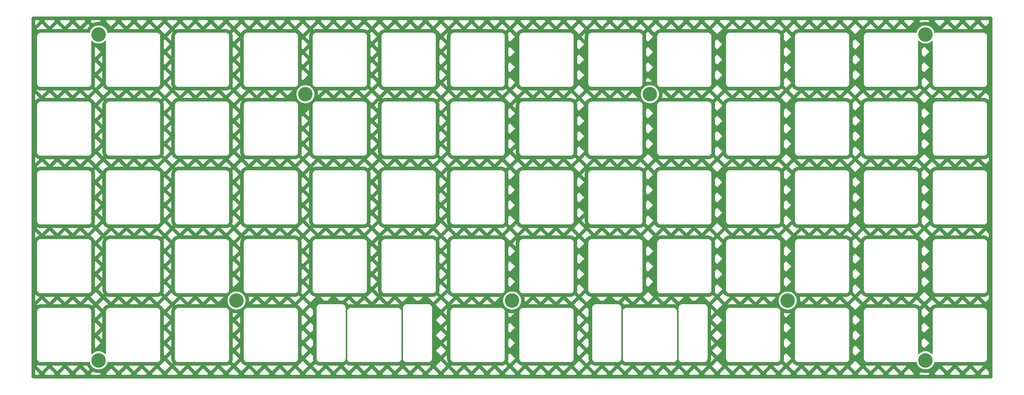
<source format=gbr>
%TF.GenerationSoftware,KiCad,Pcbnew,(6.0.4)*%
%TF.CreationDate,2022-09-11T20:29:28+10:00*%
%TF.ProjectId,plate,706c6174-652e-46b6-9963-61645f706362,rev?*%
%TF.SameCoordinates,Original*%
%TF.FileFunction,Copper,L2,Bot*%
%TF.FilePolarity,Positive*%
%FSLAX46Y46*%
G04 Gerber Fmt 4.6, Leading zero omitted, Abs format (unit mm)*
G04 Created by KiCad (PCBNEW (6.0.4)) date 2022-09-11 20:29:28*
%MOMM*%
%LPD*%
G01*
G04 APERTURE LIST*
%TA.AperFunction,ComponentPad*%
%ADD10C,4.000000*%
%TD*%
G04 APERTURE END LIST*
D10*
%TO.P,REF\u002A\u002A,1*%
%TO.N,N/C*%
X247648845Y-2500000D03*
%TD*%
%TO.P,REF\u002A\u002A,1*%
%TO.N,N/C*%
X19050000Y-92750000D03*
%TD*%
%TO.P,REF\u002A\u002A,1*%
%TO.N,N/C*%
X247650000Y-92750000D03*
%TD*%
%TO.P,REF\u002A\u002A,1*%
%TO.N,N/C*%
X57150000Y-76200000D03*
%TD*%
%TO.P,REF\u002A\u002A,1*%
%TO.N,N/C*%
X76200000Y-19050000D03*
%TD*%
%TO.P,REF\u002A\u002A,1*%
%TO.N,N/C*%
X209550000Y-76200000D03*
%TD*%
%TO.P,REF\u002A\u002A,1*%
%TO.N,N/C*%
X19050000Y-2500000D03*
%TD*%
%TO.P,REF\u002A\u002A,1*%
%TO.N,N/C*%
X171450000Y-19050000D03*
%TD*%
%TO.P,REF\u002A\u002A,1*%
%TO.N,N/C*%
X133350000Y-76200000D03*
%TD*%
%TA.AperFunction,NonConductor*%
G36*
X265670018Y2490000D02*
G01*
X265684852Y2487690D01*
X265684855Y2487690D01*
X265693724Y2486309D01*
X265702626Y2487473D01*
X265702750Y2487489D01*
X265733192Y2487760D01*
X265740621Y2486923D01*
X265795264Y2480766D01*
X265822771Y2474487D01*
X265899853Y2447515D01*
X265925274Y2435273D01*
X265994426Y2391822D01*
X266016485Y2374230D01*
X266074230Y2316485D01*
X266091822Y2294426D01*
X266135273Y2225274D01*
X266147515Y2199853D01*
X266174487Y2122772D01*
X266180766Y2095264D01*
X266187018Y2039774D01*
X266186923Y2024132D01*
X266187800Y2024121D01*
X266187690Y2015149D01*
X266186309Y2006276D01*
X266187473Y1997374D01*
X266187473Y1997372D01*
X266190436Y1974717D01*
X266191500Y1958379D01*
X266191500Y-97200633D01*
X266190000Y-97220018D01*
X266186309Y-97243724D01*
X266187473Y-97252626D01*
X266187489Y-97252750D01*
X266187760Y-97283192D01*
X266185430Y-97303870D01*
X266180766Y-97345264D01*
X266174487Y-97372771D01*
X266147515Y-97449853D01*
X266135273Y-97475274D01*
X266091822Y-97544426D01*
X266074230Y-97566485D01*
X266016485Y-97624230D01*
X265994426Y-97641822D01*
X265925274Y-97685273D01*
X265899853Y-97697515D01*
X265822772Y-97724487D01*
X265795264Y-97730766D01*
X265739774Y-97737018D01*
X265724132Y-97736923D01*
X265724121Y-97737800D01*
X265715149Y-97737690D01*
X265706276Y-97736309D01*
X265697374Y-97737473D01*
X265697372Y-97737473D01*
X265686385Y-97738910D01*
X265674714Y-97740436D01*
X265658379Y-97741500D01*
X1049367Y-97741500D01*
X1029982Y-97740000D01*
X1015148Y-97737690D01*
X1015145Y-97737690D01*
X1006276Y-97736309D01*
X997374Y-97737473D01*
X997250Y-97737489D01*
X966808Y-97737760D01*
X946130Y-97735430D01*
X904736Y-97730766D01*
X877229Y-97724487D01*
X800147Y-97697515D01*
X774726Y-97685273D01*
X705574Y-97641822D01*
X683515Y-97624230D01*
X625770Y-97566485D01*
X608178Y-97544426D01*
X564727Y-97475274D01*
X552485Y-97449853D01*
X525513Y-97372772D01*
X519234Y-97345266D01*
X513170Y-97291451D01*
X512888Y-97266640D01*
X513576Y-97262552D01*
X513729Y-97250000D01*
X509773Y-97222376D01*
X508500Y-97204514D01*
X508500Y-95259578D01*
X1506500Y-95259578D01*
X1506500Y-96743500D01*
X2334158Y-96743500D01*
X2662290Y-96415368D01*
X4073673Y-96415368D01*
X4401805Y-96743500D01*
X6576798Y-96743500D01*
X6904930Y-96415368D01*
X8316314Y-96415368D01*
X8644446Y-96743500D01*
X10819439Y-96743500D01*
X11147571Y-96415368D01*
X12558954Y-96415368D01*
X12887086Y-96743500D01*
X15062080Y-96743500D01*
X15390212Y-96415368D01*
X16801595Y-96415368D01*
X17129727Y-96743500D01*
X19304721Y-96743500D01*
X19632853Y-96415368D01*
X21044236Y-96415368D01*
X21372368Y-96743500D01*
X23547361Y-96743500D01*
X23875493Y-96415368D01*
X25286877Y-96415368D01*
X25615009Y-96743500D01*
X27790002Y-96743500D01*
X28118134Y-96415368D01*
X29529517Y-96415368D01*
X29857649Y-96743500D01*
X32032643Y-96743500D01*
X32360775Y-96415368D01*
X33772158Y-96415368D01*
X34100290Y-96743500D01*
X36275283Y-96743500D01*
X36603415Y-96415368D01*
X38014799Y-96415368D01*
X38342931Y-96743500D01*
X40517924Y-96743500D01*
X40846056Y-96415368D01*
X42257439Y-96415368D01*
X42585571Y-96743500D01*
X44760565Y-96743500D01*
X45088697Y-96415368D01*
X46500080Y-96415368D01*
X46828212Y-96743500D01*
X49003205Y-96743500D01*
X49331337Y-96415368D01*
X50742721Y-96415368D01*
X51070853Y-96743500D01*
X53245846Y-96743500D01*
X53573978Y-96415368D01*
X54985361Y-96415368D01*
X55313493Y-96743500D01*
X57488487Y-96743500D01*
X57816619Y-96415368D01*
X59228002Y-96415368D01*
X59556134Y-96743500D01*
X61731127Y-96743500D01*
X62059259Y-96415368D01*
X63470643Y-96415368D01*
X63798775Y-96743500D01*
X65973768Y-96743500D01*
X66301900Y-96415368D01*
X67713283Y-96415368D01*
X68041415Y-96743500D01*
X70216409Y-96743500D01*
X70544541Y-96415368D01*
X71955924Y-96415368D01*
X72284056Y-96743500D01*
X74459049Y-96743500D01*
X74787181Y-96415368D01*
X76198565Y-96415368D01*
X76526697Y-96743500D01*
X78701690Y-96743500D01*
X79029822Y-96415368D01*
X80441205Y-96415368D01*
X80769337Y-96743500D01*
X82944331Y-96743500D01*
X83272463Y-96415368D01*
X84683846Y-96415368D01*
X85011978Y-96743500D01*
X87186972Y-96743500D01*
X87515104Y-96415368D01*
X88926487Y-96415368D01*
X89254619Y-96743500D01*
X91429612Y-96743500D01*
X91757744Y-96415368D01*
X93169128Y-96415368D01*
X93497260Y-96743500D01*
X95672253Y-96743500D01*
X96000385Y-96415368D01*
X97411768Y-96415368D01*
X97739900Y-96743500D01*
X99914894Y-96743500D01*
X100243026Y-96415368D01*
X101654409Y-96415368D01*
X101982541Y-96743500D01*
X104157534Y-96743500D01*
X104485666Y-96415368D01*
X105897050Y-96415368D01*
X106225182Y-96743500D01*
X108400175Y-96743500D01*
X108728307Y-96415368D01*
X110139690Y-96415368D01*
X110467822Y-96743500D01*
X112642816Y-96743500D01*
X112970948Y-96415368D01*
X114382331Y-96415368D01*
X114710463Y-96743500D01*
X116885456Y-96743500D01*
X117213588Y-96415368D01*
X118624972Y-96415368D01*
X118953104Y-96743500D01*
X121128097Y-96743500D01*
X121456229Y-96415368D01*
X122867612Y-96415368D01*
X123195744Y-96743500D01*
X125370738Y-96743500D01*
X125698870Y-96415368D01*
X127110253Y-96415368D01*
X127438385Y-96743500D01*
X129613378Y-96743500D01*
X129941510Y-96415368D01*
X131352894Y-96415368D01*
X131681026Y-96743500D01*
X133856019Y-96743500D01*
X134184151Y-96415368D01*
X135595534Y-96415368D01*
X135923666Y-96743500D01*
X138098660Y-96743500D01*
X138426792Y-96415368D01*
X139838175Y-96415368D01*
X140166307Y-96743500D01*
X142341300Y-96743500D01*
X142669432Y-96415368D01*
X144080816Y-96415368D01*
X144408948Y-96743500D01*
X146583941Y-96743500D01*
X146912073Y-96415368D01*
X148323456Y-96415368D01*
X148651588Y-96743500D01*
X150826582Y-96743500D01*
X151154714Y-96415368D01*
X152566097Y-96415368D01*
X152894229Y-96743500D01*
X155069222Y-96743500D01*
X155397354Y-96415368D01*
X156808738Y-96415368D01*
X157136870Y-96743500D01*
X159311863Y-96743500D01*
X159639995Y-96415368D01*
X161051379Y-96415368D01*
X161379511Y-96743500D01*
X163554504Y-96743500D01*
X163882636Y-96415368D01*
X165294019Y-96415368D01*
X165622151Y-96743500D01*
X167797145Y-96743500D01*
X168125277Y-96415368D01*
X169536660Y-96415368D01*
X169864792Y-96743500D01*
X172039785Y-96743500D01*
X172367917Y-96415368D01*
X173779301Y-96415368D01*
X174107433Y-96743500D01*
X176282426Y-96743500D01*
X176610558Y-96415368D01*
X178021941Y-96415368D01*
X178350073Y-96743500D01*
X180525067Y-96743500D01*
X180853199Y-96415368D01*
X182264582Y-96415368D01*
X182592714Y-96743500D01*
X184767707Y-96743500D01*
X185095839Y-96415368D01*
X186507223Y-96415368D01*
X186835355Y-96743500D01*
X189010348Y-96743500D01*
X189338480Y-96415368D01*
X190749863Y-96415368D01*
X191077995Y-96743500D01*
X193252989Y-96743500D01*
X193581121Y-96415368D01*
X194992504Y-96415368D01*
X195320636Y-96743500D01*
X197495629Y-96743500D01*
X197823761Y-96415368D01*
X199235145Y-96415368D01*
X199563277Y-96743500D01*
X201738270Y-96743500D01*
X202066402Y-96415368D01*
X203477785Y-96415368D01*
X203805917Y-96743500D01*
X205980911Y-96743500D01*
X206309043Y-96415368D01*
X207720426Y-96415368D01*
X208048558Y-96743500D01*
X210223551Y-96743500D01*
X210551683Y-96415368D01*
X211963067Y-96415368D01*
X212291199Y-96743500D01*
X214466192Y-96743500D01*
X214794324Y-96415368D01*
X216205707Y-96415368D01*
X216533839Y-96743500D01*
X218708833Y-96743500D01*
X219036965Y-96415368D01*
X220448348Y-96415368D01*
X220776480Y-96743500D01*
X222951473Y-96743500D01*
X223279605Y-96415368D01*
X224690989Y-96415368D01*
X225019121Y-96743500D01*
X227194114Y-96743500D01*
X227522246Y-96415368D01*
X228933629Y-96415368D01*
X229261761Y-96743500D01*
X231436755Y-96743500D01*
X231764887Y-96415368D01*
X233176270Y-96415368D01*
X233504402Y-96743500D01*
X235679396Y-96743500D01*
X236007528Y-96415368D01*
X237418911Y-96415368D01*
X237747043Y-96743500D01*
X239922036Y-96743500D01*
X240250168Y-96415368D01*
X241661552Y-96415368D01*
X241989684Y-96743500D01*
X244164677Y-96743500D01*
X244492809Y-96415368D01*
X245904192Y-96415368D01*
X246232324Y-96743500D01*
X248407318Y-96743500D01*
X248735450Y-96415368D01*
X250146833Y-96415368D01*
X250474965Y-96743500D01*
X252649958Y-96743500D01*
X252978090Y-96415368D01*
X254389474Y-96415368D01*
X254717606Y-96743500D01*
X256892599Y-96743500D01*
X257220731Y-96415368D01*
X258632114Y-96415368D01*
X258960246Y-96743500D01*
X261135240Y-96743500D01*
X261463372Y-96415368D01*
X262874755Y-96415368D01*
X263202887Y-96743500D01*
X265193500Y-96743500D01*
X265193500Y-95902856D01*
X264290384Y-94999739D01*
X262874755Y-96415368D01*
X261463372Y-96415368D01*
X260047743Y-94999739D01*
X258632114Y-96415368D01*
X257220731Y-96415368D01*
X255805102Y-94999739D01*
X254389474Y-96415368D01*
X252978090Y-96415368D01*
X251562462Y-94999739D01*
X250146833Y-96415368D01*
X248735450Y-96415368D01*
X248477782Y-96157700D01*
X248369167Y-96185587D01*
X248365315Y-96186511D01*
X248319535Y-96196743D01*
X248315654Y-96197547D01*
X248300111Y-96200511D01*
X248296216Y-96201190D01*
X248249971Y-96208513D01*
X248246056Y-96209070D01*
X247932902Y-96248630D01*
X247928970Y-96249065D01*
X247882336Y-96253474D01*
X247878391Y-96253784D01*
X247862599Y-96254778D01*
X247858642Y-96254965D01*
X247811779Y-96256438D01*
X247807821Y-96256500D01*
X247492179Y-96256500D01*
X247488221Y-96256438D01*
X247441358Y-96254965D01*
X247437401Y-96254778D01*
X247421609Y-96253784D01*
X247417664Y-96253474D01*
X247371030Y-96249065D01*
X247367098Y-96248630D01*
X247053944Y-96209070D01*
X247050029Y-96208513D01*
X247003784Y-96201190D01*
X246999889Y-96200511D01*
X246984346Y-96197547D01*
X246980465Y-96196743D01*
X246934685Y-96186511D01*
X246930833Y-96185587D01*
X246625106Y-96107090D01*
X246621287Y-96106045D01*
X246576270Y-96092966D01*
X246572486Y-96091801D01*
X246557437Y-96086911D01*
X246553693Y-96085630D01*
X246509611Y-96069759D01*
X246505909Y-96068360D01*
X246323444Y-95996116D01*
X245904192Y-96415368D01*
X244492809Y-96415368D01*
X243077180Y-94999739D01*
X241661552Y-96415368D01*
X240250168Y-96415368D01*
X238834540Y-94999739D01*
X237418911Y-96415368D01*
X236007528Y-96415368D01*
X234591899Y-94999739D01*
X233176270Y-96415368D01*
X231764887Y-96415368D01*
X230349258Y-94999739D01*
X228933629Y-96415368D01*
X227522246Y-96415368D01*
X226106617Y-94999739D01*
X224690989Y-96415368D01*
X223279605Y-96415368D01*
X221863977Y-94999739D01*
X220448348Y-96415368D01*
X219036965Y-96415368D01*
X217621336Y-94999739D01*
X216205707Y-96415368D01*
X214794324Y-96415368D01*
X213378695Y-94999739D01*
X211963067Y-96415368D01*
X210551683Y-96415368D01*
X209136055Y-94999739D01*
X207720426Y-96415368D01*
X206309043Y-96415368D01*
X204893414Y-94999739D01*
X203477785Y-96415368D01*
X202066402Y-96415368D01*
X200650773Y-94999739D01*
X199235145Y-96415368D01*
X197823761Y-96415368D01*
X196408133Y-94999739D01*
X194992504Y-96415368D01*
X193581121Y-96415368D01*
X192165492Y-94999739D01*
X190749863Y-96415368D01*
X189338480Y-96415368D01*
X187922851Y-94999739D01*
X186507223Y-96415368D01*
X185095839Y-96415368D01*
X183680211Y-94999739D01*
X182264582Y-96415368D01*
X180853199Y-96415368D01*
X179437570Y-94999739D01*
X178021941Y-96415368D01*
X176610558Y-96415368D01*
X175194929Y-94999739D01*
X173779301Y-96415368D01*
X172367917Y-96415368D01*
X170952289Y-94999739D01*
X169536660Y-96415368D01*
X168125277Y-96415368D01*
X166709648Y-94999739D01*
X165294019Y-96415368D01*
X163882636Y-96415368D01*
X162467007Y-94999739D01*
X161051379Y-96415368D01*
X159639995Y-96415368D01*
X158224366Y-94999739D01*
X156808738Y-96415368D01*
X155397354Y-96415368D01*
X153981726Y-94999739D01*
X152566097Y-96415368D01*
X151154714Y-96415368D01*
X149739085Y-94999739D01*
X148323456Y-96415368D01*
X146912073Y-96415368D01*
X145496444Y-94999739D01*
X144080816Y-96415368D01*
X142669432Y-96415368D01*
X141253804Y-94999739D01*
X139838175Y-96415368D01*
X138426792Y-96415368D01*
X137011163Y-94999739D01*
X135595534Y-96415368D01*
X134184151Y-96415368D01*
X132768522Y-94999739D01*
X131352894Y-96415368D01*
X129941510Y-96415368D01*
X128525882Y-94999739D01*
X127110253Y-96415368D01*
X125698870Y-96415368D01*
X124283241Y-94999739D01*
X122867612Y-96415368D01*
X121456229Y-96415368D01*
X120040600Y-94999739D01*
X118624972Y-96415368D01*
X117213588Y-96415368D01*
X115797960Y-94999739D01*
X114382331Y-96415368D01*
X112970948Y-96415368D01*
X111555319Y-94999739D01*
X110139690Y-96415368D01*
X108728307Y-96415368D01*
X107312678Y-94999739D01*
X105897050Y-96415368D01*
X104485666Y-96415368D01*
X103070038Y-94999739D01*
X101654409Y-96415368D01*
X100243026Y-96415368D01*
X98827397Y-94999739D01*
X97411768Y-96415368D01*
X96000385Y-96415368D01*
X94584756Y-94999739D01*
X93169128Y-96415368D01*
X91757744Y-96415368D01*
X90342116Y-94999739D01*
X88926487Y-96415368D01*
X87515104Y-96415368D01*
X86099475Y-94999739D01*
X84683846Y-96415368D01*
X83272463Y-96415368D01*
X81856834Y-94999739D01*
X80441205Y-96415368D01*
X79029822Y-96415368D01*
X77614193Y-94999739D01*
X76198565Y-96415368D01*
X74787181Y-96415368D01*
X73371553Y-94999739D01*
X71955924Y-96415368D01*
X70544541Y-96415368D01*
X69128912Y-94999739D01*
X67713283Y-96415368D01*
X66301900Y-96415368D01*
X64886271Y-94999739D01*
X63470643Y-96415368D01*
X62059259Y-96415368D01*
X60643631Y-94999739D01*
X59228002Y-96415368D01*
X57816619Y-96415368D01*
X56400990Y-94999739D01*
X54985361Y-96415368D01*
X53573978Y-96415368D01*
X52158349Y-94999739D01*
X50742721Y-96415368D01*
X49331337Y-96415368D01*
X47915709Y-94999739D01*
X46500080Y-96415368D01*
X45088697Y-96415368D01*
X43673068Y-94999739D01*
X42257439Y-96415368D01*
X40846056Y-96415368D01*
X39430427Y-94999739D01*
X38014799Y-96415368D01*
X36603415Y-96415368D01*
X35187787Y-94999739D01*
X33772158Y-96415368D01*
X32360775Y-96415368D01*
X30945146Y-94999739D01*
X29529517Y-96415368D01*
X28118134Y-96415368D01*
X26702505Y-94999739D01*
X25286877Y-96415368D01*
X23875493Y-96415368D01*
X22459865Y-94999739D01*
X21044236Y-96415368D01*
X19632853Y-96415368D01*
X19451175Y-96233690D01*
X19332902Y-96248631D01*
X19328970Y-96249065D01*
X19282336Y-96253474D01*
X19278391Y-96253784D01*
X19262599Y-96254778D01*
X19258642Y-96254965D01*
X19211779Y-96256438D01*
X19207821Y-96256500D01*
X18892179Y-96256500D01*
X18888221Y-96256438D01*
X18841358Y-96254965D01*
X18837401Y-96254778D01*
X18821609Y-96253784D01*
X18817664Y-96253474D01*
X18771030Y-96249065D01*
X18767098Y-96248630D01*
X18453944Y-96209070D01*
X18450029Y-96208513D01*
X18403784Y-96201190D01*
X18399889Y-96200511D01*
X18384346Y-96197547D01*
X18380465Y-96196743D01*
X18334685Y-96186511D01*
X18330833Y-96185587D01*
X18025106Y-96107090D01*
X18021287Y-96106045D01*
X17976270Y-96092966D01*
X17972486Y-96091801D01*
X17957437Y-96086911D01*
X17953693Y-96085630D01*
X17909611Y-96069759D01*
X17905909Y-96068360D01*
X17612432Y-95952164D01*
X17608772Y-95950648D01*
X17565726Y-95932019D01*
X17562116Y-95930388D01*
X17547799Y-95923650D01*
X17544248Y-95921911D01*
X17502525Y-95900651D01*
X17499029Y-95898800D01*
X17382323Y-95834640D01*
X16801595Y-96415368D01*
X15390212Y-96415368D01*
X13974583Y-94999739D01*
X12558954Y-96415368D01*
X11147571Y-96415368D01*
X9731942Y-94999739D01*
X8316314Y-96415368D01*
X6904930Y-96415368D01*
X5489302Y-94999739D01*
X4073673Y-96415368D01*
X2662290Y-96415368D01*
X1506500Y-95259578D01*
X508500Y-95259578D01*
X508500Y-94294048D01*
X1952353Y-94294048D01*
X3367981Y-95709676D01*
X4783610Y-94294048D01*
X6194993Y-94294048D01*
X7610622Y-95709676D01*
X9026251Y-94294048D01*
X10437634Y-94294048D01*
X11853263Y-95709676D01*
X13268891Y-94294048D01*
X14680275Y-94294048D01*
X16095903Y-95709676D01*
X16572183Y-95233396D01*
X16534588Y-95198092D01*
X16531748Y-95195340D01*
X16498630Y-95162224D01*
X16495876Y-95159383D01*
X16485044Y-95147849D01*
X16482377Y-95144917D01*
X16451366Y-95109742D01*
X16448795Y-95106733D01*
X16247596Y-94863526D01*
X16245120Y-94860435D01*
X16216368Y-94823367D01*
X16213988Y-94820197D01*
X16204688Y-94807395D01*
X16202413Y-94804157D01*
X16176099Y-94765433D01*
X16173930Y-94762130D01*
X16004800Y-94495624D01*
X16002733Y-94492251D01*
X15978878Y-94451916D01*
X15976916Y-94448477D01*
X15969293Y-94434611D01*
X15967440Y-94431112D01*
X15946161Y-94389350D01*
X15944420Y-94385795D01*
X15871815Y-94231500D01*
X14742823Y-94231500D01*
X14680275Y-94294048D01*
X13268891Y-94294048D01*
X13206343Y-94231500D01*
X10500182Y-94231500D01*
X10437634Y-94294048D01*
X9026251Y-94294048D01*
X8963703Y-94231500D01*
X6257541Y-94231500D01*
X6194993Y-94294048D01*
X4783610Y-94294048D01*
X4721062Y-94231500D01*
X3120757Y-94231500D01*
X3104405Y-94233201D01*
X3099562Y-94233610D01*
X3080164Y-94234874D01*
X3075304Y-94235097D01*
X3017704Y-94236621D01*
X3012835Y-94236656D01*
X3000283Y-94236503D01*
X2995418Y-94236349D01*
X2937874Y-94233422D01*
X2933020Y-94233081D01*
X2913652Y-94231344D01*
X2908814Y-94230816D01*
X2864823Y-94225151D01*
X2762226Y-94216175D01*
X2756760Y-94215576D01*
X2692229Y-94207080D01*
X2686795Y-94206244D01*
X2665166Y-94202430D01*
X2659775Y-94201357D01*
X2596247Y-94187273D01*
X2590908Y-94185967D01*
X2420456Y-94140295D01*
X2415178Y-94138756D01*
X2353107Y-94119185D01*
X2347901Y-94117418D01*
X2327262Y-94109906D01*
X2322140Y-94107914D01*
X2262015Y-94083010D01*
X2256982Y-94080796D01*
X2194664Y-94051737D01*
X1952353Y-94294048D01*
X508500Y-94294048D01*
X508500Y-92218724D01*
X2011309Y-92218724D01*
X2013084Y-92232296D01*
X2013345Y-92234290D01*
X2013929Y-92239644D01*
X2015236Y-92254582D01*
X2028028Y-92400793D01*
X2029452Y-92406107D01*
X2029452Y-92406108D01*
X2070090Y-92557771D01*
X2073700Y-92571245D01*
X2076022Y-92576226D01*
X2076023Y-92576227D01*
X2145951Y-92726189D01*
X2145954Y-92726194D01*
X2148277Y-92731176D01*
X2249493Y-92875727D01*
X2374273Y-93000507D01*
X2378781Y-93003664D01*
X2378784Y-93003666D01*
X2438126Y-93045217D01*
X2518824Y-93101723D01*
X2523806Y-93104046D01*
X2523811Y-93104049D01*
X2673769Y-93173975D01*
X2678755Y-93176300D01*
X2684063Y-93177722D01*
X2684065Y-93177723D01*
X2843892Y-93220548D01*
X2843893Y-93220548D01*
X2849207Y-93221972D01*
X2978712Y-93233302D01*
X2988626Y-93234568D01*
X2999556Y-93236407D01*
X3007656Y-93237770D01*
X3007658Y-93237770D01*
X3012448Y-93238576D01*
X3018724Y-93238653D01*
X3020140Y-93238670D01*
X3020143Y-93238670D01*
X3025000Y-93238729D01*
X3052624Y-93234773D01*
X3070486Y-93233500D01*
X15971750Y-93233500D01*
X15992655Y-93235246D01*
X16007656Y-93237770D01*
X16007659Y-93237770D01*
X16012448Y-93238576D01*
X16018525Y-93238650D01*
X16020135Y-93238670D01*
X16020139Y-93238670D01*
X16025000Y-93238729D01*
X16029814Y-93238040D01*
X16029824Y-93238039D01*
X16046280Y-93235682D01*
X16053149Y-93234889D01*
X16200793Y-93221972D01*
X16206107Y-93220548D01*
X16206108Y-93220548D01*
X16365935Y-93177723D01*
X16365937Y-93177722D01*
X16371245Y-93176300D01*
X16376227Y-93173977D01*
X16376232Y-93173975D01*
X16414041Y-93156344D01*
X16484233Y-93145682D01*
X16549046Y-93174661D01*
X16587902Y-93234081D01*
X16591060Y-93246928D01*
X16615505Y-93375072D01*
X16713044Y-93675266D01*
X16714731Y-93678852D01*
X16714733Y-93678856D01*
X16845750Y-93957283D01*
X16845754Y-93957290D01*
X16847438Y-93960869D01*
X17016568Y-94227375D01*
X17217767Y-94470582D01*
X17447860Y-94686654D01*
X17703221Y-94872184D01*
X17979821Y-95024247D01*
X17983490Y-95025700D01*
X17983495Y-95025702D01*
X18188156Y-95106733D01*
X18273298Y-95140443D01*
X18579025Y-95218940D01*
X18892179Y-95258500D01*
X19207821Y-95258500D01*
X19520975Y-95218940D01*
X19826702Y-95140443D01*
X19911844Y-95106733D01*
X20116505Y-95025702D01*
X20116510Y-95025700D01*
X20120179Y-95024247D01*
X20396779Y-94872184D01*
X20652140Y-94686654D01*
X20882233Y-94470582D01*
X21028275Y-94294048D01*
X23165556Y-94294048D01*
X24581185Y-95709676D01*
X25996814Y-94294048D01*
X27408197Y-94294048D01*
X28823826Y-95709676D01*
X30239454Y-94294048D01*
X31650838Y-94294048D01*
X33066466Y-95709676D01*
X34482095Y-94294048D01*
X35893478Y-94294048D01*
X37309107Y-95709676D01*
X38724736Y-94294048D01*
X40136119Y-94294048D01*
X41551748Y-95709676D01*
X42967376Y-94294048D01*
X44378760Y-94294048D01*
X45794388Y-95709676D01*
X47210017Y-94294048D01*
X48621400Y-94294048D01*
X50037029Y-95709676D01*
X51452658Y-94294048D01*
X52864041Y-94294048D01*
X54279670Y-95709676D01*
X55695298Y-94294048D01*
X57106682Y-94294048D01*
X58522310Y-95709676D01*
X59937939Y-94294048D01*
X61349322Y-94294048D01*
X62764951Y-95709676D01*
X64180580Y-94294048D01*
X65591963Y-94294048D01*
X67007592Y-95709676D01*
X68423220Y-94294048D01*
X69834604Y-94294048D01*
X71250232Y-95709676D01*
X72665861Y-94294048D01*
X74077244Y-94294048D01*
X75492873Y-95709676D01*
X76908501Y-94294049D01*
X78319886Y-94294049D01*
X79735514Y-95709676D01*
X81151142Y-94294048D01*
X82562526Y-94294048D01*
X83978154Y-95709676D01*
X85393783Y-94294048D01*
X86805166Y-94294048D01*
X88220795Y-95709676D01*
X89636424Y-94294048D01*
X91047807Y-94294048D01*
X92463436Y-95709676D01*
X93879065Y-94294048D01*
X95290448Y-94294048D01*
X96706077Y-95709676D01*
X98121705Y-94294048D01*
X99533089Y-94294048D01*
X100948717Y-95709676D01*
X102364346Y-94294048D01*
X103775729Y-94294048D01*
X105191358Y-95709676D01*
X106606987Y-94294048D01*
X108018370Y-94294048D01*
X109433999Y-95709676D01*
X110849627Y-94294048D01*
X112261011Y-94294048D01*
X113676639Y-95709676D01*
X115092268Y-94294048D01*
X116503651Y-94294048D01*
X117919280Y-95709676D01*
X119334909Y-94294048D01*
X120746292Y-94294048D01*
X122161921Y-95709676D01*
X123577549Y-94294048D01*
X124988933Y-94294048D01*
X126404561Y-95709676D01*
X127820190Y-94294048D01*
X129231573Y-94294048D01*
X130647202Y-95709676D01*
X132062831Y-94294048D01*
X133474214Y-94294048D01*
X134889843Y-95709676D01*
X136305471Y-94294048D01*
X137716855Y-94294048D01*
X139132483Y-95709676D01*
X140548112Y-94294048D01*
X141959495Y-94294048D01*
X143375124Y-95709676D01*
X144790753Y-94294048D01*
X146202136Y-94294048D01*
X147617765Y-95709676D01*
X149033393Y-94294048D01*
X150444777Y-94294048D01*
X151860405Y-95709676D01*
X153276033Y-94294049D01*
X154687418Y-94294049D01*
X156103046Y-95709676D01*
X157518675Y-94294048D01*
X158930058Y-94294048D01*
X160345687Y-95709676D01*
X161761316Y-94294048D01*
X163172699Y-94294048D01*
X164588328Y-95709676D01*
X166003956Y-94294048D01*
X167415340Y-94294048D01*
X168830968Y-95709676D01*
X170246597Y-94294048D01*
X171657980Y-94294048D01*
X173073609Y-95709676D01*
X174489238Y-94294048D01*
X175900621Y-94294048D01*
X177316250Y-95709676D01*
X178731878Y-94294048D01*
X180143262Y-94294048D01*
X181558890Y-95709676D01*
X182974519Y-94294048D01*
X184385902Y-94294048D01*
X185801531Y-95709676D01*
X187217160Y-94294048D01*
X188628543Y-94294048D01*
X190044172Y-95709676D01*
X191459800Y-94294048D01*
X192871184Y-94294048D01*
X194286812Y-95709676D01*
X195702441Y-94294048D01*
X197113824Y-94294048D01*
X198529453Y-95709676D01*
X199945082Y-94294048D01*
X201356465Y-94294048D01*
X202772094Y-95709676D01*
X204187722Y-94294048D01*
X205599106Y-94294048D01*
X207014734Y-95709676D01*
X208430363Y-94294048D01*
X209841746Y-94294048D01*
X211257375Y-95709676D01*
X212673004Y-94294048D01*
X214084387Y-94294048D01*
X215500016Y-95709676D01*
X216915644Y-94294048D01*
X218327028Y-94294048D01*
X219742656Y-95709676D01*
X221158285Y-94294048D01*
X222569668Y-94294048D01*
X223985297Y-95709676D01*
X225400926Y-94294048D01*
X226812309Y-94294048D01*
X228227938Y-95709676D01*
X229643567Y-94294048D01*
X231054950Y-94294048D01*
X232470579Y-95709676D01*
X233886207Y-94294048D01*
X235297591Y-94294048D01*
X236713219Y-95709676D01*
X238128848Y-94294048D01*
X239540231Y-94294048D01*
X240955860Y-95709676D01*
X242371489Y-94294048D01*
X242308941Y-94231500D01*
X239602779Y-94231500D01*
X239540231Y-94294048D01*
X238128848Y-94294048D01*
X238066300Y-94231500D01*
X235360139Y-94231500D01*
X235297591Y-94294048D01*
X233886207Y-94294048D01*
X233823659Y-94231500D01*
X231720757Y-94231500D01*
X231704405Y-94233201D01*
X231699562Y-94233610D01*
X231680164Y-94234874D01*
X231675304Y-94235097D01*
X231617704Y-94236621D01*
X231612835Y-94236656D01*
X231600283Y-94236503D01*
X231595418Y-94236349D01*
X231537874Y-94233422D01*
X231533020Y-94233081D01*
X231513652Y-94231344D01*
X231508814Y-94230816D01*
X231464823Y-94225151D01*
X231362226Y-94216175D01*
X231356760Y-94215576D01*
X231292229Y-94207080D01*
X231286795Y-94206244D01*
X231265166Y-94202430D01*
X231259775Y-94201357D01*
X231196247Y-94187273D01*
X231190908Y-94185967D01*
X231168922Y-94180076D01*
X231054950Y-94294048D01*
X229643567Y-94294048D01*
X228227938Y-92878419D01*
X226812309Y-94294048D01*
X225400926Y-94294048D01*
X225338378Y-94231500D01*
X222632216Y-94231500D01*
X222569668Y-94294048D01*
X221158285Y-94294048D01*
X221095737Y-94231500D01*
X218389576Y-94231500D01*
X218327028Y-94294048D01*
X216915644Y-94294048D01*
X216853096Y-94231500D01*
X214146935Y-94231500D01*
X214084387Y-94294048D01*
X212673004Y-94294048D01*
X212614343Y-94235387D01*
X212567704Y-94236621D01*
X212562835Y-94236656D01*
X212550283Y-94236503D01*
X212545418Y-94236349D01*
X212487874Y-94233422D01*
X212483020Y-94233081D01*
X212463652Y-94231344D01*
X212458814Y-94230816D01*
X212414823Y-94225151D01*
X212312226Y-94216175D01*
X212306760Y-94215576D01*
X212242229Y-94207080D01*
X212236795Y-94206244D01*
X212215166Y-94202430D01*
X212209775Y-94201357D01*
X212146247Y-94187273D01*
X212140908Y-94185967D01*
X211970456Y-94140295D01*
X211965178Y-94138756D01*
X211903107Y-94119185D01*
X211897901Y-94117418D01*
X211877262Y-94109906D01*
X211872140Y-94107914D01*
X211812015Y-94083010D01*
X211806982Y-94080796D01*
X211647051Y-94006219D01*
X211642121Y-94003787D01*
X211584388Y-93973733D01*
X211579567Y-93971089D01*
X211560546Y-93960107D01*
X211555846Y-93957255D01*
X211500963Y-93922290D01*
X211496393Y-93919236D01*
X211351842Y-93818020D01*
X211347407Y-93814768D01*
X211295757Y-93775134D01*
X211291468Y-93771692D01*
X211274644Y-93757574D01*
X211270514Y-93753951D01*
X211222551Y-93710000D01*
X211218581Y-93706199D01*
X211093801Y-93581419D01*
X211090000Y-93577449D01*
X211046049Y-93529486D01*
X211042426Y-93525356D01*
X211028308Y-93508532D01*
X211024866Y-93504243D01*
X210985232Y-93452593D01*
X210981980Y-93448158D01*
X210880764Y-93303607D01*
X210877710Y-93299037D01*
X210861773Y-93274021D01*
X209841746Y-94294048D01*
X208430363Y-94294048D01*
X207861203Y-93724888D01*
X207829486Y-93753951D01*
X207825356Y-93757574D01*
X207808532Y-93771692D01*
X207804243Y-93775134D01*
X207752593Y-93814768D01*
X207748158Y-93818020D01*
X207603607Y-93919236D01*
X207599037Y-93922290D01*
X207544154Y-93957255D01*
X207539454Y-93960107D01*
X207520433Y-93971089D01*
X207515612Y-93973733D01*
X207457879Y-94003787D01*
X207452949Y-94006219D01*
X207293018Y-94080796D01*
X207287985Y-94083010D01*
X207227860Y-94107914D01*
X207222738Y-94109906D01*
X207202099Y-94117418D01*
X207196893Y-94119185D01*
X207134822Y-94138756D01*
X207129544Y-94140295D01*
X206959092Y-94185967D01*
X206953753Y-94187273D01*
X206890225Y-94201357D01*
X206884834Y-94202430D01*
X206863205Y-94206244D01*
X206857771Y-94207080D01*
X206793240Y-94215576D01*
X206787774Y-94216175D01*
X206662697Y-94227117D01*
X206661659Y-94227246D01*
X206604368Y-94233205D01*
X206599520Y-94233615D01*
X206580123Y-94234878D01*
X206575264Y-94235100D01*
X206517699Y-94236621D01*
X206512835Y-94236656D01*
X206500283Y-94236503D01*
X206495418Y-94236349D01*
X206437878Y-94233422D01*
X206433025Y-94233081D01*
X206415396Y-94231500D01*
X205661654Y-94231500D01*
X205599106Y-94294048D01*
X204187722Y-94294048D01*
X204125174Y-94231500D01*
X201419013Y-94231500D01*
X201356465Y-94294048D01*
X199945082Y-94294048D01*
X199882534Y-94231500D01*
X197176372Y-94231500D01*
X197113824Y-94294048D01*
X195702441Y-94294048D01*
X195639893Y-94231500D01*
X193620757Y-94231500D01*
X193604405Y-94233201D01*
X193599562Y-94233610D01*
X193580164Y-94234874D01*
X193575304Y-94235097D01*
X193517704Y-94236621D01*
X193512835Y-94236656D01*
X193500283Y-94236503D01*
X193495418Y-94236349D01*
X193437874Y-94233422D01*
X193433020Y-94233081D01*
X193413652Y-94231344D01*
X193408814Y-94230816D01*
X193364823Y-94225151D01*
X193262226Y-94216175D01*
X193256760Y-94215576D01*
X193192229Y-94207080D01*
X193186795Y-94206244D01*
X193165166Y-94202430D01*
X193159775Y-94201357D01*
X193096247Y-94187273D01*
X193090908Y-94185967D01*
X193002858Y-94162374D01*
X192871184Y-94294048D01*
X191459800Y-94294048D01*
X190044172Y-92878419D01*
X188628543Y-94294048D01*
X187217160Y-94294048D01*
X187046515Y-94123403D01*
X186997822Y-94138756D01*
X186992544Y-94140295D01*
X186822092Y-94185967D01*
X186816753Y-94187273D01*
X186753225Y-94201357D01*
X186747834Y-94202430D01*
X186726205Y-94206244D01*
X186720771Y-94207080D01*
X186656240Y-94215576D01*
X186650774Y-94216175D01*
X186525697Y-94227117D01*
X186524659Y-94227246D01*
X186467368Y-94233205D01*
X186462520Y-94233615D01*
X186443123Y-94234878D01*
X186438264Y-94235100D01*
X186380699Y-94236621D01*
X186375835Y-94236656D01*
X186363283Y-94236503D01*
X186358418Y-94236349D01*
X186300878Y-94233422D01*
X186296025Y-94233081D01*
X186278396Y-94231500D01*
X184448450Y-94231500D01*
X184385902Y-94294048D01*
X182974519Y-94294048D01*
X182911971Y-94231500D01*
X180483757Y-94231500D01*
X180467405Y-94233201D01*
X180462562Y-94233610D01*
X180443164Y-94234874D01*
X180438304Y-94235097D01*
X180380704Y-94236621D01*
X180375835Y-94236656D01*
X180363283Y-94236503D01*
X180358418Y-94236349D01*
X180300874Y-94233422D01*
X180296020Y-94233081D01*
X180276652Y-94231344D01*
X180271814Y-94230816D01*
X180227825Y-94225151D01*
X180213419Y-94223891D01*
X180143262Y-94294048D01*
X178731878Y-94294048D01*
X178572567Y-94134737D01*
X178559822Y-94138756D01*
X178554544Y-94140295D01*
X178384092Y-94185967D01*
X178378753Y-94187273D01*
X178315225Y-94201357D01*
X178309834Y-94202430D01*
X178288205Y-94206244D01*
X178282771Y-94207080D01*
X178218240Y-94215576D01*
X178212774Y-94216175D01*
X178087697Y-94227117D01*
X178086659Y-94227246D01*
X178029368Y-94233205D01*
X178024520Y-94233615D01*
X178005123Y-94234878D01*
X178000264Y-94235100D01*
X177942699Y-94236621D01*
X177937835Y-94236656D01*
X177925283Y-94236503D01*
X177920418Y-94236349D01*
X177862878Y-94233422D01*
X177858025Y-94233081D01*
X177840396Y-94231500D01*
X175963169Y-94231500D01*
X175900621Y-94294048D01*
X174489238Y-94294048D01*
X174426690Y-94231500D01*
X171720528Y-94231500D01*
X171657980Y-94294048D01*
X170246597Y-94294048D01*
X170184049Y-94231500D01*
X167477888Y-94231500D01*
X167415340Y-94294048D01*
X166003956Y-94294048D01*
X165941408Y-94231500D01*
X165045757Y-94231500D01*
X165029405Y-94233201D01*
X165024562Y-94233610D01*
X165005164Y-94234874D01*
X165000304Y-94235097D01*
X164942704Y-94236621D01*
X164937835Y-94236656D01*
X164925283Y-94236503D01*
X164920418Y-94236349D01*
X164862874Y-94233422D01*
X164858020Y-94233081D01*
X164838652Y-94231344D01*
X164833814Y-94230816D01*
X164789823Y-94225151D01*
X164687226Y-94216175D01*
X164681760Y-94215576D01*
X164617229Y-94207080D01*
X164611795Y-94206244D01*
X164590166Y-94202430D01*
X164584775Y-94201357D01*
X164521247Y-94187273D01*
X164515908Y-94185967D01*
X164345456Y-94140295D01*
X164340178Y-94138756D01*
X164278107Y-94119185D01*
X164272901Y-94117418D01*
X164252262Y-94109906D01*
X164247140Y-94107914D01*
X164187015Y-94083010D01*
X164181982Y-94080796D01*
X164022051Y-94006219D01*
X164017121Y-94003787D01*
X163959388Y-93973733D01*
X163954567Y-93971089D01*
X163935546Y-93960107D01*
X163930846Y-93957255D01*
X163875963Y-93922290D01*
X163871393Y-93919236D01*
X163731000Y-93820931D01*
X163590607Y-93919236D01*
X163586037Y-93922290D01*
X163531154Y-93957255D01*
X163526454Y-93960107D01*
X163507433Y-93971089D01*
X163502612Y-93973733D01*
X163482593Y-93984154D01*
X163172699Y-94294048D01*
X161761316Y-94294048D01*
X161698768Y-94231500D01*
X158992606Y-94231500D01*
X158930058Y-94294048D01*
X157518675Y-94294048D01*
X157456127Y-94231500D01*
X156607757Y-94231500D01*
X156591405Y-94233201D01*
X156586562Y-94233610D01*
X156567164Y-94234874D01*
X156562304Y-94235097D01*
X156504704Y-94236621D01*
X156499835Y-94236656D01*
X156487283Y-94236503D01*
X156482418Y-94236349D01*
X156424874Y-94233422D01*
X156420020Y-94233081D01*
X156400652Y-94231344D01*
X156395814Y-94230816D01*
X156351823Y-94225151D01*
X156249226Y-94216175D01*
X156243760Y-94215576D01*
X156179229Y-94207080D01*
X156173795Y-94206244D01*
X156152166Y-94202430D01*
X156146775Y-94201357D01*
X156083247Y-94187273D01*
X156077908Y-94185967D01*
X155907456Y-94140295D01*
X155902178Y-94138756D01*
X155840107Y-94119185D01*
X155834901Y-94117418D01*
X155814262Y-94109906D01*
X155809140Y-94107914D01*
X155749015Y-94083010D01*
X155743982Y-94080796D01*
X155584051Y-94006219D01*
X155579121Y-94003787D01*
X155521388Y-93973733D01*
X155516567Y-93971089D01*
X155497546Y-93960107D01*
X155492846Y-93957255D01*
X155437963Y-93922290D01*
X155433393Y-93919236D01*
X155288842Y-93818020D01*
X155284407Y-93814768D01*
X155232757Y-93775134D01*
X155228468Y-93771692D01*
X155218304Y-93763163D01*
X154687418Y-94294049D01*
X153276033Y-94294049D01*
X153276034Y-94294048D01*
X151860405Y-92878419D01*
X150444777Y-94294048D01*
X149033393Y-94294048D01*
X148970845Y-94231500D01*
X146264684Y-94231500D01*
X146202136Y-94294048D01*
X144790753Y-94294048D01*
X144728205Y-94231500D01*
X142022043Y-94231500D01*
X141959495Y-94294048D01*
X140548112Y-94294048D01*
X140485564Y-94231500D01*
X137779403Y-94231500D01*
X137716855Y-94294048D01*
X136305471Y-94294048D01*
X136239789Y-94228366D01*
X136214823Y-94225151D01*
X136112226Y-94216175D01*
X136106760Y-94215576D01*
X136042229Y-94207080D01*
X136036795Y-94206244D01*
X136015166Y-94202430D01*
X136009775Y-94201357D01*
X135946247Y-94187273D01*
X135940908Y-94185967D01*
X135770456Y-94140295D01*
X135765178Y-94138756D01*
X135703107Y-94119185D01*
X135697901Y-94117418D01*
X135677262Y-94109906D01*
X135672140Y-94107914D01*
X135612015Y-94083010D01*
X135606982Y-94080796D01*
X135447051Y-94006219D01*
X135442121Y-94003787D01*
X135384388Y-93973733D01*
X135379567Y-93971089D01*
X135360546Y-93960107D01*
X135355846Y-93957255D01*
X135300963Y-93922290D01*
X135296393Y-93919236D01*
X135151842Y-93818020D01*
X135147407Y-93814768D01*
X135095757Y-93775134D01*
X135091468Y-93771692D01*
X135074644Y-93757574D01*
X135070514Y-93753951D01*
X135022551Y-93710000D01*
X135018581Y-93706199D01*
X134893801Y-93581419D01*
X134890000Y-93577449D01*
X134846049Y-93529486D01*
X134842426Y-93525356D01*
X134828308Y-93508532D01*
X134824866Y-93504243D01*
X134785232Y-93452593D01*
X134781980Y-93448158D01*
X134680764Y-93303607D01*
X134677710Y-93299037D01*
X134642745Y-93244154D01*
X134639893Y-93239454D01*
X134628911Y-93220433D01*
X134626267Y-93215612D01*
X134601064Y-93167198D01*
X133474214Y-94294048D01*
X132062831Y-94294048D01*
X131570110Y-93801327D01*
X131552593Y-93814768D01*
X131548158Y-93818020D01*
X131403607Y-93919236D01*
X131399037Y-93922290D01*
X131344154Y-93957255D01*
X131339454Y-93960107D01*
X131320433Y-93971089D01*
X131315612Y-93973733D01*
X131257879Y-94003787D01*
X131252949Y-94006219D01*
X131093018Y-94080796D01*
X131087985Y-94083010D01*
X131027860Y-94107914D01*
X131022738Y-94109906D01*
X131002099Y-94117418D01*
X130996893Y-94119185D01*
X130934822Y-94138756D01*
X130929544Y-94140295D01*
X130759092Y-94185967D01*
X130753753Y-94187273D01*
X130690225Y-94201357D01*
X130684834Y-94202430D01*
X130663205Y-94206244D01*
X130657771Y-94207080D01*
X130593240Y-94215576D01*
X130587774Y-94216175D01*
X130462697Y-94227117D01*
X130461659Y-94227246D01*
X130404368Y-94233205D01*
X130399520Y-94233615D01*
X130380123Y-94234878D01*
X130375264Y-94235100D01*
X130317699Y-94236621D01*
X130312835Y-94236656D01*
X130300283Y-94236503D01*
X130295418Y-94236349D01*
X130237878Y-94233422D01*
X130233025Y-94233081D01*
X130215396Y-94231500D01*
X129294121Y-94231500D01*
X129231573Y-94294048D01*
X127820190Y-94294048D01*
X127757642Y-94231500D01*
X125051481Y-94231500D01*
X124988933Y-94294048D01*
X123577549Y-94294048D01*
X123515001Y-94231500D01*
X120808840Y-94231500D01*
X120746292Y-94294048D01*
X119334909Y-94294048D01*
X119272361Y-94231500D01*
X117420757Y-94231500D01*
X117404405Y-94233201D01*
X117399562Y-94233610D01*
X117380164Y-94234874D01*
X117375304Y-94235097D01*
X117317704Y-94236621D01*
X117312835Y-94236656D01*
X117300283Y-94236503D01*
X117295418Y-94236349D01*
X117237874Y-94233422D01*
X117233020Y-94233081D01*
X117213652Y-94231344D01*
X117208814Y-94230816D01*
X117164823Y-94225151D01*
X117062226Y-94216175D01*
X117056760Y-94215576D01*
X116992229Y-94207080D01*
X116986795Y-94206244D01*
X116965166Y-94202430D01*
X116959775Y-94201357D01*
X116896247Y-94187273D01*
X116890908Y-94185967D01*
X116720456Y-94140295D01*
X116715178Y-94138756D01*
X116672424Y-94125275D01*
X116503651Y-94294048D01*
X115092268Y-94294048D01*
X113676639Y-92878419D01*
X112261011Y-94294048D01*
X110849627Y-94294048D01*
X110716303Y-94160724D01*
X110622092Y-94185967D01*
X110616753Y-94187273D01*
X110553225Y-94201357D01*
X110547834Y-94202430D01*
X110526205Y-94206244D01*
X110520771Y-94207080D01*
X110456240Y-94215576D01*
X110450774Y-94216175D01*
X110325697Y-94227117D01*
X110324659Y-94227246D01*
X110267368Y-94233205D01*
X110262520Y-94233615D01*
X110243123Y-94234878D01*
X110238264Y-94235100D01*
X110180699Y-94236621D01*
X110175835Y-94236656D01*
X110163283Y-94236503D01*
X110158418Y-94236349D01*
X110100878Y-94233422D01*
X110096025Y-94233081D01*
X110078396Y-94231500D01*
X108080918Y-94231500D01*
X108018370Y-94294048D01*
X106606987Y-94294048D01*
X106544439Y-94231500D01*
X104283757Y-94231500D01*
X104267405Y-94233201D01*
X104262562Y-94233610D01*
X104243164Y-94234874D01*
X104238304Y-94235097D01*
X104180704Y-94236621D01*
X104175835Y-94236656D01*
X104163283Y-94236503D01*
X104158418Y-94236349D01*
X104100874Y-94233422D01*
X104096020Y-94233081D01*
X104076652Y-94231344D01*
X104071814Y-94230816D01*
X104027823Y-94225151D01*
X103925226Y-94216175D01*
X103919760Y-94215576D01*
X103861828Y-94207949D01*
X103775729Y-94294048D01*
X102364346Y-94294048D01*
X102241013Y-94170715D01*
X102184091Y-94185967D01*
X102178753Y-94187273D01*
X102115225Y-94201357D01*
X102109834Y-94202430D01*
X102088205Y-94206244D01*
X102082771Y-94207080D01*
X102018240Y-94215576D01*
X102012774Y-94216175D01*
X101887697Y-94227117D01*
X101886659Y-94227246D01*
X101829368Y-94233205D01*
X101824520Y-94233615D01*
X101805123Y-94234878D01*
X101800264Y-94235100D01*
X101742699Y-94236621D01*
X101737835Y-94236656D01*
X101725283Y-94236503D01*
X101720418Y-94236349D01*
X101662878Y-94233422D01*
X101658025Y-94233081D01*
X101640396Y-94231500D01*
X99595637Y-94231500D01*
X99533089Y-94294048D01*
X98121705Y-94294048D01*
X98059157Y-94231500D01*
X95352996Y-94231500D01*
X95290448Y-94294048D01*
X93879065Y-94294048D01*
X93816517Y-94231500D01*
X91110355Y-94231500D01*
X91047807Y-94294048D01*
X89636424Y-94294048D01*
X89573876Y-94231500D01*
X88845757Y-94231500D01*
X88829405Y-94233201D01*
X88824562Y-94233610D01*
X88805164Y-94234874D01*
X88800304Y-94235097D01*
X88742704Y-94236621D01*
X88737835Y-94236656D01*
X88725283Y-94236503D01*
X88720418Y-94236349D01*
X88662874Y-94233422D01*
X88658020Y-94233081D01*
X88638652Y-94231344D01*
X88633814Y-94230816D01*
X88589823Y-94225151D01*
X88487226Y-94216175D01*
X88481760Y-94215576D01*
X88417229Y-94207080D01*
X88411795Y-94206244D01*
X88390166Y-94202430D01*
X88384775Y-94201357D01*
X88321247Y-94187273D01*
X88315908Y-94185967D01*
X88145456Y-94140295D01*
X88140178Y-94138756D01*
X88078107Y-94119185D01*
X88072901Y-94117418D01*
X88052262Y-94109906D01*
X88047140Y-94107914D01*
X87987015Y-94083010D01*
X87981982Y-94080796D01*
X87822051Y-94006219D01*
X87817121Y-94003787D01*
X87759388Y-93973733D01*
X87754567Y-93971089D01*
X87735546Y-93960107D01*
X87730846Y-93957255D01*
X87675963Y-93922290D01*
X87671393Y-93919236D01*
X87531000Y-93820931D01*
X87390607Y-93919236D01*
X87386037Y-93922290D01*
X87331154Y-93957255D01*
X87326454Y-93960107D01*
X87307433Y-93971089D01*
X87302612Y-93973733D01*
X87244879Y-94003787D01*
X87239949Y-94006219D01*
X87080018Y-94080796D01*
X87074985Y-94083010D01*
X87014860Y-94107914D01*
X87009738Y-94109906D01*
X86989099Y-94117418D01*
X86983892Y-94119186D01*
X86978249Y-94120965D01*
X86805166Y-94294048D01*
X85393783Y-94294048D01*
X85331235Y-94231500D01*
X82625074Y-94231500D01*
X82562526Y-94294048D01*
X81151142Y-94294048D01*
X81088594Y-94231500D01*
X80407757Y-94231500D01*
X80391405Y-94233201D01*
X80386562Y-94233610D01*
X80367164Y-94234874D01*
X80362304Y-94235097D01*
X80304704Y-94236621D01*
X80299835Y-94236656D01*
X80287283Y-94236503D01*
X80282418Y-94236349D01*
X80224874Y-94233422D01*
X80220020Y-94233081D01*
X80200652Y-94231344D01*
X80195814Y-94230816D01*
X80151823Y-94225151D01*
X80049226Y-94216175D01*
X80043760Y-94215576D01*
X79979229Y-94207080D01*
X79973795Y-94206244D01*
X79952166Y-94202430D01*
X79946775Y-94201357D01*
X79883247Y-94187273D01*
X79877908Y-94185967D01*
X79707456Y-94140295D01*
X79702178Y-94138756D01*
X79640107Y-94119185D01*
X79634901Y-94117418D01*
X79614262Y-94109906D01*
X79609140Y-94107914D01*
X79549015Y-94083010D01*
X79543982Y-94080796D01*
X79384051Y-94006219D01*
X79379121Y-94003787D01*
X79321388Y-93973733D01*
X79316567Y-93971089D01*
X79297546Y-93960107D01*
X79292846Y-93957255D01*
X79237963Y-93922290D01*
X79233393Y-93919236D01*
X79088842Y-93818020D01*
X79084407Y-93814768D01*
X79032757Y-93775134D01*
X79028468Y-93771692D01*
X79011644Y-93757574D01*
X79007514Y-93753951D01*
X78959551Y-93710000D01*
X78955581Y-93706199D01*
X78931658Y-93682276D01*
X78319886Y-94294049D01*
X76908501Y-94294049D01*
X76908502Y-94294048D01*
X75492873Y-92878419D01*
X74077244Y-94294048D01*
X72665861Y-94294048D01*
X72603313Y-94231500D01*
X69897152Y-94231500D01*
X69834604Y-94294048D01*
X68423220Y-94294048D01*
X68360672Y-94231500D01*
X65654511Y-94231500D01*
X65591963Y-94294048D01*
X64180580Y-94294048D01*
X64118032Y-94231500D01*
X61411870Y-94231500D01*
X61349322Y-94294048D01*
X59937939Y-94294048D01*
X59852296Y-94208405D01*
X59842230Y-94207080D01*
X59836795Y-94206244D01*
X59815166Y-94202430D01*
X59809775Y-94201357D01*
X59746247Y-94187273D01*
X59740908Y-94185967D01*
X59570456Y-94140295D01*
X59565178Y-94138756D01*
X59503107Y-94119185D01*
X59497901Y-94117418D01*
X59477262Y-94109906D01*
X59472140Y-94107914D01*
X59412015Y-94083010D01*
X59406982Y-94080796D01*
X59247051Y-94006219D01*
X59242121Y-94003787D01*
X59184388Y-93973733D01*
X59179567Y-93971089D01*
X59160546Y-93960107D01*
X59155846Y-93957255D01*
X59100963Y-93922290D01*
X59096393Y-93919236D01*
X58951842Y-93818020D01*
X58947407Y-93814768D01*
X58895757Y-93775134D01*
X58891468Y-93771692D01*
X58874644Y-93757574D01*
X58870514Y-93753951D01*
X58822551Y-93710000D01*
X58818581Y-93706199D01*
X58693801Y-93581419D01*
X58690000Y-93577449D01*
X58646049Y-93529486D01*
X58642426Y-93525356D01*
X58628308Y-93508532D01*
X58624866Y-93504243D01*
X58585232Y-93452593D01*
X58581980Y-93448158D01*
X58480764Y-93303607D01*
X58477710Y-93299037D01*
X58442745Y-93244154D01*
X58439893Y-93239454D01*
X58428911Y-93220433D01*
X58426267Y-93215612D01*
X58396213Y-93157879D01*
X58393781Y-93152949D01*
X58347351Y-93053379D01*
X57106682Y-94294048D01*
X55695298Y-94294048D01*
X55272351Y-93871101D01*
X55203607Y-93919236D01*
X55199037Y-93922290D01*
X55144154Y-93957255D01*
X55139454Y-93960107D01*
X55120433Y-93971089D01*
X55115612Y-93973733D01*
X55057879Y-94003787D01*
X55052949Y-94006219D01*
X54893018Y-94080796D01*
X54887985Y-94083010D01*
X54827860Y-94107914D01*
X54822738Y-94109906D01*
X54802099Y-94117418D01*
X54796893Y-94119185D01*
X54734822Y-94138756D01*
X54729544Y-94140295D01*
X54559092Y-94185967D01*
X54553753Y-94187273D01*
X54490225Y-94201357D01*
X54484834Y-94202430D01*
X54463205Y-94206244D01*
X54457771Y-94207080D01*
X54393240Y-94215576D01*
X54387774Y-94216175D01*
X54262697Y-94227117D01*
X54261659Y-94227246D01*
X54204368Y-94233205D01*
X54199520Y-94233615D01*
X54180123Y-94234878D01*
X54175264Y-94235100D01*
X54117699Y-94236621D01*
X54112835Y-94236656D01*
X54100283Y-94236503D01*
X54095418Y-94236349D01*
X54037878Y-94233422D01*
X54033025Y-94233081D01*
X54015396Y-94231500D01*
X52926589Y-94231500D01*
X52864041Y-94294048D01*
X51452658Y-94294048D01*
X51390110Y-94231500D01*
X48683948Y-94231500D01*
X48621400Y-94294048D01*
X47210017Y-94294048D01*
X47147469Y-94231500D01*
X44441308Y-94231500D01*
X44378760Y-94294048D01*
X42967376Y-94294048D01*
X42904828Y-94231500D01*
X41220757Y-94231500D01*
X41204405Y-94233201D01*
X41199562Y-94233610D01*
X41180164Y-94234874D01*
X41175304Y-94235097D01*
X41117704Y-94236621D01*
X41112835Y-94236656D01*
X41100283Y-94236503D01*
X41095418Y-94236349D01*
X41037874Y-94233422D01*
X41033020Y-94233081D01*
X41013652Y-94231344D01*
X41008814Y-94230816D01*
X40964823Y-94225151D01*
X40862226Y-94216175D01*
X40856760Y-94215576D01*
X40792229Y-94207080D01*
X40786795Y-94206244D01*
X40765166Y-94202430D01*
X40759775Y-94201357D01*
X40696247Y-94187273D01*
X40690908Y-94185967D01*
X40520456Y-94140295D01*
X40515178Y-94138756D01*
X40453107Y-94119185D01*
X40447901Y-94117418D01*
X40427262Y-94109906D01*
X40422140Y-94107914D01*
X40362015Y-94083010D01*
X40356982Y-94080796D01*
X40351791Y-94078376D01*
X40136119Y-94294048D01*
X38724736Y-94294048D01*
X37309107Y-92878419D01*
X35893478Y-94294048D01*
X34482095Y-94294048D01*
X34419547Y-94231500D01*
X31713386Y-94231500D01*
X31650838Y-94294048D01*
X30239454Y-94294048D01*
X30176906Y-94231500D01*
X27470745Y-94231500D01*
X27408197Y-94294048D01*
X25996814Y-94294048D01*
X25934266Y-94231500D01*
X23228104Y-94231500D01*
X23165556Y-94294048D01*
X21028275Y-94294048D01*
X21083432Y-94227375D01*
X21252562Y-93960869D01*
X21254246Y-93957290D01*
X21254250Y-93957283D01*
X21385267Y-93678856D01*
X21385269Y-93678852D01*
X21386956Y-93675266D01*
X21484495Y-93375072D01*
X21508940Y-93246928D01*
X21541352Y-93183762D01*
X21602769Y-93148146D01*
X21673692Y-93151390D01*
X21685959Y-93156344D01*
X21723768Y-93173975D01*
X21723773Y-93173977D01*
X21728755Y-93176300D01*
X21734063Y-93177722D01*
X21734065Y-93177723D01*
X21893892Y-93220548D01*
X21893893Y-93220548D01*
X21899207Y-93221972D01*
X22028712Y-93233302D01*
X22038626Y-93234568D01*
X22049556Y-93236407D01*
X22057656Y-93237770D01*
X22057658Y-93237770D01*
X22062448Y-93238576D01*
X22068724Y-93238653D01*
X22070140Y-93238670D01*
X22070143Y-93238670D01*
X22075000Y-93238729D01*
X22102624Y-93234773D01*
X22120486Y-93233500D01*
X35021750Y-93233500D01*
X35042655Y-93235246D01*
X35057656Y-93237770D01*
X35057659Y-93237770D01*
X35062448Y-93238576D01*
X35068525Y-93238650D01*
X35070135Y-93238670D01*
X35070139Y-93238670D01*
X35075000Y-93238729D01*
X35079814Y-93238040D01*
X35079824Y-93238039D01*
X35096280Y-93235682D01*
X35103149Y-93234889D01*
X35250793Y-93221972D01*
X35256107Y-93220548D01*
X35256108Y-93220548D01*
X35415935Y-93177723D01*
X35415937Y-93177722D01*
X35421245Y-93176300D01*
X35426231Y-93173975D01*
X35576189Y-93104049D01*
X35576194Y-93104046D01*
X35581176Y-93101723D01*
X35661874Y-93045217D01*
X35721216Y-93003666D01*
X35721219Y-93003664D01*
X35725727Y-93000507D01*
X35850507Y-92875727D01*
X35951723Y-92731176D01*
X35954046Y-92726194D01*
X35954049Y-92726189D01*
X36023977Y-92576227D01*
X36023978Y-92576226D01*
X36026300Y-92571245D01*
X36029911Y-92557771D01*
X36070548Y-92406108D01*
X36070548Y-92406107D01*
X36071972Y-92400793D01*
X36083302Y-92271288D01*
X36084569Y-92261368D01*
X36087770Y-92242344D01*
X36087770Y-92242342D01*
X36088576Y-92237552D01*
X36088729Y-92225000D01*
X36084773Y-92197376D01*
X36083500Y-92179514D01*
X36083500Y-92172727D01*
X38014799Y-92172727D01*
X39430427Y-93588356D01*
X39548673Y-93470110D01*
X39535232Y-93452593D01*
X39531980Y-93448158D01*
X39430764Y-93303607D01*
X39427710Y-93299037D01*
X39392745Y-93244154D01*
X39389893Y-93239454D01*
X39378911Y-93220433D01*
X39376267Y-93215612D01*
X39346213Y-93157879D01*
X39343781Y-93152949D01*
X39269204Y-92993018D01*
X39266990Y-92987985D01*
X39242086Y-92927860D01*
X39240094Y-92922738D01*
X39232582Y-92902099D01*
X39230815Y-92896893D01*
X39211244Y-92834822D01*
X39209705Y-92829544D01*
X39164033Y-92659092D01*
X39162727Y-92653753D01*
X39148643Y-92590225D01*
X39147570Y-92584834D01*
X39143756Y-92563205D01*
X39142920Y-92557771D01*
X39134424Y-92493242D01*
X39133825Y-92487777D01*
X39119726Y-92326628D01*
X39120457Y-92322991D01*
X39119933Y-92323022D01*
X39114647Y-92233375D01*
X39114438Y-92224420D01*
X39114508Y-92218724D01*
X40111309Y-92218724D01*
X40113084Y-92232296D01*
X40113345Y-92234290D01*
X40113929Y-92239644D01*
X40115236Y-92254582D01*
X40128028Y-92400793D01*
X40129452Y-92406107D01*
X40129452Y-92406108D01*
X40170090Y-92557771D01*
X40173700Y-92571245D01*
X40176022Y-92576226D01*
X40176023Y-92576227D01*
X40245951Y-92726189D01*
X40245954Y-92726194D01*
X40248277Y-92731176D01*
X40349493Y-92875727D01*
X40474273Y-93000507D01*
X40478781Y-93003664D01*
X40478784Y-93003666D01*
X40538126Y-93045217D01*
X40618824Y-93101723D01*
X40623806Y-93104046D01*
X40623811Y-93104049D01*
X40773769Y-93173975D01*
X40778755Y-93176300D01*
X40784063Y-93177722D01*
X40784065Y-93177723D01*
X40943892Y-93220548D01*
X40943893Y-93220548D01*
X40949207Y-93221972D01*
X41078712Y-93233302D01*
X41088626Y-93234568D01*
X41099556Y-93236407D01*
X41107656Y-93237770D01*
X41107658Y-93237770D01*
X41112448Y-93238576D01*
X41118724Y-93238653D01*
X41120140Y-93238670D01*
X41120143Y-93238670D01*
X41125000Y-93238729D01*
X41152624Y-93234773D01*
X41170486Y-93233500D01*
X54071750Y-93233500D01*
X54092655Y-93235246D01*
X54107656Y-93237770D01*
X54107659Y-93237770D01*
X54112448Y-93238576D01*
X54118525Y-93238650D01*
X54120135Y-93238670D01*
X54120139Y-93238670D01*
X54125000Y-93238729D01*
X54129814Y-93238040D01*
X54129824Y-93238039D01*
X54146280Y-93235682D01*
X54153149Y-93234889D01*
X54300793Y-93221972D01*
X54306107Y-93220548D01*
X54306108Y-93220548D01*
X54465935Y-93177723D01*
X54465937Y-93177722D01*
X54471245Y-93176300D01*
X54476231Y-93173975D01*
X54608143Y-93112464D01*
X55925098Y-93112464D01*
X56400990Y-93588356D01*
X57770622Y-92218724D01*
X59161309Y-92218724D01*
X59163084Y-92232296D01*
X59163345Y-92234290D01*
X59163929Y-92239644D01*
X59165236Y-92254582D01*
X59178028Y-92400793D01*
X59179452Y-92406107D01*
X59179452Y-92406108D01*
X59220090Y-92557771D01*
X59223700Y-92571245D01*
X59226022Y-92576226D01*
X59226023Y-92576227D01*
X59295951Y-92726189D01*
X59295954Y-92726194D01*
X59298277Y-92731176D01*
X59399493Y-92875727D01*
X59524273Y-93000507D01*
X59528781Y-93003664D01*
X59528784Y-93003666D01*
X59588126Y-93045217D01*
X59668824Y-93101723D01*
X59673806Y-93104046D01*
X59673811Y-93104049D01*
X59823769Y-93173975D01*
X59828755Y-93176300D01*
X59834063Y-93177722D01*
X59834065Y-93177723D01*
X59993892Y-93220548D01*
X59993893Y-93220548D01*
X59999207Y-93221972D01*
X60128712Y-93233302D01*
X60138626Y-93234568D01*
X60149556Y-93236407D01*
X60157656Y-93237770D01*
X60157658Y-93237770D01*
X60162448Y-93238576D01*
X60168724Y-93238653D01*
X60170140Y-93238670D01*
X60170143Y-93238670D01*
X60175000Y-93238729D01*
X60202624Y-93234773D01*
X60220486Y-93233500D01*
X73121750Y-93233500D01*
X73142655Y-93235246D01*
X73157656Y-93237770D01*
X73157659Y-93237770D01*
X73162448Y-93238576D01*
X73168525Y-93238650D01*
X73170135Y-93238670D01*
X73170139Y-93238670D01*
X73175000Y-93238729D01*
X73179814Y-93238040D01*
X73179824Y-93238039D01*
X73196280Y-93235682D01*
X73203149Y-93234889D01*
X73350793Y-93221972D01*
X73356107Y-93220548D01*
X73356108Y-93220548D01*
X73515935Y-93177723D01*
X73515937Y-93177722D01*
X73521245Y-93176300D01*
X73526231Y-93173975D01*
X73676189Y-93104049D01*
X73676194Y-93104046D01*
X73681176Y-93101723D01*
X73761874Y-93045217D01*
X73821216Y-93003666D01*
X73821219Y-93003664D01*
X73825727Y-93000507D01*
X73950507Y-92875727D01*
X74051723Y-92731176D01*
X74054046Y-92726194D01*
X74054049Y-92726189D01*
X74123977Y-92576227D01*
X74123978Y-92576226D01*
X74126300Y-92571245D01*
X74129911Y-92557771D01*
X74170548Y-92406108D01*
X74170548Y-92406107D01*
X74171972Y-92400793D01*
X74183302Y-92271288D01*
X74184569Y-92261368D01*
X74187770Y-92242344D01*
X74187770Y-92242342D01*
X74188576Y-92237552D01*
X74188729Y-92225000D01*
X74184773Y-92197376D01*
X74183500Y-92179514D01*
X74183500Y-92172727D01*
X76198565Y-92172727D01*
X77614193Y-93588356D01*
X78391697Y-92810852D01*
X78351033Y-92659092D01*
X78349727Y-92653753D01*
X78335643Y-92590225D01*
X78334570Y-92584834D01*
X78330756Y-92563205D01*
X78329920Y-92557771D01*
X78321424Y-92493242D01*
X78320825Y-92487777D01*
X78306726Y-92326628D01*
X78307457Y-92322991D01*
X78306933Y-92323022D01*
X78301647Y-92233375D01*
X78301438Y-92224420D01*
X78301508Y-92218724D01*
X79298309Y-92218724D01*
X79300084Y-92232296D01*
X79300345Y-92234290D01*
X79300929Y-92239644D01*
X79302236Y-92254582D01*
X79315028Y-92400793D01*
X79316452Y-92406107D01*
X79316452Y-92406108D01*
X79357090Y-92557771D01*
X79360700Y-92571245D01*
X79363022Y-92576226D01*
X79363023Y-92576227D01*
X79432951Y-92726189D01*
X79432954Y-92726194D01*
X79435277Y-92731176D01*
X79536493Y-92875727D01*
X79661273Y-93000507D01*
X79665781Y-93003664D01*
X79665784Y-93003666D01*
X79725126Y-93045217D01*
X79805824Y-93101723D01*
X79810806Y-93104046D01*
X79810811Y-93104049D01*
X79960769Y-93173975D01*
X79965755Y-93176300D01*
X79971063Y-93177722D01*
X79971065Y-93177723D01*
X80130892Y-93220548D01*
X80130893Y-93220548D01*
X80136207Y-93221972D01*
X80265712Y-93233302D01*
X80275626Y-93234568D01*
X80286556Y-93236407D01*
X80294656Y-93237770D01*
X80294658Y-93237770D01*
X80299448Y-93238576D01*
X80305724Y-93238653D01*
X80307140Y-93238670D01*
X80307143Y-93238670D01*
X80312000Y-93238729D01*
X80339624Y-93234773D01*
X80357486Y-93233500D01*
X86258750Y-93233500D01*
X86279655Y-93235246D01*
X86294656Y-93237770D01*
X86294659Y-93237770D01*
X86299448Y-93238576D01*
X86305525Y-93238650D01*
X86307135Y-93238670D01*
X86307139Y-93238670D01*
X86312000Y-93238729D01*
X86316814Y-93238040D01*
X86316824Y-93238039D01*
X86333280Y-93235682D01*
X86340149Y-93234889D01*
X86487793Y-93221972D01*
X86493107Y-93220548D01*
X86493108Y-93220548D01*
X86652935Y-93177723D01*
X86652937Y-93177722D01*
X86658245Y-93176300D01*
X86663231Y-93173975D01*
X86813189Y-93104049D01*
X86813194Y-93104046D01*
X86818176Y-93101723D01*
X86898874Y-93045217D01*
X86958216Y-93003666D01*
X86958219Y-93003664D01*
X86962727Y-93000507D01*
X87087507Y-92875727D01*
X87188723Y-92731176D01*
X87191046Y-92726194D01*
X87191049Y-92726189D01*
X87260977Y-92576227D01*
X87260978Y-92576226D01*
X87263300Y-92571245D01*
X87266911Y-92557771D01*
X87307548Y-92406108D01*
X87307548Y-92406107D01*
X87308972Y-92400793D01*
X87320302Y-92271288D01*
X87321569Y-92261368D01*
X87324770Y-92242344D01*
X87324770Y-92242342D01*
X87325576Y-92237552D01*
X87325729Y-92225000D01*
X87324830Y-92218724D01*
X87736309Y-92218724D01*
X87738084Y-92232296D01*
X87738345Y-92234290D01*
X87738929Y-92239644D01*
X87740236Y-92254582D01*
X87753028Y-92400793D01*
X87754452Y-92406107D01*
X87754452Y-92406108D01*
X87795090Y-92557771D01*
X87798700Y-92571245D01*
X87801022Y-92576226D01*
X87801023Y-92576227D01*
X87870951Y-92726189D01*
X87870954Y-92726194D01*
X87873277Y-92731176D01*
X87974493Y-92875727D01*
X88099273Y-93000507D01*
X88103781Y-93003664D01*
X88103784Y-93003666D01*
X88163126Y-93045217D01*
X88243824Y-93101723D01*
X88248806Y-93104046D01*
X88248811Y-93104049D01*
X88398769Y-93173975D01*
X88403755Y-93176300D01*
X88409063Y-93177722D01*
X88409065Y-93177723D01*
X88568892Y-93220548D01*
X88568893Y-93220548D01*
X88574207Y-93221972D01*
X88703712Y-93233302D01*
X88713626Y-93234568D01*
X88724556Y-93236407D01*
X88732656Y-93237770D01*
X88732658Y-93237770D01*
X88737448Y-93238576D01*
X88743724Y-93238653D01*
X88745140Y-93238670D01*
X88745143Y-93238670D01*
X88750000Y-93238729D01*
X88777624Y-93234773D01*
X88795486Y-93233500D01*
X101696750Y-93233500D01*
X101717655Y-93235246D01*
X101732656Y-93237770D01*
X101732659Y-93237770D01*
X101737448Y-93238576D01*
X101743525Y-93238650D01*
X101745135Y-93238670D01*
X101745139Y-93238670D01*
X101750000Y-93238729D01*
X101754814Y-93238040D01*
X101754824Y-93238039D01*
X101771280Y-93235682D01*
X101778149Y-93234889D01*
X101925793Y-93221972D01*
X101931107Y-93220548D01*
X101931108Y-93220548D01*
X102090935Y-93177723D01*
X102090937Y-93177722D01*
X102096245Y-93176300D01*
X102101231Y-93173975D01*
X102251189Y-93104049D01*
X102251194Y-93104046D01*
X102256176Y-93101723D01*
X102336874Y-93045217D01*
X102396216Y-93003666D01*
X102396219Y-93003664D01*
X102400727Y-93000507D01*
X102525507Y-92875727D01*
X102626723Y-92731176D01*
X102629046Y-92726194D01*
X102629049Y-92726189D01*
X102698977Y-92576227D01*
X102698978Y-92576226D01*
X102701300Y-92571245D01*
X102704911Y-92557771D01*
X102745548Y-92406108D01*
X102745548Y-92406107D01*
X102746972Y-92400793D01*
X102758302Y-92271288D01*
X102759569Y-92261368D01*
X102762770Y-92242344D01*
X102762770Y-92242342D01*
X102763576Y-92237552D01*
X102763729Y-92225000D01*
X102762830Y-92218724D01*
X103174309Y-92218724D01*
X103176084Y-92232296D01*
X103176345Y-92234290D01*
X103176929Y-92239644D01*
X103178236Y-92254582D01*
X103191028Y-92400793D01*
X103192452Y-92406107D01*
X103192452Y-92406108D01*
X103233090Y-92557771D01*
X103236700Y-92571245D01*
X103239022Y-92576226D01*
X103239023Y-92576227D01*
X103308951Y-92726189D01*
X103308954Y-92726194D01*
X103311277Y-92731176D01*
X103412493Y-92875727D01*
X103537273Y-93000507D01*
X103541781Y-93003664D01*
X103541784Y-93003666D01*
X103601126Y-93045217D01*
X103681824Y-93101723D01*
X103686806Y-93104046D01*
X103686811Y-93104049D01*
X103836769Y-93173975D01*
X103841755Y-93176300D01*
X103847063Y-93177722D01*
X103847065Y-93177723D01*
X104006892Y-93220548D01*
X104006893Y-93220548D01*
X104012207Y-93221972D01*
X104141712Y-93233302D01*
X104151626Y-93234568D01*
X104162556Y-93236407D01*
X104170656Y-93237770D01*
X104170658Y-93237770D01*
X104175448Y-93238576D01*
X104181724Y-93238653D01*
X104183140Y-93238670D01*
X104183143Y-93238670D01*
X104188000Y-93238729D01*
X104215624Y-93234773D01*
X104233486Y-93233500D01*
X110134750Y-93233500D01*
X110155655Y-93235246D01*
X110170656Y-93237770D01*
X110170659Y-93237770D01*
X110175448Y-93238576D01*
X110181525Y-93238650D01*
X110183135Y-93238670D01*
X110183139Y-93238670D01*
X110188000Y-93238729D01*
X110192814Y-93238040D01*
X110192824Y-93238039D01*
X110209280Y-93235682D01*
X110216149Y-93234889D01*
X110363793Y-93221972D01*
X110369107Y-93220548D01*
X110369108Y-93220548D01*
X110528935Y-93177723D01*
X110528937Y-93177722D01*
X110534245Y-93176300D01*
X110539231Y-93173975D01*
X110689189Y-93104049D01*
X110689194Y-93104046D01*
X110694176Y-93101723D01*
X110774874Y-93045217D01*
X110834216Y-93003666D01*
X110834219Y-93003664D01*
X110838727Y-93000507D01*
X110963507Y-92875727D01*
X111064723Y-92731176D01*
X111067046Y-92726194D01*
X111067049Y-92726189D01*
X111136977Y-92576227D01*
X111136978Y-92576226D01*
X111139300Y-92571245D01*
X111142911Y-92557771D01*
X111183548Y-92406108D01*
X111183548Y-92406107D01*
X111184972Y-92400793D01*
X111196302Y-92271288D01*
X111197569Y-92261368D01*
X111200770Y-92242344D01*
X111200770Y-92242342D01*
X111201576Y-92237552D01*
X111201729Y-92225000D01*
X111197773Y-92197376D01*
X111196500Y-92179514D01*
X111196500Y-92172727D01*
X114382331Y-92172727D01*
X115797960Y-93588356D01*
X115825113Y-93561203D01*
X115796049Y-93529486D01*
X115792426Y-93525356D01*
X115778308Y-93508532D01*
X115774866Y-93504243D01*
X115735232Y-93452593D01*
X115731980Y-93448158D01*
X115630764Y-93303607D01*
X115627710Y-93299037D01*
X115592745Y-93244154D01*
X115589893Y-93239454D01*
X115578911Y-93220433D01*
X115576267Y-93215612D01*
X115546213Y-93157879D01*
X115543781Y-93152949D01*
X115469204Y-92993018D01*
X115466990Y-92987985D01*
X115442086Y-92927860D01*
X115440094Y-92922738D01*
X115432582Y-92902099D01*
X115430815Y-92896893D01*
X115411244Y-92834822D01*
X115409705Y-92829544D01*
X115364033Y-92659092D01*
X115362727Y-92653753D01*
X115348643Y-92590225D01*
X115347570Y-92584834D01*
X115343756Y-92563205D01*
X115342920Y-92557771D01*
X115334424Y-92493242D01*
X115333825Y-92487777D01*
X115319726Y-92326628D01*
X115320457Y-92322991D01*
X115319933Y-92323022D01*
X115314647Y-92233375D01*
X115314438Y-92224420D01*
X115314508Y-92218724D01*
X116311309Y-92218724D01*
X116313084Y-92232296D01*
X116313345Y-92234290D01*
X116313929Y-92239644D01*
X116315236Y-92254582D01*
X116328028Y-92400793D01*
X116329452Y-92406107D01*
X116329452Y-92406108D01*
X116370090Y-92557771D01*
X116373700Y-92571245D01*
X116376022Y-92576226D01*
X116376023Y-92576227D01*
X116445951Y-92726189D01*
X116445954Y-92726194D01*
X116448277Y-92731176D01*
X116549493Y-92875727D01*
X116674273Y-93000507D01*
X116678781Y-93003664D01*
X116678784Y-93003666D01*
X116738126Y-93045217D01*
X116818824Y-93101723D01*
X116823806Y-93104046D01*
X116823811Y-93104049D01*
X116973769Y-93173975D01*
X116978755Y-93176300D01*
X116984063Y-93177722D01*
X116984065Y-93177723D01*
X117143892Y-93220548D01*
X117143893Y-93220548D01*
X117149207Y-93221972D01*
X117278712Y-93233302D01*
X117288626Y-93234568D01*
X117299556Y-93236407D01*
X117307656Y-93237770D01*
X117307658Y-93237770D01*
X117312448Y-93238576D01*
X117318724Y-93238653D01*
X117320140Y-93238670D01*
X117320143Y-93238670D01*
X117325000Y-93238729D01*
X117352624Y-93234773D01*
X117370486Y-93233500D01*
X130271750Y-93233500D01*
X130292655Y-93235246D01*
X130307656Y-93237770D01*
X130307659Y-93237770D01*
X130312448Y-93238576D01*
X130318525Y-93238650D01*
X130320135Y-93238670D01*
X130320139Y-93238670D01*
X130325000Y-93238729D01*
X130329814Y-93238040D01*
X130329824Y-93238039D01*
X130346280Y-93235682D01*
X130353149Y-93234889D01*
X130500793Y-93221972D01*
X130506107Y-93220548D01*
X130506108Y-93220548D01*
X130665935Y-93177723D01*
X130665937Y-93177722D01*
X130671245Y-93176300D01*
X130676231Y-93173975D01*
X130826189Y-93104049D01*
X130826194Y-93104046D01*
X130831176Y-93101723D01*
X130911874Y-93045217D01*
X130971216Y-93003666D01*
X130971219Y-93003664D01*
X130975727Y-93000507D01*
X130978026Y-92998208D01*
X132178376Y-92998208D01*
X132768523Y-93588355D01*
X134138154Y-92218724D01*
X135361309Y-92218724D01*
X135363084Y-92232296D01*
X135363345Y-92234290D01*
X135363929Y-92239644D01*
X135365236Y-92254582D01*
X135378028Y-92400793D01*
X135379452Y-92406107D01*
X135379452Y-92406108D01*
X135420090Y-92557771D01*
X135423700Y-92571245D01*
X135426022Y-92576226D01*
X135426023Y-92576227D01*
X135495951Y-92726189D01*
X135495954Y-92726194D01*
X135498277Y-92731176D01*
X135599493Y-92875727D01*
X135724273Y-93000507D01*
X135728781Y-93003664D01*
X135728784Y-93003666D01*
X135788126Y-93045217D01*
X135868824Y-93101723D01*
X135873806Y-93104046D01*
X135873811Y-93104049D01*
X136023769Y-93173975D01*
X136028755Y-93176300D01*
X136034063Y-93177722D01*
X136034065Y-93177723D01*
X136193892Y-93220548D01*
X136193893Y-93220548D01*
X136199207Y-93221972D01*
X136328712Y-93233302D01*
X136338626Y-93234568D01*
X136349556Y-93236407D01*
X136357656Y-93237770D01*
X136357658Y-93237770D01*
X136362448Y-93238576D01*
X136368724Y-93238653D01*
X136370140Y-93238670D01*
X136370143Y-93238670D01*
X136375000Y-93238729D01*
X136402624Y-93234773D01*
X136420486Y-93233500D01*
X149321750Y-93233500D01*
X149342655Y-93235246D01*
X149357656Y-93237770D01*
X149357659Y-93237770D01*
X149362448Y-93238576D01*
X149368525Y-93238650D01*
X149370135Y-93238670D01*
X149370139Y-93238670D01*
X149375000Y-93238729D01*
X149379814Y-93238040D01*
X149379824Y-93238039D01*
X149396280Y-93235682D01*
X149403149Y-93234889D01*
X149550793Y-93221972D01*
X149556107Y-93220548D01*
X149556108Y-93220548D01*
X149715935Y-93177723D01*
X149715937Y-93177722D01*
X149721245Y-93176300D01*
X149726231Y-93173975D01*
X149876189Y-93104049D01*
X149876194Y-93104046D01*
X149881176Y-93101723D01*
X149961874Y-93045217D01*
X150021216Y-93003666D01*
X150021219Y-93003664D01*
X150025727Y-93000507D01*
X150150507Y-92875727D01*
X150251723Y-92731176D01*
X150254046Y-92726194D01*
X150254049Y-92726189D01*
X150323977Y-92576227D01*
X150323978Y-92576226D01*
X150326300Y-92571245D01*
X150329911Y-92557771D01*
X150370548Y-92406108D01*
X150370548Y-92406107D01*
X150371972Y-92400793D01*
X150383302Y-92271288D01*
X150384569Y-92261368D01*
X150387770Y-92242344D01*
X150387770Y-92242342D01*
X150388576Y-92237552D01*
X150388729Y-92225000D01*
X150384773Y-92197376D01*
X150383500Y-92179514D01*
X150383500Y-92172727D01*
X152566097Y-92172727D01*
X153981726Y-93588356D01*
X154012956Y-93557126D01*
X187891623Y-93557126D01*
X187922852Y-93588355D01*
X189292483Y-92218724D01*
X192511309Y-92218724D01*
X192513084Y-92232296D01*
X192513345Y-92234290D01*
X192513929Y-92239644D01*
X192515236Y-92254582D01*
X192528028Y-92400793D01*
X192529452Y-92406107D01*
X192529452Y-92406108D01*
X192570090Y-92557771D01*
X192573700Y-92571245D01*
X192576022Y-92576226D01*
X192576023Y-92576227D01*
X192645951Y-92726189D01*
X192645954Y-92726194D01*
X192648277Y-92731176D01*
X192749493Y-92875727D01*
X192874273Y-93000507D01*
X192878781Y-93003664D01*
X192878784Y-93003666D01*
X192938126Y-93045217D01*
X193018824Y-93101723D01*
X193023806Y-93104046D01*
X193023811Y-93104049D01*
X193173769Y-93173975D01*
X193178755Y-93176300D01*
X193184063Y-93177722D01*
X193184065Y-93177723D01*
X193343892Y-93220548D01*
X193343893Y-93220548D01*
X193349207Y-93221972D01*
X193478712Y-93233302D01*
X193488626Y-93234568D01*
X193499556Y-93236407D01*
X193507656Y-93237770D01*
X193507658Y-93237770D01*
X193512448Y-93238576D01*
X193518724Y-93238653D01*
X193520140Y-93238670D01*
X193520143Y-93238670D01*
X193525000Y-93238729D01*
X193552624Y-93234773D01*
X193570486Y-93233500D01*
X206471750Y-93233500D01*
X206492655Y-93235246D01*
X206507656Y-93237770D01*
X206507659Y-93237770D01*
X206512448Y-93238576D01*
X206518525Y-93238650D01*
X206520135Y-93238670D01*
X206520139Y-93238670D01*
X206525000Y-93238729D01*
X206529814Y-93238040D01*
X206529824Y-93238039D01*
X206546280Y-93235682D01*
X206553149Y-93234889D01*
X206700793Y-93221972D01*
X206706107Y-93220548D01*
X206706108Y-93220548D01*
X206865935Y-93177723D01*
X206865937Y-93177722D01*
X206871245Y-93176300D01*
X206876231Y-93173975D01*
X207026189Y-93104049D01*
X207026194Y-93104046D01*
X207031176Y-93101723D01*
X207111874Y-93045217D01*
X207171216Y-93003666D01*
X207171219Y-93003664D01*
X207175727Y-93000507D01*
X207298658Y-92877576D01*
X208425275Y-92877576D01*
X209136055Y-93588356D01*
X210505686Y-92218724D01*
X211561309Y-92218724D01*
X211563084Y-92232296D01*
X211563345Y-92234290D01*
X211563929Y-92239644D01*
X211565236Y-92254582D01*
X211578028Y-92400793D01*
X211579452Y-92406107D01*
X211579452Y-92406108D01*
X211620090Y-92557771D01*
X211623700Y-92571245D01*
X211626022Y-92576226D01*
X211626023Y-92576227D01*
X211695951Y-92726189D01*
X211695954Y-92726194D01*
X211698277Y-92731176D01*
X211799493Y-92875727D01*
X211924273Y-93000507D01*
X211928781Y-93003664D01*
X211928784Y-93003666D01*
X211988126Y-93045217D01*
X212068824Y-93101723D01*
X212073806Y-93104046D01*
X212073811Y-93104049D01*
X212223769Y-93173975D01*
X212228755Y-93176300D01*
X212234063Y-93177722D01*
X212234065Y-93177723D01*
X212393892Y-93220548D01*
X212393893Y-93220548D01*
X212399207Y-93221972D01*
X212528712Y-93233302D01*
X212538626Y-93234568D01*
X212549556Y-93236407D01*
X212557656Y-93237770D01*
X212557658Y-93237770D01*
X212562448Y-93238576D01*
X212568724Y-93238653D01*
X212570140Y-93238670D01*
X212570143Y-93238670D01*
X212575000Y-93238729D01*
X212602624Y-93234773D01*
X212620486Y-93233500D01*
X225521750Y-93233500D01*
X225542655Y-93235246D01*
X225557656Y-93237770D01*
X225557659Y-93237770D01*
X225562448Y-93238576D01*
X225568525Y-93238650D01*
X225570135Y-93238670D01*
X225570139Y-93238670D01*
X225575000Y-93238729D01*
X225579814Y-93238040D01*
X225579824Y-93238039D01*
X225596280Y-93235682D01*
X225603149Y-93234889D01*
X225750793Y-93221972D01*
X225756107Y-93220548D01*
X225756108Y-93220548D01*
X225915935Y-93177723D01*
X225915937Y-93177722D01*
X225921245Y-93176300D01*
X225926231Y-93173975D01*
X226076189Y-93104049D01*
X226076194Y-93104046D01*
X226081176Y-93101723D01*
X226161874Y-93045217D01*
X226221216Y-93003666D01*
X226221219Y-93003664D01*
X226225727Y-93000507D01*
X226350507Y-92875727D01*
X226451723Y-92731176D01*
X226454046Y-92726194D01*
X226454049Y-92726189D01*
X226523977Y-92576227D01*
X226523978Y-92576226D01*
X226526300Y-92571245D01*
X226529911Y-92557771D01*
X226570548Y-92406108D01*
X226570548Y-92406107D01*
X226571972Y-92400793D01*
X226583302Y-92271288D01*
X226584569Y-92261368D01*
X226587770Y-92242344D01*
X226587770Y-92242342D01*
X226588576Y-92237552D01*
X226588729Y-92225000D01*
X226587830Y-92218724D01*
X230611309Y-92218724D01*
X230613084Y-92232296D01*
X230613345Y-92234290D01*
X230613929Y-92239644D01*
X230615236Y-92254582D01*
X230628028Y-92400793D01*
X230629452Y-92406107D01*
X230629452Y-92406108D01*
X230670090Y-92557771D01*
X230673700Y-92571245D01*
X230676022Y-92576226D01*
X230676023Y-92576227D01*
X230745951Y-92726189D01*
X230745954Y-92726194D01*
X230748277Y-92731176D01*
X230849493Y-92875727D01*
X230974273Y-93000507D01*
X230978781Y-93003664D01*
X230978784Y-93003666D01*
X231038126Y-93045217D01*
X231118824Y-93101723D01*
X231123806Y-93104046D01*
X231123811Y-93104049D01*
X231273769Y-93173975D01*
X231278755Y-93176300D01*
X231284063Y-93177722D01*
X231284065Y-93177723D01*
X231443892Y-93220548D01*
X231443893Y-93220548D01*
X231449207Y-93221972D01*
X231578712Y-93233302D01*
X231588626Y-93234568D01*
X231599556Y-93236407D01*
X231607656Y-93237770D01*
X231607658Y-93237770D01*
X231612448Y-93238576D01*
X231618724Y-93238653D01*
X231620140Y-93238670D01*
X231620143Y-93238670D01*
X231625000Y-93238729D01*
X231652624Y-93234773D01*
X231670486Y-93233500D01*
X244571750Y-93233500D01*
X244592655Y-93235246D01*
X244607656Y-93237770D01*
X244607659Y-93237770D01*
X244612448Y-93238576D01*
X244618525Y-93238650D01*
X244620135Y-93238670D01*
X244620139Y-93238670D01*
X244625000Y-93238729D01*
X244629814Y-93238040D01*
X244629824Y-93238039D01*
X244646280Y-93235682D01*
X244653149Y-93234889D01*
X244800793Y-93221972D01*
X244806107Y-93220548D01*
X244806108Y-93220548D01*
X244965935Y-93177723D01*
X244965937Y-93177722D01*
X244971245Y-93176300D01*
X244976227Y-93173977D01*
X244976232Y-93173975D01*
X245014041Y-93156344D01*
X245084233Y-93145682D01*
X245149046Y-93174661D01*
X245187902Y-93234081D01*
X245191060Y-93246928D01*
X245215505Y-93375072D01*
X245313044Y-93675266D01*
X245314731Y-93678852D01*
X245314733Y-93678856D01*
X245445750Y-93957283D01*
X245445754Y-93957290D01*
X245447438Y-93960869D01*
X245616568Y-94227375D01*
X245817767Y-94470582D01*
X246047860Y-94686654D01*
X246303221Y-94872184D01*
X246579821Y-95024247D01*
X246583490Y-95025700D01*
X246583495Y-95025702D01*
X246788156Y-95106733D01*
X246873298Y-95140443D01*
X247179025Y-95218940D01*
X247492179Y-95258500D01*
X247807821Y-95258500D01*
X248120975Y-95218940D01*
X248426702Y-95140443D01*
X248511844Y-95106733D01*
X248716505Y-95025702D01*
X248716510Y-95025700D01*
X248720179Y-95024247D01*
X248996779Y-94872184D01*
X249252140Y-94686654D01*
X249482233Y-94470582D01*
X249628275Y-94294048D01*
X252268153Y-94294048D01*
X253683782Y-95709676D01*
X255099411Y-94294048D01*
X256510794Y-94294048D01*
X257926423Y-95709676D01*
X259342051Y-94294048D01*
X260753435Y-94294048D01*
X262169063Y-95709676D01*
X263584692Y-94294048D01*
X263522144Y-94231500D01*
X260815983Y-94231500D01*
X260753435Y-94294048D01*
X259342051Y-94294048D01*
X259279503Y-94231500D01*
X256573342Y-94231500D01*
X256510794Y-94294048D01*
X255099411Y-94294048D01*
X255036863Y-94231500D01*
X252330701Y-94231500D01*
X252268153Y-94294048D01*
X249628275Y-94294048D01*
X249683432Y-94227375D01*
X249852562Y-93960869D01*
X249854246Y-93957290D01*
X249854250Y-93957283D01*
X249985267Y-93678856D01*
X249985269Y-93678852D01*
X249986956Y-93675266D01*
X250084495Y-93375072D01*
X250108940Y-93246928D01*
X250141352Y-93183762D01*
X250202769Y-93148146D01*
X250273692Y-93151390D01*
X250285959Y-93156344D01*
X250323768Y-93173975D01*
X250323773Y-93173977D01*
X250328755Y-93176300D01*
X250334063Y-93177722D01*
X250334065Y-93177723D01*
X250493892Y-93220548D01*
X250493893Y-93220548D01*
X250499207Y-93221972D01*
X250628712Y-93233302D01*
X250638626Y-93234568D01*
X250649556Y-93236407D01*
X250657656Y-93237770D01*
X250657658Y-93237770D01*
X250662448Y-93238576D01*
X250668724Y-93238653D01*
X250670140Y-93238670D01*
X250670143Y-93238670D01*
X250675000Y-93238729D01*
X250702624Y-93234773D01*
X250720486Y-93233500D01*
X263621750Y-93233500D01*
X263642655Y-93235246D01*
X263657656Y-93237770D01*
X263657659Y-93237770D01*
X263662448Y-93238576D01*
X263668525Y-93238650D01*
X263670135Y-93238670D01*
X263670139Y-93238670D01*
X263675000Y-93238729D01*
X263679814Y-93238040D01*
X263679824Y-93238039D01*
X263696280Y-93235682D01*
X263703149Y-93234889D01*
X263850793Y-93221972D01*
X263856107Y-93220548D01*
X263856108Y-93220548D01*
X264015935Y-93177723D01*
X264015937Y-93177722D01*
X264021245Y-93176300D01*
X264026231Y-93173975D01*
X264176189Y-93104049D01*
X264176194Y-93104046D01*
X264181176Y-93101723D01*
X264261874Y-93045217D01*
X264321216Y-93003666D01*
X264321219Y-93003664D01*
X264325727Y-93000507D01*
X264450507Y-92875727D01*
X264551723Y-92731176D01*
X264554046Y-92726194D01*
X264554049Y-92726189D01*
X264623977Y-92576227D01*
X264623978Y-92576226D01*
X264626300Y-92571245D01*
X264629911Y-92557771D01*
X264670548Y-92406108D01*
X264670548Y-92406107D01*
X264671972Y-92400793D01*
X264683302Y-92271288D01*
X264684569Y-92261368D01*
X264687770Y-92242344D01*
X264687770Y-92242342D01*
X264688576Y-92237552D01*
X264688729Y-92225000D01*
X264684773Y-92197376D01*
X264683500Y-92179514D01*
X264683500Y-79278250D01*
X264685246Y-79257345D01*
X264687770Y-79242344D01*
X264687770Y-79242341D01*
X264688576Y-79237552D01*
X264688729Y-79225000D01*
X264688040Y-79220186D01*
X264688039Y-79220176D01*
X264685682Y-79203720D01*
X264684888Y-79196839D01*
X264684749Y-79195245D01*
X264671972Y-79049207D01*
X264647201Y-78956760D01*
X264627723Y-78884065D01*
X264627722Y-78884063D01*
X264626300Y-78878755D01*
X264619967Y-78865173D01*
X264554049Y-78723811D01*
X264554046Y-78723806D01*
X264551723Y-78718824D01*
X264479149Y-78615178D01*
X264453666Y-78578784D01*
X264453664Y-78578781D01*
X264450507Y-78574273D01*
X264325727Y-78449493D01*
X264321219Y-78446336D01*
X264321216Y-78446334D01*
X264247423Y-78394664D01*
X264181176Y-78348277D01*
X264176194Y-78345954D01*
X264176189Y-78345951D01*
X264026227Y-78276023D01*
X264026226Y-78276022D01*
X264021245Y-78273700D01*
X264015937Y-78272278D01*
X264015935Y-78272277D01*
X263856108Y-78229452D01*
X263856107Y-78229452D01*
X263850793Y-78228028D01*
X263721288Y-78216698D01*
X263711374Y-78215432D01*
X263700444Y-78213593D01*
X263692344Y-78212230D01*
X263692342Y-78212230D01*
X263687552Y-78211424D01*
X263681276Y-78211347D01*
X263679860Y-78211330D01*
X263679857Y-78211330D01*
X263675000Y-78211271D01*
X263650679Y-78214754D01*
X263647376Y-78215227D01*
X263629514Y-78216500D01*
X250728250Y-78216500D01*
X250707345Y-78214754D01*
X250692344Y-78212230D01*
X250692341Y-78212230D01*
X250687552Y-78211424D01*
X250681475Y-78211350D01*
X250679865Y-78211330D01*
X250679861Y-78211330D01*
X250675000Y-78211271D01*
X250670186Y-78211960D01*
X250670176Y-78211961D01*
X250653720Y-78214318D01*
X250646851Y-78215111D01*
X250499207Y-78228028D01*
X250493893Y-78229452D01*
X250493892Y-78229452D01*
X250334065Y-78272277D01*
X250334063Y-78272278D01*
X250328755Y-78273700D01*
X250323774Y-78276022D01*
X250323773Y-78276023D01*
X250173811Y-78345951D01*
X250173806Y-78345954D01*
X250168824Y-78348277D01*
X250102577Y-78394664D01*
X250028784Y-78446334D01*
X250028781Y-78446336D01*
X250024273Y-78449493D01*
X249899493Y-78574273D01*
X249896336Y-78578781D01*
X249896334Y-78578784D01*
X249870851Y-78615178D01*
X249798277Y-78718824D01*
X249795954Y-78723806D01*
X249795951Y-78723811D01*
X249730033Y-78865173D01*
X249723700Y-78878755D01*
X249722278Y-78884063D01*
X249722277Y-78884065D01*
X249702799Y-78956760D01*
X249678028Y-79049207D01*
X249673597Y-79099860D01*
X249665987Y-79186839D01*
X249664969Y-79195224D01*
X249661309Y-79218724D01*
X249663771Y-79237552D01*
X249665436Y-79250283D01*
X249666500Y-79266621D01*
X249666500Y-90911287D01*
X249646498Y-90979408D01*
X249592842Y-91025901D01*
X249522568Y-91036005D01*
X249454247Y-91003137D01*
X249255027Y-90816057D01*
X249255026Y-90816056D01*
X249252140Y-90813346D01*
X248996779Y-90627816D01*
X248720179Y-90475753D01*
X248716510Y-90474300D01*
X248716505Y-90474298D01*
X248430372Y-90361010D01*
X248430371Y-90361010D01*
X248426702Y-90359557D01*
X248120975Y-90281060D01*
X247807821Y-90241500D01*
X247492179Y-90241500D01*
X247179025Y-90281060D01*
X246873298Y-90359557D01*
X246869629Y-90361010D01*
X246869628Y-90361010D01*
X246583495Y-90474298D01*
X246583490Y-90474300D01*
X246579821Y-90475753D01*
X246303221Y-90627816D01*
X246047860Y-90813346D01*
X246044974Y-90816056D01*
X246044973Y-90816057D01*
X245845753Y-91003137D01*
X245782403Y-91035188D01*
X245711781Y-91027901D01*
X245656310Y-90983590D01*
X245633500Y-90911287D01*
X245633500Y-88657394D01*
X246631500Y-88657394D01*
X247241360Y-89267253D01*
X247367099Y-89251369D01*
X247371030Y-89250935D01*
X247417664Y-89246526D01*
X247419125Y-89246411D01*
X248668500Y-87997037D01*
X248668500Y-87863137D01*
X247319821Y-86514458D01*
X246631500Y-87202779D01*
X246631500Y-88657394D01*
X245633500Y-88657394D01*
X245633500Y-84414754D01*
X246631500Y-84414754D01*
X247319821Y-85103075D01*
X248668500Y-83754396D01*
X248668500Y-83620496D01*
X247319821Y-82271817D01*
X246631500Y-82960138D01*
X246631500Y-84414754D01*
X245633500Y-84414754D01*
X245633500Y-79278250D01*
X245635246Y-79257345D01*
X245637770Y-79242344D01*
X245637770Y-79242341D01*
X245638576Y-79237552D01*
X245638729Y-79225000D01*
X245638040Y-79220186D01*
X245638039Y-79220176D01*
X245635682Y-79203720D01*
X245634888Y-79196839D01*
X245634749Y-79195245D01*
X245621972Y-79049207D01*
X245597201Y-78956760D01*
X245577723Y-78884065D01*
X245577722Y-78884063D01*
X245576300Y-78878755D01*
X245569967Y-78865173D01*
X245525085Y-78768922D01*
X246580076Y-78768922D01*
X246585967Y-78790908D01*
X246587273Y-78796247D01*
X246601357Y-78859775D01*
X246602430Y-78865166D01*
X246606244Y-78886795D01*
X246607080Y-78892229D01*
X246615576Y-78956760D01*
X246616175Y-78962226D01*
X246627117Y-79087303D01*
X246627246Y-79088341D01*
X246633205Y-79145632D01*
X246633615Y-79150480D01*
X246634878Y-79169877D01*
X246635100Y-79174736D01*
X246636621Y-79232301D01*
X246636656Y-79237165D01*
X246636503Y-79249717D01*
X246636349Y-79254582D01*
X246633422Y-79312122D01*
X246633081Y-79316975D01*
X246631500Y-79334604D01*
X246631500Y-80172113D01*
X247319821Y-80860434D01*
X248668500Y-79511755D01*
X248668500Y-79377855D01*
X247319821Y-78029177D01*
X246580076Y-78768922D01*
X245525085Y-78768922D01*
X245504049Y-78723811D01*
X245504046Y-78723806D01*
X245501723Y-78718824D01*
X245429149Y-78615178D01*
X245403666Y-78578784D01*
X245403664Y-78578781D01*
X245400507Y-78574273D01*
X245275727Y-78449493D01*
X245271219Y-78446336D01*
X245271216Y-78446334D01*
X245197423Y-78394664D01*
X245131176Y-78348277D01*
X245126194Y-78345954D01*
X245126189Y-78345951D01*
X244976227Y-78276023D01*
X244976226Y-78276022D01*
X244971245Y-78273700D01*
X244965937Y-78272278D01*
X244965935Y-78272277D01*
X244806108Y-78229452D01*
X244806107Y-78229452D01*
X244800793Y-78228028D01*
X244671288Y-78216698D01*
X244661374Y-78215432D01*
X244650444Y-78213593D01*
X244642344Y-78212230D01*
X244642342Y-78212230D01*
X244637552Y-78211424D01*
X244631276Y-78211347D01*
X244629860Y-78211330D01*
X244629857Y-78211330D01*
X244625000Y-78211271D01*
X244600679Y-78214754D01*
X244597376Y-78215227D01*
X244579514Y-78216500D01*
X231678250Y-78216500D01*
X231657345Y-78214754D01*
X231642344Y-78212230D01*
X231642341Y-78212230D01*
X231637552Y-78211424D01*
X231631475Y-78211350D01*
X231629865Y-78211330D01*
X231629861Y-78211330D01*
X231625000Y-78211271D01*
X231620186Y-78211960D01*
X231620176Y-78211961D01*
X231603720Y-78214318D01*
X231596851Y-78215111D01*
X231449207Y-78228028D01*
X231443893Y-78229452D01*
X231443892Y-78229452D01*
X231284065Y-78272277D01*
X231284063Y-78272278D01*
X231278755Y-78273700D01*
X231273774Y-78276022D01*
X231273773Y-78276023D01*
X231123811Y-78345951D01*
X231123806Y-78345954D01*
X231118824Y-78348277D01*
X231052577Y-78394664D01*
X230978784Y-78446334D01*
X230978781Y-78446336D01*
X230974273Y-78449493D01*
X230849493Y-78574273D01*
X230846336Y-78578781D01*
X230846334Y-78578784D01*
X230820851Y-78615178D01*
X230748277Y-78718824D01*
X230745954Y-78723806D01*
X230745951Y-78723811D01*
X230680033Y-78865173D01*
X230673700Y-78878755D01*
X230672278Y-78884063D01*
X230672277Y-78884065D01*
X230652799Y-78956760D01*
X230628028Y-79049207D01*
X230623597Y-79099860D01*
X230615987Y-79186839D01*
X230614969Y-79195224D01*
X230611309Y-79218724D01*
X230613771Y-79237552D01*
X230615436Y-79250283D01*
X230616500Y-79266621D01*
X230616500Y-92175633D01*
X230615000Y-92195018D01*
X230612690Y-92209851D01*
X230612690Y-92209855D01*
X230611309Y-92218724D01*
X226587830Y-92218724D01*
X226584773Y-92197376D01*
X226583500Y-92179514D01*
X226583500Y-90820598D01*
X227581500Y-90820598D01*
X228227938Y-91467036D01*
X229618500Y-90076474D01*
X229618500Y-90026340D01*
X228227938Y-88635778D01*
X227581500Y-89282216D01*
X227581500Y-90820598D01*
X226583500Y-90820598D01*
X226583500Y-86577957D01*
X227581500Y-86577957D01*
X228227938Y-87224395D01*
X229618500Y-85833833D01*
X229618500Y-85783699D01*
X228227938Y-84393138D01*
X227581500Y-85039576D01*
X227581500Y-86577957D01*
X226583500Y-86577957D01*
X226583500Y-82335316D01*
X227581500Y-82335316D01*
X228227938Y-82981754D01*
X229618500Y-81591193D01*
X229618500Y-81541059D01*
X228227938Y-80150497D01*
X227581500Y-80796935D01*
X227581500Y-82335316D01*
X226583500Y-82335316D01*
X226583500Y-79278250D01*
X226585246Y-79257345D01*
X226587770Y-79242344D01*
X226587770Y-79242341D01*
X226588576Y-79237552D01*
X226588729Y-79225000D01*
X226588040Y-79220186D01*
X226588039Y-79220176D01*
X226585682Y-79203720D01*
X226584888Y-79196839D01*
X226584749Y-79195245D01*
X226571972Y-79049207D01*
X226547201Y-78956760D01*
X226527723Y-78884065D01*
X226527722Y-78884063D01*
X226526300Y-78878755D01*
X226519967Y-78865173D01*
X226454049Y-78723811D01*
X226454046Y-78723806D01*
X226451723Y-78718824D01*
X226379149Y-78615178D01*
X226353666Y-78578784D01*
X226353664Y-78578781D01*
X226350507Y-78574273D01*
X226225727Y-78449493D01*
X226221219Y-78446336D01*
X226221216Y-78446334D01*
X226147423Y-78394664D01*
X226081176Y-78348277D01*
X226076194Y-78345954D01*
X226076189Y-78345951D01*
X225926227Y-78276023D01*
X225926226Y-78276022D01*
X225921245Y-78273700D01*
X225915937Y-78272278D01*
X225915935Y-78272277D01*
X225756108Y-78229452D01*
X225756107Y-78229452D01*
X225750793Y-78228028D01*
X225621288Y-78216698D01*
X225611374Y-78215432D01*
X225600444Y-78213593D01*
X225592344Y-78212230D01*
X225592342Y-78212230D01*
X225587552Y-78211424D01*
X225581276Y-78211347D01*
X225579860Y-78211330D01*
X225579857Y-78211330D01*
X225575000Y-78211271D01*
X225550679Y-78214754D01*
X225547376Y-78215227D01*
X225529514Y-78216500D01*
X212628250Y-78216500D01*
X212607345Y-78214754D01*
X212592344Y-78212230D01*
X212592341Y-78212230D01*
X212587552Y-78211424D01*
X212581475Y-78211350D01*
X212579865Y-78211330D01*
X212579861Y-78211330D01*
X212575000Y-78211271D01*
X212570186Y-78211960D01*
X212570176Y-78211961D01*
X212553720Y-78214318D01*
X212546851Y-78215111D01*
X212399207Y-78228028D01*
X212393893Y-78229452D01*
X212393892Y-78229452D01*
X212234065Y-78272277D01*
X212234063Y-78272278D01*
X212228755Y-78273700D01*
X212223774Y-78276022D01*
X212223773Y-78276023D01*
X212073811Y-78345951D01*
X212073806Y-78345954D01*
X212068824Y-78348277D01*
X212002577Y-78394664D01*
X211928784Y-78446334D01*
X211928781Y-78446336D01*
X211924273Y-78449493D01*
X211799493Y-78574273D01*
X211796336Y-78578781D01*
X211796334Y-78578784D01*
X211770851Y-78615178D01*
X211698277Y-78718824D01*
X211695954Y-78723806D01*
X211695951Y-78723811D01*
X211630033Y-78865173D01*
X211623700Y-78878755D01*
X211622278Y-78884063D01*
X211622277Y-78884065D01*
X211602799Y-78956760D01*
X211578028Y-79049207D01*
X211573597Y-79099860D01*
X211565987Y-79186839D01*
X211564969Y-79195224D01*
X211561309Y-79218724D01*
X211563771Y-79237552D01*
X211565436Y-79250283D01*
X211566500Y-79266621D01*
X211566500Y-92175633D01*
X211565000Y-92195018D01*
X211562690Y-92209851D01*
X211562690Y-92209855D01*
X211561309Y-92218724D01*
X210505686Y-92218724D01*
X210551683Y-92172727D01*
X209136055Y-90757099D01*
X208531500Y-91361654D01*
X208531500Y-92129243D01*
X208533201Y-92145595D01*
X208533610Y-92150438D01*
X208534874Y-92169836D01*
X208535097Y-92174696D01*
X208536621Y-92232296D01*
X208536656Y-92237165D01*
X208536503Y-92249717D01*
X208536349Y-92254582D01*
X208533422Y-92312126D01*
X208533081Y-92316980D01*
X208531344Y-92336348D01*
X208530816Y-92341186D01*
X208525151Y-92385177D01*
X208516175Y-92487774D01*
X208515576Y-92493240D01*
X208507080Y-92557771D01*
X208506244Y-92563205D01*
X208502430Y-92584834D01*
X208501357Y-92590225D01*
X208487273Y-92653753D01*
X208485967Y-92659092D01*
X208440295Y-92829544D01*
X208438756Y-92834822D01*
X208425275Y-92877576D01*
X207298658Y-92877576D01*
X207300507Y-92875727D01*
X207401723Y-92731176D01*
X207404046Y-92726194D01*
X207404049Y-92726189D01*
X207473977Y-92576227D01*
X207473978Y-92576226D01*
X207476300Y-92571245D01*
X207479911Y-92557771D01*
X207520548Y-92406108D01*
X207520548Y-92406107D01*
X207521972Y-92400793D01*
X207533302Y-92271288D01*
X207534569Y-92261368D01*
X207537770Y-92242344D01*
X207537770Y-92242342D01*
X207538576Y-92237552D01*
X207538729Y-92225000D01*
X207534773Y-92197376D01*
X207533500Y-92179514D01*
X207533500Y-88741160D01*
X208531500Y-88741160D01*
X209136055Y-89345715D01*
X210551683Y-87930087D01*
X209136055Y-86514458D01*
X208531500Y-87119013D01*
X208531500Y-88741160D01*
X207533500Y-88741160D01*
X207533500Y-84498520D01*
X208531500Y-84498520D01*
X209136055Y-85103075D01*
X210551683Y-83687446D01*
X209136055Y-82271817D01*
X208531500Y-82876372D01*
X208531500Y-84498520D01*
X207533500Y-84498520D01*
X207533500Y-79558732D01*
X208531500Y-79558732D01*
X208531500Y-80255879D01*
X209136055Y-80860434D01*
X210392591Y-79603897D01*
X210269167Y-79635587D01*
X210265315Y-79636511D01*
X210219535Y-79646743D01*
X210215654Y-79647547D01*
X210200111Y-79650511D01*
X210196216Y-79651190D01*
X210149971Y-79658513D01*
X210146056Y-79659070D01*
X209832902Y-79698630D01*
X209828970Y-79699065D01*
X209782336Y-79703474D01*
X209778391Y-79703784D01*
X209762599Y-79704778D01*
X209758642Y-79704965D01*
X209711779Y-79706438D01*
X209707821Y-79706500D01*
X209392179Y-79706500D01*
X209388221Y-79706438D01*
X209341358Y-79704965D01*
X209337401Y-79704778D01*
X209321609Y-79703784D01*
X209317664Y-79703474D01*
X209271030Y-79699065D01*
X209267098Y-79698630D01*
X208953944Y-79659070D01*
X208950029Y-79658513D01*
X208903784Y-79651190D01*
X208899889Y-79650511D01*
X208884346Y-79647547D01*
X208880465Y-79646743D01*
X208834685Y-79636511D01*
X208830833Y-79635587D01*
X208531500Y-79558732D01*
X207533500Y-79558732D01*
X207533500Y-79278250D01*
X207535246Y-79257345D01*
X207537770Y-79242344D01*
X207537770Y-79242341D01*
X207538576Y-79237552D01*
X207538729Y-79225000D01*
X207538040Y-79220186D01*
X207538039Y-79220176D01*
X207535682Y-79203720D01*
X207534888Y-79196839D01*
X207534749Y-79195245D01*
X207521972Y-79049207D01*
X207497201Y-78956760D01*
X207477723Y-78884065D01*
X207477722Y-78884063D01*
X207476300Y-78878755D01*
X207469967Y-78865173D01*
X207404049Y-78723811D01*
X207404046Y-78723806D01*
X207401723Y-78718824D01*
X207329149Y-78615178D01*
X207303666Y-78578784D01*
X207303664Y-78578781D01*
X207300507Y-78574273D01*
X207175727Y-78449493D01*
X207171219Y-78446336D01*
X207171216Y-78446334D01*
X207097423Y-78394664D01*
X207031176Y-78348277D01*
X207026194Y-78345954D01*
X207026189Y-78345951D01*
X206876227Y-78276023D01*
X206876226Y-78276022D01*
X206871245Y-78273700D01*
X206865937Y-78272278D01*
X206865935Y-78272277D01*
X206706108Y-78229452D01*
X206706107Y-78229452D01*
X206700793Y-78228028D01*
X206571288Y-78216698D01*
X206561374Y-78215432D01*
X206550444Y-78213593D01*
X206542344Y-78212230D01*
X206542342Y-78212230D01*
X206537552Y-78211424D01*
X206531276Y-78211347D01*
X206529860Y-78211330D01*
X206529857Y-78211330D01*
X206525000Y-78211271D01*
X206500679Y-78214754D01*
X206497376Y-78215227D01*
X206479514Y-78216500D01*
X193578250Y-78216500D01*
X193557345Y-78214754D01*
X193542344Y-78212230D01*
X193542341Y-78212230D01*
X193537552Y-78211424D01*
X193531475Y-78211350D01*
X193529865Y-78211330D01*
X193529861Y-78211330D01*
X193525000Y-78211271D01*
X193520186Y-78211960D01*
X193520176Y-78211961D01*
X193503720Y-78214318D01*
X193496851Y-78215111D01*
X193349207Y-78228028D01*
X193343893Y-78229452D01*
X193343892Y-78229452D01*
X193184065Y-78272277D01*
X193184063Y-78272278D01*
X193178755Y-78273700D01*
X193173774Y-78276022D01*
X193173773Y-78276023D01*
X193023811Y-78345951D01*
X193023806Y-78345954D01*
X193018824Y-78348277D01*
X192952577Y-78394664D01*
X192878784Y-78446334D01*
X192878781Y-78446336D01*
X192874273Y-78449493D01*
X192749493Y-78574273D01*
X192746336Y-78578781D01*
X192746334Y-78578784D01*
X192720851Y-78615178D01*
X192648277Y-78718824D01*
X192645954Y-78723806D01*
X192645951Y-78723811D01*
X192580033Y-78865173D01*
X192573700Y-78878755D01*
X192572278Y-78884063D01*
X192572277Y-78884065D01*
X192552799Y-78956760D01*
X192528028Y-79049207D01*
X192523597Y-79099860D01*
X192515987Y-79186839D01*
X192514969Y-79195224D01*
X192511309Y-79218724D01*
X192513771Y-79237552D01*
X192515436Y-79250283D01*
X192516500Y-79266621D01*
X192516500Y-92175633D01*
X192515000Y-92195018D01*
X192512690Y-92209851D01*
X192512690Y-92209855D01*
X192511309Y-92218724D01*
X189292483Y-92218724D01*
X189338480Y-92172727D01*
X188394500Y-91228748D01*
X188394500Y-92129243D01*
X188396201Y-92145595D01*
X188396610Y-92150438D01*
X188397874Y-92169836D01*
X188398097Y-92174696D01*
X188399621Y-92232296D01*
X188399656Y-92237165D01*
X188399503Y-92249717D01*
X188399349Y-92254582D01*
X188396422Y-92312126D01*
X188396081Y-92316980D01*
X188394344Y-92336348D01*
X188393816Y-92341186D01*
X188388151Y-92385177D01*
X188379175Y-92487774D01*
X188378576Y-92493240D01*
X188370080Y-92557771D01*
X188369244Y-92563205D01*
X188365430Y-92584834D01*
X188364357Y-92590225D01*
X188350273Y-92653753D01*
X188348967Y-92659092D01*
X188303295Y-92829544D01*
X188301756Y-92834822D01*
X188282185Y-92896893D01*
X188280418Y-92902099D01*
X188272906Y-92922738D01*
X188270914Y-92927860D01*
X188246010Y-92987985D01*
X188243796Y-92993018D01*
X188169219Y-93152949D01*
X188166787Y-93157879D01*
X188136733Y-93215612D01*
X188134089Y-93220433D01*
X188123107Y-93239454D01*
X188120255Y-93244154D01*
X188085290Y-93299037D01*
X188082236Y-93303607D01*
X187981020Y-93448158D01*
X187977768Y-93452593D01*
X187938134Y-93504243D01*
X187934692Y-93508532D01*
X187920574Y-93525356D01*
X187916951Y-93529486D01*
X187891623Y-93557126D01*
X154012956Y-93557126D01*
X154632933Y-92937149D01*
X154629086Y-92927860D01*
X154627094Y-92922738D01*
X154619582Y-92902099D01*
X154617815Y-92896893D01*
X154598244Y-92834822D01*
X154596705Y-92829544D01*
X154551033Y-92659092D01*
X154549727Y-92653753D01*
X154535643Y-92590225D01*
X154534570Y-92584834D01*
X154530756Y-92563205D01*
X154529920Y-92557771D01*
X154521424Y-92493242D01*
X154520825Y-92487777D01*
X154506726Y-92326628D01*
X154507457Y-92322991D01*
X154506933Y-92323022D01*
X154501647Y-92233375D01*
X154501438Y-92224420D01*
X154501508Y-92218724D01*
X155498309Y-92218724D01*
X155500084Y-92232296D01*
X155500345Y-92234290D01*
X155500929Y-92239644D01*
X155502236Y-92254582D01*
X155515028Y-92400793D01*
X155516452Y-92406107D01*
X155516452Y-92406108D01*
X155557090Y-92557771D01*
X155560700Y-92571245D01*
X155563022Y-92576226D01*
X155563023Y-92576227D01*
X155632951Y-92726189D01*
X155632954Y-92726194D01*
X155635277Y-92731176D01*
X155736493Y-92875727D01*
X155861273Y-93000507D01*
X155865781Y-93003664D01*
X155865784Y-93003666D01*
X155925126Y-93045217D01*
X156005824Y-93101723D01*
X156010806Y-93104046D01*
X156010811Y-93104049D01*
X156160769Y-93173975D01*
X156165755Y-93176300D01*
X156171063Y-93177722D01*
X156171065Y-93177723D01*
X156330892Y-93220548D01*
X156330893Y-93220548D01*
X156336207Y-93221972D01*
X156465712Y-93233302D01*
X156475626Y-93234568D01*
X156486556Y-93236407D01*
X156494656Y-93237770D01*
X156494658Y-93237770D01*
X156499448Y-93238576D01*
X156505724Y-93238653D01*
X156507140Y-93238670D01*
X156507143Y-93238670D01*
X156512000Y-93238729D01*
X156539624Y-93234773D01*
X156557486Y-93233500D01*
X162458750Y-93233500D01*
X162479655Y-93235246D01*
X162494656Y-93237770D01*
X162494659Y-93237770D01*
X162499448Y-93238576D01*
X162505525Y-93238650D01*
X162507135Y-93238670D01*
X162507139Y-93238670D01*
X162512000Y-93238729D01*
X162516814Y-93238040D01*
X162516824Y-93238039D01*
X162533280Y-93235682D01*
X162540149Y-93234889D01*
X162687793Y-93221972D01*
X162693107Y-93220548D01*
X162693108Y-93220548D01*
X162852935Y-93177723D01*
X162852937Y-93177722D01*
X162858245Y-93176300D01*
X162863231Y-93173975D01*
X163013189Y-93104049D01*
X163013194Y-93104046D01*
X163018176Y-93101723D01*
X163098874Y-93045217D01*
X163158216Y-93003666D01*
X163158219Y-93003664D01*
X163162727Y-93000507D01*
X163287507Y-92875727D01*
X163388723Y-92731176D01*
X163391046Y-92726194D01*
X163391049Y-92726189D01*
X163460977Y-92576227D01*
X163460978Y-92576226D01*
X163463300Y-92571245D01*
X163466911Y-92557771D01*
X163507548Y-92406108D01*
X163507548Y-92406107D01*
X163508972Y-92400793D01*
X163520302Y-92271288D01*
X163521569Y-92261368D01*
X163524770Y-92242344D01*
X163524770Y-92242342D01*
X163525576Y-92237552D01*
X163525729Y-92225000D01*
X163524830Y-92218724D01*
X163936309Y-92218724D01*
X163938084Y-92232296D01*
X163938345Y-92234290D01*
X163938929Y-92239644D01*
X163940236Y-92254582D01*
X163953028Y-92400793D01*
X163954452Y-92406107D01*
X163954452Y-92406108D01*
X163995090Y-92557771D01*
X163998700Y-92571245D01*
X164001022Y-92576226D01*
X164001023Y-92576227D01*
X164070951Y-92726189D01*
X164070954Y-92726194D01*
X164073277Y-92731176D01*
X164174493Y-92875727D01*
X164299273Y-93000507D01*
X164303781Y-93003664D01*
X164303784Y-93003666D01*
X164363126Y-93045217D01*
X164443824Y-93101723D01*
X164448806Y-93104046D01*
X164448811Y-93104049D01*
X164598769Y-93173975D01*
X164603755Y-93176300D01*
X164609063Y-93177722D01*
X164609065Y-93177723D01*
X164768892Y-93220548D01*
X164768893Y-93220548D01*
X164774207Y-93221972D01*
X164903712Y-93233302D01*
X164913626Y-93234568D01*
X164924556Y-93236407D01*
X164932656Y-93237770D01*
X164932658Y-93237770D01*
X164937448Y-93238576D01*
X164943724Y-93238653D01*
X164945140Y-93238670D01*
X164945143Y-93238670D01*
X164950000Y-93238729D01*
X164977624Y-93234773D01*
X164995486Y-93233500D01*
X177896750Y-93233500D01*
X177917655Y-93235246D01*
X177932656Y-93237770D01*
X177932659Y-93237770D01*
X177937448Y-93238576D01*
X177943525Y-93238650D01*
X177945135Y-93238670D01*
X177945139Y-93238670D01*
X177950000Y-93238729D01*
X177954814Y-93238040D01*
X177954824Y-93238039D01*
X177971280Y-93235682D01*
X177978149Y-93234889D01*
X178125793Y-93221972D01*
X178131107Y-93220548D01*
X178131108Y-93220548D01*
X178290935Y-93177723D01*
X178290937Y-93177722D01*
X178296245Y-93176300D01*
X178301231Y-93173975D01*
X178451189Y-93104049D01*
X178451194Y-93104046D01*
X178456176Y-93101723D01*
X178536874Y-93045217D01*
X178596216Y-93003666D01*
X178596219Y-93003664D01*
X178600727Y-93000507D01*
X178725507Y-92875727D01*
X178826723Y-92731176D01*
X178829046Y-92726194D01*
X178829049Y-92726189D01*
X178898977Y-92576227D01*
X178898978Y-92576226D01*
X178901300Y-92571245D01*
X178904911Y-92557771D01*
X178945548Y-92406108D01*
X178945548Y-92406107D01*
X178946972Y-92400793D01*
X178958302Y-92271288D01*
X178959569Y-92261368D01*
X178962770Y-92242344D01*
X178962770Y-92242342D01*
X178963576Y-92237552D01*
X178963729Y-92225000D01*
X178962830Y-92218724D01*
X179374309Y-92218724D01*
X179376084Y-92232296D01*
X179376345Y-92234290D01*
X179376929Y-92239644D01*
X179378236Y-92254582D01*
X179391028Y-92400793D01*
X179392452Y-92406107D01*
X179392452Y-92406108D01*
X179433090Y-92557771D01*
X179436700Y-92571245D01*
X179439022Y-92576226D01*
X179439023Y-92576227D01*
X179508951Y-92726189D01*
X179508954Y-92726194D01*
X179511277Y-92731176D01*
X179612493Y-92875727D01*
X179737273Y-93000507D01*
X179741781Y-93003664D01*
X179741784Y-93003666D01*
X179801126Y-93045217D01*
X179881824Y-93101723D01*
X179886806Y-93104046D01*
X179886811Y-93104049D01*
X180036769Y-93173975D01*
X180041755Y-93176300D01*
X180047063Y-93177722D01*
X180047065Y-93177723D01*
X180206892Y-93220548D01*
X180206893Y-93220548D01*
X180212207Y-93221972D01*
X180341712Y-93233302D01*
X180351626Y-93234568D01*
X180362556Y-93236407D01*
X180370656Y-93237770D01*
X180370658Y-93237770D01*
X180375448Y-93238576D01*
X180381724Y-93238653D01*
X180383140Y-93238670D01*
X180383143Y-93238670D01*
X180388000Y-93238729D01*
X180415624Y-93234773D01*
X180433486Y-93233500D01*
X186334750Y-93233500D01*
X186355655Y-93235246D01*
X186370656Y-93237770D01*
X186370659Y-93237770D01*
X186375448Y-93238576D01*
X186381525Y-93238650D01*
X186383135Y-93238670D01*
X186383139Y-93238670D01*
X186388000Y-93238729D01*
X186392814Y-93238040D01*
X186392824Y-93238039D01*
X186409280Y-93235682D01*
X186416149Y-93234889D01*
X186563793Y-93221972D01*
X186569107Y-93220548D01*
X186569108Y-93220548D01*
X186728935Y-93177723D01*
X186728937Y-93177722D01*
X186734245Y-93176300D01*
X186739231Y-93173975D01*
X186889189Y-93104049D01*
X186889194Y-93104046D01*
X186894176Y-93101723D01*
X186974874Y-93045217D01*
X187034216Y-93003666D01*
X187034219Y-93003664D01*
X187038727Y-93000507D01*
X187163507Y-92875727D01*
X187264723Y-92731176D01*
X187267046Y-92726194D01*
X187267049Y-92726189D01*
X187336977Y-92576227D01*
X187336978Y-92576226D01*
X187339300Y-92571245D01*
X187342911Y-92557771D01*
X187383548Y-92406108D01*
X187383548Y-92406107D01*
X187384972Y-92400793D01*
X187396302Y-92271288D01*
X187397569Y-92261368D01*
X187400770Y-92242344D01*
X187400770Y-92242342D01*
X187401576Y-92237552D01*
X187401729Y-92225000D01*
X187397773Y-92197376D01*
X187396500Y-92179514D01*
X187396500Y-90051407D01*
X188628543Y-90051407D01*
X190044172Y-91467036D01*
X191459800Y-90051407D01*
X190044172Y-88635778D01*
X188628543Y-90051407D01*
X187396500Y-90051407D01*
X187396500Y-86986107D01*
X188394500Y-86986107D01*
X188394500Y-88874066D01*
X189338480Y-87930087D01*
X188394500Y-86986107D01*
X187396500Y-86986107D01*
X187396500Y-85808766D01*
X188628543Y-85808766D01*
X190044172Y-87224395D01*
X191459800Y-85808766D01*
X190044172Y-84393138D01*
X188628543Y-85808766D01*
X187396500Y-85808766D01*
X187396500Y-82743466D01*
X188394500Y-82743466D01*
X188394500Y-84631426D01*
X189338480Y-83687446D01*
X188394500Y-82743466D01*
X187396500Y-82743466D01*
X187396500Y-81566126D01*
X188628543Y-81566126D01*
X190044172Y-82981754D01*
X191459800Y-81566126D01*
X190044172Y-80150497D01*
X188628543Y-81566126D01*
X187396500Y-81566126D01*
X187396500Y-78500826D01*
X188394500Y-78500826D01*
X188394500Y-80388785D01*
X189338480Y-79444805D01*
X188394500Y-78500826D01*
X187396500Y-78500826D01*
X187396500Y-78278250D01*
X187398246Y-78257345D01*
X187400770Y-78242344D01*
X187400770Y-78242341D01*
X187401576Y-78237552D01*
X187401729Y-78225000D01*
X187401040Y-78220186D01*
X187401039Y-78220176D01*
X187398682Y-78203720D01*
X187397888Y-78196839D01*
X187397749Y-78195245D01*
X187384972Y-78049207D01*
X187372281Y-78001842D01*
X187340723Y-77884065D01*
X187340722Y-77884063D01*
X187339300Y-77878755D01*
X187334556Y-77868581D01*
X187267049Y-77723811D01*
X187267046Y-77723806D01*
X187264723Y-77718824D01*
X187163507Y-77574273D01*
X187038727Y-77449493D01*
X187034219Y-77446336D01*
X187034216Y-77446334D01*
X186927520Y-77371625D01*
X186894176Y-77348277D01*
X186889194Y-77345954D01*
X186889189Y-77345951D01*
X186841010Y-77323485D01*
X188628543Y-77323485D01*
X190044172Y-78739114D01*
X191459800Y-77323485D01*
X192871184Y-77323485D01*
X192872424Y-77324725D01*
X192915178Y-77311244D01*
X192920456Y-77309705D01*
X193090908Y-77264033D01*
X193096247Y-77262727D01*
X193159775Y-77248643D01*
X193165166Y-77247570D01*
X193186795Y-77243756D01*
X193192229Y-77242920D01*
X193256760Y-77234424D01*
X193262226Y-77233825D01*
X193387303Y-77222883D01*
X193388341Y-77222754D01*
X193445632Y-77216795D01*
X193450480Y-77216385D01*
X193469877Y-77215122D01*
X193474736Y-77214900D01*
X193532301Y-77213379D01*
X193537165Y-77213344D01*
X193549717Y-77213497D01*
X193554582Y-77213651D01*
X193612122Y-77216578D01*
X193616975Y-77216919D01*
X193634604Y-77218500D01*
X195597456Y-77218500D01*
X197218809Y-77218500D01*
X199840097Y-77218500D01*
X201461450Y-77218500D01*
X204082737Y-77218500D01*
X202772094Y-75907856D01*
X201461450Y-77218500D01*
X199840097Y-77218500D01*
X198529453Y-75907856D01*
X197218809Y-77218500D01*
X195597456Y-77218500D01*
X194286812Y-75907856D01*
X192871184Y-77323485D01*
X191459800Y-77323485D01*
X190044172Y-75907856D01*
X188628543Y-77323485D01*
X186841010Y-77323485D01*
X186739227Y-77276023D01*
X186739226Y-77276022D01*
X186734245Y-77273700D01*
X186728937Y-77272278D01*
X186728935Y-77272277D01*
X186569108Y-77229452D01*
X186569107Y-77229452D01*
X186563793Y-77228028D01*
X186434288Y-77216698D01*
X186424374Y-77215432D01*
X186412874Y-77213497D01*
X186405344Y-77212230D01*
X186405342Y-77212230D01*
X186400552Y-77211424D01*
X186394276Y-77211347D01*
X186392860Y-77211330D01*
X186392857Y-77211330D01*
X186388000Y-77211271D01*
X186363679Y-77214754D01*
X186360376Y-77215227D01*
X186342514Y-77216500D01*
X180441250Y-77216500D01*
X180420345Y-77214754D01*
X180405344Y-77212230D01*
X180405341Y-77212230D01*
X180400552Y-77211424D01*
X180394475Y-77211350D01*
X180392865Y-77211330D01*
X180392861Y-77211330D01*
X180388000Y-77211271D01*
X180383186Y-77211960D01*
X180383176Y-77211961D01*
X180366720Y-77214318D01*
X180359851Y-77215111D01*
X180212207Y-77228028D01*
X180206893Y-77229452D01*
X180206892Y-77229452D01*
X180047065Y-77272277D01*
X180047063Y-77272278D01*
X180041755Y-77273700D01*
X180036774Y-77276022D01*
X180036773Y-77276023D01*
X179886811Y-77345951D01*
X179886806Y-77345954D01*
X179881824Y-77348277D01*
X179848480Y-77371625D01*
X179741784Y-77446334D01*
X179741781Y-77446336D01*
X179737273Y-77449493D01*
X179612493Y-77574273D01*
X179511277Y-77718824D01*
X179508954Y-77723806D01*
X179508951Y-77723811D01*
X179441444Y-77868581D01*
X179436700Y-77878755D01*
X179435278Y-77884063D01*
X179435277Y-77884065D01*
X179424765Y-77923297D01*
X179391028Y-78049207D01*
X179390549Y-78054687D01*
X179378987Y-78186839D01*
X179377969Y-78195224D01*
X179374309Y-78218724D01*
X179376771Y-78237552D01*
X179378436Y-78250283D01*
X179379500Y-78266621D01*
X179379500Y-92175633D01*
X179378000Y-92195018D01*
X179375690Y-92209851D01*
X179375690Y-92209855D01*
X179374309Y-92218724D01*
X178962830Y-92218724D01*
X178959773Y-92197376D01*
X178958500Y-92179514D01*
X178958500Y-79278250D01*
X178960246Y-79257345D01*
X178962770Y-79242344D01*
X178962770Y-79242341D01*
X178963576Y-79237552D01*
X178963729Y-79225000D01*
X178963040Y-79220186D01*
X178963039Y-79220176D01*
X178960682Y-79203720D01*
X178959888Y-79196839D01*
X178959749Y-79195245D01*
X178946972Y-79049207D01*
X178922201Y-78956760D01*
X178902723Y-78884065D01*
X178902722Y-78884063D01*
X178901300Y-78878755D01*
X178894967Y-78865173D01*
X178829049Y-78723811D01*
X178829046Y-78723806D01*
X178826723Y-78718824D01*
X178754149Y-78615178D01*
X178728666Y-78578784D01*
X178728664Y-78578781D01*
X178725507Y-78574273D01*
X178600727Y-78449493D01*
X178596219Y-78446336D01*
X178596216Y-78446334D01*
X178522423Y-78394664D01*
X178456176Y-78348277D01*
X178451194Y-78345954D01*
X178451189Y-78345951D01*
X178301227Y-78276023D01*
X178301226Y-78276022D01*
X178296245Y-78273700D01*
X178290937Y-78272278D01*
X178290935Y-78272277D01*
X178131108Y-78229452D01*
X178131107Y-78229452D01*
X178125793Y-78228028D01*
X177996288Y-78216698D01*
X177986374Y-78215432D01*
X177975444Y-78213593D01*
X177967344Y-78212230D01*
X177967342Y-78212230D01*
X177962552Y-78211424D01*
X177956276Y-78211347D01*
X177954860Y-78211330D01*
X177954857Y-78211330D01*
X177950000Y-78211271D01*
X177925679Y-78214754D01*
X177922376Y-78215227D01*
X177904514Y-78216500D01*
X165003250Y-78216500D01*
X164982345Y-78214754D01*
X164967344Y-78212230D01*
X164967341Y-78212230D01*
X164962552Y-78211424D01*
X164956475Y-78211350D01*
X164954865Y-78211330D01*
X164954861Y-78211330D01*
X164950000Y-78211271D01*
X164945186Y-78211960D01*
X164945176Y-78211961D01*
X164928720Y-78214318D01*
X164921851Y-78215111D01*
X164774207Y-78228028D01*
X164768893Y-78229452D01*
X164768892Y-78229452D01*
X164609065Y-78272277D01*
X164609063Y-78272278D01*
X164603755Y-78273700D01*
X164598774Y-78276022D01*
X164598773Y-78276023D01*
X164448811Y-78345951D01*
X164448806Y-78345954D01*
X164443824Y-78348277D01*
X164377577Y-78394664D01*
X164303784Y-78446334D01*
X164303781Y-78446336D01*
X164299273Y-78449493D01*
X164174493Y-78574273D01*
X164171336Y-78578781D01*
X164171334Y-78578784D01*
X164145851Y-78615178D01*
X164073277Y-78718824D01*
X164070954Y-78723806D01*
X164070951Y-78723811D01*
X164005033Y-78865173D01*
X163998700Y-78878755D01*
X163997278Y-78884063D01*
X163997277Y-78884065D01*
X163977799Y-78956760D01*
X163953028Y-79049207D01*
X163948597Y-79099860D01*
X163940987Y-79186839D01*
X163939969Y-79195224D01*
X163936309Y-79218724D01*
X163938771Y-79237552D01*
X163940436Y-79250283D01*
X163941500Y-79266621D01*
X163941500Y-92175633D01*
X163940000Y-92195018D01*
X163937690Y-92209851D01*
X163937690Y-92209855D01*
X163936309Y-92218724D01*
X163524830Y-92218724D01*
X163521773Y-92197376D01*
X163520500Y-92179514D01*
X163520500Y-78278250D01*
X163522246Y-78257345D01*
X163524770Y-78242344D01*
X163524770Y-78242341D01*
X163525576Y-78237552D01*
X163525729Y-78225000D01*
X163525040Y-78220186D01*
X163525039Y-78220176D01*
X163522682Y-78203720D01*
X163521888Y-78196839D01*
X163521749Y-78195245D01*
X163508972Y-78049207D01*
X163496281Y-78001842D01*
X163464723Y-77884065D01*
X163464722Y-77884063D01*
X163463300Y-77878755D01*
X163458556Y-77868581D01*
X163391049Y-77723811D01*
X163391046Y-77723806D01*
X163388723Y-77718824D01*
X163287507Y-77574273D01*
X163162727Y-77449493D01*
X163158219Y-77446336D01*
X163158216Y-77446334D01*
X163051520Y-77371625D01*
X163018176Y-77348277D01*
X163013194Y-77345954D01*
X163013189Y-77345951D01*
X162863227Y-77276023D01*
X162863226Y-77276022D01*
X162858245Y-77273700D01*
X162852937Y-77272278D01*
X162852935Y-77272277D01*
X162693108Y-77229452D01*
X162693107Y-77229452D01*
X162687793Y-77228028D01*
X162558288Y-77216698D01*
X162548374Y-77215432D01*
X162536874Y-77213497D01*
X162529344Y-77212230D01*
X162529342Y-77212230D01*
X162524552Y-77211424D01*
X162518276Y-77211347D01*
X162516860Y-77211330D01*
X162516857Y-77211330D01*
X162512000Y-77211271D01*
X162487679Y-77214754D01*
X162484376Y-77215227D01*
X162466514Y-77216500D01*
X156565250Y-77216500D01*
X156544345Y-77214754D01*
X156529344Y-77212230D01*
X156529341Y-77212230D01*
X156524552Y-77211424D01*
X156518475Y-77211350D01*
X156516865Y-77211330D01*
X156516861Y-77211330D01*
X156512000Y-77211271D01*
X156507186Y-77211960D01*
X156507176Y-77211961D01*
X156490720Y-77214318D01*
X156483851Y-77215111D01*
X156336207Y-77228028D01*
X156330893Y-77229452D01*
X156330892Y-77229452D01*
X156171065Y-77272277D01*
X156171063Y-77272278D01*
X156165755Y-77273700D01*
X156160774Y-77276022D01*
X156160773Y-77276023D01*
X156010811Y-77345951D01*
X156010806Y-77345954D01*
X156005824Y-77348277D01*
X155972480Y-77371625D01*
X155865784Y-77446334D01*
X155865781Y-77446336D01*
X155861273Y-77449493D01*
X155736493Y-77574273D01*
X155635277Y-77718824D01*
X155632954Y-77723806D01*
X155632951Y-77723811D01*
X155565444Y-77868581D01*
X155560700Y-77878755D01*
X155559278Y-77884063D01*
X155559277Y-77884065D01*
X155548765Y-77923297D01*
X155515028Y-78049207D01*
X155514549Y-78054687D01*
X155502987Y-78186839D01*
X155501969Y-78195224D01*
X155498309Y-78218724D01*
X155500771Y-78237552D01*
X155502436Y-78250283D01*
X155503500Y-78266621D01*
X155503500Y-92175633D01*
X155502000Y-92195018D01*
X155499690Y-92209851D01*
X155499690Y-92209855D01*
X155498309Y-92218724D01*
X154501508Y-92218724D01*
X154501874Y-92188696D01*
X154502302Y-92179746D01*
X154505500Y-92141458D01*
X154505500Y-91280873D01*
X153981726Y-90757099D01*
X152566097Y-92172727D01*
X150383500Y-92172727D01*
X150383500Y-90988131D01*
X151381500Y-90988131D01*
X151860405Y-91467036D01*
X153276034Y-90051407D01*
X151860405Y-88635778D01*
X151381500Y-89114683D01*
X151381500Y-90988131D01*
X150383500Y-90988131D01*
X150383500Y-87930087D01*
X152566097Y-87930087D01*
X153981726Y-89345715D01*
X154505500Y-88821941D01*
X154505500Y-87038232D01*
X153981726Y-86514458D01*
X152566097Y-87930087D01*
X150383500Y-87930087D01*
X150383500Y-86745490D01*
X151381500Y-86745490D01*
X151860405Y-87224395D01*
X153276034Y-85808766D01*
X151860405Y-84393138D01*
X151381500Y-84872043D01*
X151381500Y-86745490D01*
X150383500Y-86745490D01*
X150383500Y-83687446D01*
X152566097Y-83687446D01*
X153981726Y-85103075D01*
X154505500Y-84579301D01*
X154505500Y-82795591D01*
X153981726Y-82271817D01*
X152566097Y-83687446D01*
X150383500Y-83687446D01*
X150383500Y-82502849D01*
X151381500Y-82502849D01*
X151860405Y-82981754D01*
X153276034Y-81566126D01*
X151860405Y-80150497D01*
X151381500Y-80629402D01*
X151381500Y-82502849D01*
X150383500Y-82502849D01*
X150383500Y-79444805D01*
X152566097Y-79444805D01*
X153981726Y-80860434D01*
X154505500Y-80336660D01*
X154505500Y-78552951D01*
X153981726Y-78029177D01*
X152566097Y-79444805D01*
X150383500Y-79444805D01*
X150383500Y-79278250D01*
X150385246Y-79257345D01*
X150387770Y-79242344D01*
X150387770Y-79242341D01*
X150388576Y-79237552D01*
X150388729Y-79225000D01*
X150388040Y-79220186D01*
X150388039Y-79220176D01*
X150385682Y-79203720D01*
X150384888Y-79196839D01*
X150384749Y-79195245D01*
X150371972Y-79049207D01*
X150347201Y-78956760D01*
X150327723Y-78884065D01*
X150327722Y-78884063D01*
X150326300Y-78878755D01*
X150319967Y-78865173D01*
X150254049Y-78723811D01*
X150254046Y-78723806D01*
X150251723Y-78718824D01*
X150179149Y-78615178D01*
X150153666Y-78578784D01*
X150153664Y-78578781D01*
X150150507Y-78574273D01*
X150025727Y-78449493D01*
X150021219Y-78446336D01*
X150021216Y-78446334D01*
X149947423Y-78394664D01*
X149881176Y-78348277D01*
X149876194Y-78345954D01*
X149876189Y-78345951D01*
X149726227Y-78276023D01*
X149726226Y-78276022D01*
X149721245Y-78273700D01*
X149715937Y-78272278D01*
X149715935Y-78272277D01*
X149556108Y-78229452D01*
X149556107Y-78229452D01*
X149550793Y-78228028D01*
X149421288Y-78216698D01*
X149411374Y-78215432D01*
X149400444Y-78213593D01*
X149392344Y-78212230D01*
X149392342Y-78212230D01*
X149387552Y-78211424D01*
X149381276Y-78211347D01*
X149379860Y-78211330D01*
X149379857Y-78211330D01*
X149375000Y-78211271D01*
X149350679Y-78214754D01*
X149347376Y-78215227D01*
X149329514Y-78216500D01*
X136428250Y-78216500D01*
X136407345Y-78214754D01*
X136392344Y-78212230D01*
X136392341Y-78212230D01*
X136387552Y-78211424D01*
X136381475Y-78211350D01*
X136379865Y-78211330D01*
X136379861Y-78211330D01*
X136375000Y-78211271D01*
X136370186Y-78211960D01*
X136370176Y-78211961D01*
X136353720Y-78214318D01*
X136346851Y-78215111D01*
X136199207Y-78228028D01*
X136193893Y-78229452D01*
X136193892Y-78229452D01*
X136034065Y-78272277D01*
X136034063Y-78272278D01*
X136028755Y-78273700D01*
X136023774Y-78276022D01*
X136023773Y-78276023D01*
X135873811Y-78345951D01*
X135873806Y-78345954D01*
X135868824Y-78348277D01*
X135802577Y-78394664D01*
X135728784Y-78446334D01*
X135728781Y-78446336D01*
X135724273Y-78449493D01*
X135599493Y-78574273D01*
X135596336Y-78578781D01*
X135596334Y-78578784D01*
X135570851Y-78615178D01*
X135498277Y-78718824D01*
X135495954Y-78723806D01*
X135495951Y-78723811D01*
X135430033Y-78865173D01*
X135423700Y-78878755D01*
X135422278Y-78884063D01*
X135422277Y-78884065D01*
X135402799Y-78956760D01*
X135378028Y-79049207D01*
X135373597Y-79099860D01*
X135365987Y-79186839D01*
X135364969Y-79195224D01*
X135361309Y-79218724D01*
X135363771Y-79237552D01*
X135365436Y-79250283D01*
X135366500Y-79266621D01*
X135366500Y-92175633D01*
X135365000Y-92195018D01*
X135362690Y-92209851D01*
X135362690Y-92209855D01*
X135361309Y-92218724D01*
X134138154Y-92218724D01*
X134184151Y-92172727D01*
X132768522Y-90757099D01*
X132331500Y-91194121D01*
X132331500Y-92129243D01*
X132333201Y-92145595D01*
X132333610Y-92150438D01*
X132334874Y-92169836D01*
X132335097Y-92174696D01*
X132336621Y-92232296D01*
X132336656Y-92237165D01*
X132336503Y-92249717D01*
X132336349Y-92254582D01*
X132333422Y-92312126D01*
X132333081Y-92316980D01*
X132331344Y-92336348D01*
X132330816Y-92341186D01*
X132325151Y-92385177D01*
X132316175Y-92487774D01*
X132315576Y-92493240D01*
X132307080Y-92557771D01*
X132306244Y-92563205D01*
X132302430Y-92584834D01*
X132301357Y-92590225D01*
X132287273Y-92653753D01*
X132285967Y-92659092D01*
X132240295Y-92829544D01*
X132238756Y-92834822D01*
X132219185Y-92896893D01*
X132217418Y-92902099D01*
X132209906Y-92922738D01*
X132207914Y-92927860D01*
X132183010Y-92987985D01*
X132180796Y-92993018D01*
X132178376Y-92998208D01*
X130978026Y-92998208D01*
X131100507Y-92875727D01*
X131201723Y-92731176D01*
X131204046Y-92726194D01*
X131204049Y-92726189D01*
X131273977Y-92576227D01*
X131273978Y-92576226D01*
X131276300Y-92571245D01*
X131279911Y-92557771D01*
X131320548Y-92406108D01*
X131320548Y-92406107D01*
X131321972Y-92400793D01*
X131333302Y-92271288D01*
X131334569Y-92261368D01*
X131337770Y-92242344D01*
X131337770Y-92242342D01*
X131338576Y-92237552D01*
X131338729Y-92225000D01*
X131334773Y-92197376D01*
X131333500Y-92179514D01*
X131333500Y-88908693D01*
X132331500Y-88908693D01*
X132768522Y-89345715D01*
X134184151Y-87930087D01*
X132768522Y-86514458D01*
X132331500Y-86951480D01*
X132331500Y-88908693D01*
X131333500Y-88908693D01*
X131333500Y-84666053D01*
X132331500Y-84666053D01*
X132768522Y-85103075D01*
X134184151Y-83687446D01*
X132768522Y-82271817D01*
X132331500Y-82708839D01*
X132331500Y-84666053D01*
X131333500Y-84666053D01*
X131333500Y-79558732D01*
X132331500Y-79558732D01*
X132331500Y-80423412D01*
X132768522Y-80860434D01*
X133974295Y-79654661D01*
X133949971Y-79658513D01*
X133946056Y-79659070D01*
X133632902Y-79698630D01*
X133628970Y-79699065D01*
X133582336Y-79703474D01*
X133578391Y-79703784D01*
X133562599Y-79704778D01*
X133558642Y-79704965D01*
X133511779Y-79706438D01*
X133507821Y-79706500D01*
X133192179Y-79706500D01*
X133188221Y-79706438D01*
X133141358Y-79704965D01*
X133137401Y-79704778D01*
X133121609Y-79703784D01*
X133117664Y-79703474D01*
X133071030Y-79699065D01*
X133067098Y-79698630D01*
X132753944Y-79659070D01*
X132750029Y-79658513D01*
X132703784Y-79651190D01*
X132699889Y-79650511D01*
X132684346Y-79647547D01*
X132680465Y-79646743D01*
X132634685Y-79636511D01*
X132630833Y-79635587D01*
X132331500Y-79558732D01*
X131333500Y-79558732D01*
X131333500Y-79278250D01*
X131335246Y-79257345D01*
X131337770Y-79242344D01*
X131337770Y-79242341D01*
X131338576Y-79237552D01*
X131338729Y-79225000D01*
X131338040Y-79220186D01*
X131338039Y-79220176D01*
X131335682Y-79203720D01*
X131334888Y-79196839D01*
X131334749Y-79195245D01*
X131321972Y-79049207D01*
X131297201Y-78956760D01*
X131277723Y-78884065D01*
X131277722Y-78884063D01*
X131276300Y-78878755D01*
X131269967Y-78865173D01*
X131204049Y-78723811D01*
X131204046Y-78723806D01*
X131201723Y-78718824D01*
X131129149Y-78615178D01*
X131103666Y-78578784D01*
X131103664Y-78578781D01*
X131100507Y-78574273D01*
X130975727Y-78449493D01*
X130971219Y-78446336D01*
X130971216Y-78446334D01*
X130897423Y-78394664D01*
X130831176Y-78348277D01*
X130826194Y-78345954D01*
X130826189Y-78345951D01*
X130676227Y-78276023D01*
X130676226Y-78276022D01*
X130671245Y-78273700D01*
X130665937Y-78272278D01*
X130665935Y-78272277D01*
X130506108Y-78229452D01*
X130506107Y-78229452D01*
X130500793Y-78228028D01*
X130371288Y-78216698D01*
X130361374Y-78215432D01*
X130350444Y-78213593D01*
X130342344Y-78212230D01*
X130342342Y-78212230D01*
X130337552Y-78211424D01*
X130331276Y-78211347D01*
X130329860Y-78211330D01*
X130329857Y-78211330D01*
X130325000Y-78211271D01*
X130300679Y-78214754D01*
X130297376Y-78215227D01*
X130279514Y-78216500D01*
X117378250Y-78216500D01*
X117357345Y-78214754D01*
X117342344Y-78212230D01*
X117342341Y-78212230D01*
X117337552Y-78211424D01*
X117331475Y-78211350D01*
X117329865Y-78211330D01*
X117329861Y-78211330D01*
X117325000Y-78211271D01*
X117320186Y-78211960D01*
X117320176Y-78211961D01*
X117303720Y-78214318D01*
X117296851Y-78215111D01*
X117149207Y-78228028D01*
X117143893Y-78229452D01*
X117143892Y-78229452D01*
X116984065Y-78272277D01*
X116984063Y-78272278D01*
X116978755Y-78273700D01*
X116973774Y-78276022D01*
X116973773Y-78276023D01*
X116823811Y-78345951D01*
X116823806Y-78345954D01*
X116818824Y-78348277D01*
X116752577Y-78394664D01*
X116678784Y-78446334D01*
X116678781Y-78446336D01*
X116674273Y-78449493D01*
X116549493Y-78574273D01*
X116546336Y-78578781D01*
X116546334Y-78578784D01*
X116520851Y-78615178D01*
X116448277Y-78718824D01*
X116445954Y-78723806D01*
X116445951Y-78723811D01*
X116380033Y-78865173D01*
X116373700Y-78878755D01*
X116372278Y-78884063D01*
X116372277Y-78884065D01*
X116352799Y-78956760D01*
X116328028Y-79049207D01*
X116323597Y-79099860D01*
X116315987Y-79186839D01*
X116314969Y-79195224D01*
X116311309Y-79218724D01*
X116313771Y-79237552D01*
X116315436Y-79250283D01*
X116316500Y-79266621D01*
X116316500Y-92175633D01*
X116315000Y-92195018D01*
X116312690Y-92209851D01*
X116312690Y-92209855D01*
X116311309Y-92218724D01*
X115314508Y-92218724D01*
X115314874Y-92188696D01*
X115315302Y-92179746D01*
X115318500Y-92141458D01*
X115318500Y-91236559D01*
X114382331Y-92172727D01*
X111196500Y-92172727D01*
X111196500Y-90051407D01*
X112261011Y-90051407D01*
X113676639Y-91467036D01*
X115092268Y-90051407D01*
X113676639Y-88635778D01*
X112261011Y-90051407D01*
X111196500Y-90051407D01*
X111196500Y-87930087D01*
X114382331Y-87930087D01*
X115318500Y-88866255D01*
X115318500Y-86993918D01*
X114382331Y-87930087D01*
X111196500Y-87930087D01*
X111196500Y-85808766D01*
X112261011Y-85808766D01*
X113676639Y-87224395D01*
X115092268Y-85808766D01*
X113676639Y-84393138D01*
X112261011Y-85808766D01*
X111196500Y-85808766D01*
X111196500Y-83687446D01*
X114382331Y-83687446D01*
X115318500Y-84623615D01*
X115318500Y-82751277D01*
X114382331Y-83687446D01*
X111196500Y-83687446D01*
X111196500Y-81566126D01*
X112261011Y-81566126D01*
X113676639Y-82981754D01*
X115092268Y-81566126D01*
X113676639Y-80150497D01*
X112261011Y-81566126D01*
X111196500Y-81566126D01*
X111196500Y-79444805D01*
X114382331Y-79444805D01*
X115318500Y-80380974D01*
X115318500Y-79298693D01*
X115314647Y-79233353D01*
X115314438Y-79224395D01*
X115314875Y-79188670D01*
X115315303Y-79179720D01*
X115321899Y-79100769D01*
X115321784Y-79099860D01*
X115333825Y-78962228D01*
X115334424Y-78956763D01*
X115342919Y-78892237D01*
X115343755Y-78886803D01*
X115347569Y-78865173D01*
X115348642Y-78859782D01*
X115362727Y-78796248D01*
X115364033Y-78790908D01*
X115409705Y-78620456D01*
X115411244Y-78615178D01*
X115430815Y-78553107D01*
X115432582Y-78547901D01*
X115440094Y-78527262D01*
X115442086Y-78522140D01*
X115466990Y-78462015D01*
X115469204Y-78456982D01*
X115543781Y-78297051D01*
X115546213Y-78292121D01*
X115558371Y-78268766D01*
X114382331Y-79444805D01*
X111196500Y-79444805D01*
X111196500Y-78278250D01*
X111198246Y-78257345D01*
X111200770Y-78242344D01*
X111200770Y-78242341D01*
X111201576Y-78237552D01*
X111201729Y-78225000D01*
X111201040Y-78220186D01*
X111201039Y-78220176D01*
X111198682Y-78203720D01*
X111197888Y-78196839D01*
X111197749Y-78195245D01*
X111184972Y-78049207D01*
X111172281Y-78001842D01*
X111140723Y-77884065D01*
X111140722Y-77884063D01*
X111139300Y-77878755D01*
X111134556Y-77868581D01*
X111067049Y-77723811D01*
X111067046Y-77723806D01*
X111064723Y-77718824D01*
X110963507Y-77574273D01*
X110838727Y-77449493D01*
X110834219Y-77446336D01*
X110834216Y-77446334D01*
X110727520Y-77371625D01*
X110694176Y-77348277D01*
X110689194Y-77345954D01*
X110689189Y-77345951D01*
X110641010Y-77323485D01*
X112261011Y-77323485D01*
X113676639Y-78739114D01*
X115092268Y-77323485D01*
X116503651Y-77323485D01*
X116551791Y-77371625D01*
X116556983Y-77369204D01*
X116562015Y-77366990D01*
X116622140Y-77342086D01*
X116627262Y-77340094D01*
X116647901Y-77332582D01*
X116653107Y-77330815D01*
X116715178Y-77311244D01*
X116720456Y-77309705D01*
X116890908Y-77264033D01*
X116896247Y-77262727D01*
X116959775Y-77248643D01*
X116965166Y-77247570D01*
X116986795Y-77243756D01*
X116992229Y-77242920D01*
X117056760Y-77234424D01*
X117062226Y-77233825D01*
X117187303Y-77222883D01*
X117188341Y-77222754D01*
X117245632Y-77216795D01*
X117250480Y-77216385D01*
X117269877Y-77215122D01*
X117274736Y-77214900D01*
X117332301Y-77213379D01*
X117337165Y-77213344D01*
X117349717Y-77213497D01*
X117354582Y-77213651D01*
X117412122Y-77216578D01*
X117416975Y-77216919D01*
X117434604Y-77218500D01*
X119229924Y-77218500D01*
X120851277Y-77218500D01*
X123472564Y-77218500D01*
X125093918Y-77218500D01*
X127715205Y-77218500D01*
X126404561Y-75907856D01*
X125093918Y-77218500D01*
X123472564Y-77218500D01*
X122161921Y-75907856D01*
X120851277Y-77218500D01*
X119229924Y-77218500D01*
X117919280Y-75907856D01*
X116503651Y-77323485D01*
X115092268Y-77323485D01*
X113676639Y-75907856D01*
X112261011Y-77323485D01*
X110641010Y-77323485D01*
X110539227Y-77276023D01*
X110539226Y-77276022D01*
X110534245Y-77273700D01*
X110528937Y-77272278D01*
X110528935Y-77272277D01*
X110369108Y-77229452D01*
X110369107Y-77229452D01*
X110363793Y-77228028D01*
X110234288Y-77216698D01*
X110224374Y-77215432D01*
X110212874Y-77213497D01*
X110205344Y-77212230D01*
X110205342Y-77212230D01*
X110200552Y-77211424D01*
X110194276Y-77211347D01*
X110192860Y-77211330D01*
X110192857Y-77211330D01*
X110188000Y-77211271D01*
X110163679Y-77214754D01*
X110160376Y-77215227D01*
X110142514Y-77216500D01*
X104241250Y-77216500D01*
X104220345Y-77214754D01*
X104205344Y-77212230D01*
X104205341Y-77212230D01*
X104200552Y-77211424D01*
X104194475Y-77211350D01*
X104192865Y-77211330D01*
X104192861Y-77211330D01*
X104188000Y-77211271D01*
X104183186Y-77211960D01*
X104183176Y-77211961D01*
X104166720Y-77214318D01*
X104159851Y-77215111D01*
X104012207Y-77228028D01*
X104006893Y-77229452D01*
X104006892Y-77229452D01*
X103847065Y-77272277D01*
X103847063Y-77272278D01*
X103841755Y-77273700D01*
X103836774Y-77276022D01*
X103836773Y-77276023D01*
X103686811Y-77345951D01*
X103686806Y-77345954D01*
X103681824Y-77348277D01*
X103648480Y-77371625D01*
X103541784Y-77446334D01*
X103541781Y-77446336D01*
X103537273Y-77449493D01*
X103412493Y-77574273D01*
X103311277Y-77718824D01*
X103308954Y-77723806D01*
X103308951Y-77723811D01*
X103241444Y-77868581D01*
X103236700Y-77878755D01*
X103235278Y-77884063D01*
X103235277Y-77884065D01*
X103224765Y-77923297D01*
X103191028Y-78049207D01*
X103190549Y-78054687D01*
X103178987Y-78186839D01*
X103177969Y-78195224D01*
X103174309Y-78218724D01*
X103176771Y-78237552D01*
X103178436Y-78250283D01*
X103179500Y-78266621D01*
X103179500Y-92175633D01*
X103178000Y-92195018D01*
X103175690Y-92209851D01*
X103175690Y-92209855D01*
X103174309Y-92218724D01*
X102762830Y-92218724D01*
X102759773Y-92197376D01*
X102758500Y-92179514D01*
X102758500Y-79278250D01*
X102760246Y-79257345D01*
X102762770Y-79242344D01*
X102762770Y-79242341D01*
X102763576Y-79237552D01*
X102763729Y-79225000D01*
X102763040Y-79220186D01*
X102763039Y-79220176D01*
X102760682Y-79203720D01*
X102759888Y-79196839D01*
X102759749Y-79195245D01*
X102746972Y-79049207D01*
X102722201Y-78956760D01*
X102702723Y-78884065D01*
X102702722Y-78884063D01*
X102701300Y-78878755D01*
X102694967Y-78865173D01*
X102629049Y-78723811D01*
X102629046Y-78723806D01*
X102626723Y-78718824D01*
X102554149Y-78615178D01*
X102528666Y-78578784D01*
X102528664Y-78578781D01*
X102525507Y-78574273D01*
X102400727Y-78449493D01*
X102396219Y-78446336D01*
X102396216Y-78446334D01*
X102322423Y-78394664D01*
X102256176Y-78348277D01*
X102251194Y-78345954D01*
X102251189Y-78345951D01*
X102101227Y-78276023D01*
X102101226Y-78276022D01*
X102096245Y-78273700D01*
X102090937Y-78272278D01*
X102090935Y-78272277D01*
X101931108Y-78229452D01*
X101931107Y-78229452D01*
X101925793Y-78228028D01*
X101796288Y-78216698D01*
X101786374Y-78215432D01*
X101775444Y-78213593D01*
X101767344Y-78212230D01*
X101767342Y-78212230D01*
X101762552Y-78211424D01*
X101756276Y-78211347D01*
X101754860Y-78211330D01*
X101754857Y-78211330D01*
X101750000Y-78211271D01*
X101725679Y-78214754D01*
X101722376Y-78215227D01*
X101704514Y-78216500D01*
X88803250Y-78216500D01*
X88782345Y-78214754D01*
X88767344Y-78212230D01*
X88767341Y-78212230D01*
X88762552Y-78211424D01*
X88756475Y-78211350D01*
X88754865Y-78211330D01*
X88754861Y-78211330D01*
X88750000Y-78211271D01*
X88745186Y-78211960D01*
X88745176Y-78211961D01*
X88728720Y-78214318D01*
X88721851Y-78215111D01*
X88574207Y-78228028D01*
X88568893Y-78229452D01*
X88568892Y-78229452D01*
X88409065Y-78272277D01*
X88409063Y-78272278D01*
X88403755Y-78273700D01*
X88398774Y-78276022D01*
X88398773Y-78276023D01*
X88248811Y-78345951D01*
X88248806Y-78345954D01*
X88243824Y-78348277D01*
X88177577Y-78394664D01*
X88103784Y-78446334D01*
X88103781Y-78446336D01*
X88099273Y-78449493D01*
X87974493Y-78574273D01*
X87971336Y-78578781D01*
X87971334Y-78578784D01*
X87945851Y-78615178D01*
X87873277Y-78718824D01*
X87870954Y-78723806D01*
X87870951Y-78723811D01*
X87805033Y-78865173D01*
X87798700Y-78878755D01*
X87797278Y-78884063D01*
X87797277Y-78884065D01*
X87777799Y-78956760D01*
X87753028Y-79049207D01*
X87748597Y-79099860D01*
X87740987Y-79186839D01*
X87739969Y-79195224D01*
X87736309Y-79218724D01*
X87738771Y-79237552D01*
X87740436Y-79250283D01*
X87741500Y-79266621D01*
X87741500Y-92175633D01*
X87740000Y-92195018D01*
X87737690Y-92209851D01*
X87737690Y-92209855D01*
X87736309Y-92218724D01*
X87324830Y-92218724D01*
X87321773Y-92197376D01*
X87320500Y-92179514D01*
X87320500Y-78278250D01*
X87322246Y-78257345D01*
X87324770Y-78242344D01*
X87324770Y-78242341D01*
X87325576Y-78237552D01*
X87325729Y-78225000D01*
X87325040Y-78220186D01*
X87325039Y-78220176D01*
X87322682Y-78203720D01*
X87321888Y-78196839D01*
X87321749Y-78195245D01*
X87308972Y-78049207D01*
X87296281Y-78001842D01*
X87264723Y-77884065D01*
X87264722Y-77884063D01*
X87263300Y-77878755D01*
X87258556Y-77868581D01*
X87191049Y-77723811D01*
X87191046Y-77723806D01*
X87188723Y-77718824D01*
X87087507Y-77574273D01*
X86962727Y-77449493D01*
X86958219Y-77446336D01*
X86958216Y-77446334D01*
X86851520Y-77371625D01*
X86818176Y-77348277D01*
X86813194Y-77345954D01*
X86813189Y-77345951D01*
X86663227Y-77276023D01*
X86663226Y-77276022D01*
X86658245Y-77273700D01*
X86652937Y-77272278D01*
X86652935Y-77272277D01*
X86493108Y-77229452D01*
X86493107Y-77229452D01*
X86487793Y-77228028D01*
X86358288Y-77216698D01*
X86348374Y-77215432D01*
X86336874Y-77213497D01*
X86329344Y-77212230D01*
X86329342Y-77212230D01*
X86324552Y-77211424D01*
X86318276Y-77211347D01*
X86316860Y-77211330D01*
X86316857Y-77211330D01*
X86312000Y-77211271D01*
X86287679Y-77214754D01*
X86284376Y-77215227D01*
X86266514Y-77216500D01*
X80365250Y-77216500D01*
X80344345Y-77214754D01*
X80329344Y-77212230D01*
X80329341Y-77212230D01*
X80324552Y-77211424D01*
X80318475Y-77211350D01*
X80316865Y-77211330D01*
X80316861Y-77211330D01*
X80312000Y-77211271D01*
X80307186Y-77211960D01*
X80307176Y-77211961D01*
X80290720Y-77214318D01*
X80283851Y-77215111D01*
X80136207Y-77228028D01*
X80130893Y-77229452D01*
X80130892Y-77229452D01*
X79971065Y-77272277D01*
X79971063Y-77272278D01*
X79965755Y-77273700D01*
X79960774Y-77276022D01*
X79960773Y-77276023D01*
X79810811Y-77345951D01*
X79810806Y-77345954D01*
X79805824Y-77348277D01*
X79772480Y-77371625D01*
X79665784Y-77446334D01*
X79665781Y-77446336D01*
X79661273Y-77449493D01*
X79536493Y-77574273D01*
X79435277Y-77718824D01*
X79432954Y-77723806D01*
X79432951Y-77723811D01*
X79365444Y-77868581D01*
X79360700Y-77878755D01*
X79359278Y-77884063D01*
X79359277Y-77884065D01*
X79348765Y-77923297D01*
X79315028Y-78049207D01*
X79314549Y-78054687D01*
X79302987Y-78186839D01*
X79301969Y-78195224D01*
X79298309Y-78218724D01*
X79300771Y-78237552D01*
X79302436Y-78250283D01*
X79303500Y-78266621D01*
X79303500Y-92175633D01*
X79302000Y-92195018D01*
X79299690Y-92209851D01*
X79299690Y-92209855D01*
X79298309Y-92218724D01*
X78301508Y-92218724D01*
X78301874Y-92188696D01*
X78302302Y-92179746D01*
X78305500Y-92141458D01*
X78305500Y-91448406D01*
X77614193Y-90757099D01*
X76198565Y-92172727D01*
X74183500Y-92172727D01*
X74183500Y-91155663D01*
X75181500Y-91155663D01*
X75492873Y-91467036D01*
X76908502Y-90051407D01*
X75492873Y-88635778D01*
X75181500Y-88947151D01*
X75181500Y-91155663D01*
X74183500Y-91155663D01*
X74183500Y-87930087D01*
X76198565Y-87930087D01*
X77614193Y-89345715D01*
X78305500Y-88654408D01*
X78305500Y-87205765D01*
X77614193Y-86514458D01*
X76198565Y-87930087D01*
X74183500Y-87930087D01*
X74183500Y-86913022D01*
X75181500Y-86913022D01*
X75492873Y-87224395D01*
X76908502Y-85808766D01*
X75492873Y-84393138D01*
X75181500Y-84704511D01*
X75181500Y-86913022D01*
X74183500Y-86913022D01*
X74183500Y-83687446D01*
X76198565Y-83687446D01*
X77614193Y-85103075D01*
X78305500Y-84411768D01*
X78305500Y-82963124D01*
X77614193Y-82271817D01*
X76198565Y-83687446D01*
X74183500Y-83687446D01*
X74183500Y-82670381D01*
X75181500Y-82670381D01*
X75492873Y-82981754D01*
X76908502Y-81566126D01*
X75492873Y-80150497D01*
X75181500Y-80461870D01*
X75181500Y-82670381D01*
X74183500Y-82670381D01*
X74183500Y-79444805D01*
X76198565Y-79444805D01*
X77614193Y-80860434D01*
X78305500Y-80169127D01*
X78305500Y-78720484D01*
X77614193Y-78029177D01*
X76198565Y-79444805D01*
X74183500Y-79444805D01*
X74183500Y-79278250D01*
X74185246Y-79257345D01*
X74187770Y-79242344D01*
X74187770Y-79242341D01*
X74188576Y-79237552D01*
X74188729Y-79225000D01*
X74188040Y-79220186D01*
X74188039Y-79220176D01*
X74185682Y-79203720D01*
X74184888Y-79196839D01*
X74184749Y-79195245D01*
X74171972Y-79049207D01*
X74147201Y-78956760D01*
X74127723Y-78884065D01*
X74127722Y-78884063D01*
X74126300Y-78878755D01*
X74119967Y-78865173D01*
X74054049Y-78723811D01*
X74054046Y-78723806D01*
X74051723Y-78718824D01*
X73979149Y-78615178D01*
X73953666Y-78578784D01*
X73953664Y-78578781D01*
X73950507Y-78574273D01*
X73825727Y-78449493D01*
X73821219Y-78446336D01*
X73821216Y-78446334D01*
X73747423Y-78394664D01*
X73681176Y-78348277D01*
X73676194Y-78345954D01*
X73676189Y-78345951D01*
X73526227Y-78276023D01*
X73526226Y-78276022D01*
X73521245Y-78273700D01*
X73515937Y-78272278D01*
X73515935Y-78272277D01*
X73356108Y-78229452D01*
X73356107Y-78229452D01*
X73350793Y-78228028D01*
X73221288Y-78216698D01*
X73211374Y-78215432D01*
X73200444Y-78213593D01*
X73192344Y-78212230D01*
X73192342Y-78212230D01*
X73187552Y-78211424D01*
X73181276Y-78211347D01*
X73179860Y-78211330D01*
X73179857Y-78211330D01*
X73175000Y-78211271D01*
X73150679Y-78214754D01*
X73147376Y-78215227D01*
X73129514Y-78216500D01*
X60228250Y-78216500D01*
X60207345Y-78214754D01*
X60192344Y-78212230D01*
X60192341Y-78212230D01*
X60187552Y-78211424D01*
X60181475Y-78211350D01*
X60179865Y-78211330D01*
X60179861Y-78211330D01*
X60175000Y-78211271D01*
X60170186Y-78211960D01*
X60170176Y-78211961D01*
X60153720Y-78214318D01*
X60146851Y-78215111D01*
X59999207Y-78228028D01*
X59993893Y-78229452D01*
X59993892Y-78229452D01*
X59834065Y-78272277D01*
X59834063Y-78272278D01*
X59828755Y-78273700D01*
X59823774Y-78276022D01*
X59823773Y-78276023D01*
X59673811Y-78345951D01*
X59673806Y-78345954D01*
X59668824Y-78348277D01*
X59602577Y-78394664D01*
X59528784Y-78446334D01*
X59528781Y-78446336D01*
X59524273Y-78449493D01*
X59399493Y-78574273D01*
X59396336Y-78578781D01*
X59396334Y-78578784D01*
X59370851Y-78615178D01*
X59298277Y-78718824D01*
X59295954Y-78723806D01*
X59295951Y-78723811D01*
X59230033Y-78865173D01*
X59223700Y-78878755D01*
X59222278Y-78884063D01*
X59222277Y-78884065D01*
X59202799Y-78956760D01*
X59178028Y-79049207D01*
X59173597Y-79099860D01*
X59165987Y-79186839D01*
X59164969Y-79195224D01*
X59161309Y-79218724D01*
X59163771Y-79237552D01*
X59165436Y-79250283D01*
X59166500Y-79266621D01*
X59166500Y-92175633D01*
X59165000Y-92195018D01*
X59162690Y-92209851D01*
X59162690Y-92209855D01*
X59161309Y-92218724D01*
X57770622Y-92218724D01*
X57816619Y-92172727D01*
X56400990Y-90757099D01*
X56131500Y-91026589D01*
X56131500Y-92129243D01*
X56133201Y-92145595D01*
X56133610Y-92150438D01*
X56134874Y-92169836D01*
X56135097Y-92174696D01*
X56136621Y-92232296D01*
X56136656Y-92237165D01*
X56136503Y-92249717D01*
X56136349Y-92254582D01*
X56133422Y-92312126D01*
X56133081Y-92316980D01*
X56131344Y-92336348D01*
X56130816Y-92341186D01*
X56125151Y-92385177D01*
X56116175Y-92487774D01*
X56115576Y-92493240D01*
X56107080Y-92557771D01*
X56106244Y-92563205D01*
X56102430Y-92584834D01*
X56101357Y-92590225D01*
X56087273Y-92653753D01*
X56085967Y-92659092D01*
X56040295Y-92829544D01*
X56038756Y-92834822D01*
X56019185Y-92896893D01*
X56017418Y-92902099D01*
X56009906Y-92922738D01*
X56007914Y-92927860D01*
X55983010Y-92987985D01*
X55980796Y-92993018D01*
X55925098Y-93112464D01*
X54608143Y-93112464D01*
X54626189Y-93104049D01*
X54626194Y-93104046D01*
X54631176Y-93101723D01*
X54711874Y-93045217D01*
X54771216Y-93003666D01*
X54771219Y-93003664D01*
X54775727Y-93000507D01*
X54900507Y-92875727D01*
X55001723Y-92731176D01*
X55004046Y-92726194D01*
X55004049Y-92726189D01*
X55073977Y-92576227D01*
X55073978Y-92576226D01*
X55076300Y-92571245D01*
X55079911Y-92557771D01*
X55120548Y-92406108D01*
X55120548Y-92406107D01*
X55121972Y-92400793D01*
X55133302Y-92271288D01*
X55134569Y-92261368D01*
X55137770Y-92242344D01*
X55137770Y-92242342D01*
X55138576Y-92237552D01*
X55138729Y-92225000D01*
X55134773Y-92197376D01*
X55133500Y-92179514D01*
X55133500Y-90051407D01*
X57106682Y-90051407D01*
X58168500Y-91113226D01*
X58168500Y-88989588D01*
X57106682Y-90051407D01*
X55133500Y-90051407D01*
X55133500Y-89076225D01*
X56131500Y-89076225D01*
X56400990Y-89345715D01*
X57816619Y-87930087D01*
X56400990Y-86514458D01*
X56131500Y-86783948D01*
X56131500Y-89076225D01*
X55133500Y-89076225D01*
X55133500Y-85808766D01*
X57106682Y-85808766D01*
X58168500Y-86870585D01*
X58168500Y-84746948D01*
X57106682Y-85808766D01*
X55133500Y-85808766D01*
X55133500Y-84833585D01*
X56131500Y-84833585D01*
X56400990Y-85103075D01*
X57816619Y-83687446D01*
X56400990Y-82271817D01*
X56131500Y-82541307D01*
X56131500Y-84833585D01*
X55133500Y-84833585D01*
X55133500Y-81566126D01*
X57106682Y-81566126D01*
X58168500Y-82627944D01*
X58168500Y-80504307D01*
X57106682Y-81566126D01*
X55133500Y-81566126D01*
X55133500Y-79558732D01*
X56131500Y-79558732D01*
X56131500Y-80590944D01*
X56400990Y-80860434D01*
X57581576Y-79679848D01*
X57432902Y-79698630D01*
X57428970Y-79699065D01*
X57382336Y-79703474D01*
X57378391Y-79703784D01*
X57362599Y-79704778D01*
X57358642Y-79704965D01*
X57311779Y-79706438D01*
X57307821Y-79706500D01*
X56992179Y-79706500D01*
X56988221Y-79706438D01*
X56941358Y-79704965D01*
X56937401Y-79704778D01*
X56921609Y-79703784D01*
X56917664Y-79703474D01*
X56871030Y-79699065D01*
X56867098Y-79698630D01*
X56553944Y-79659070D01*
X56550029Y-79658513D01*
X56503784Y-79651190D01*
X56499889Y-79650511D01*
X56484346Y-79647547D01*
X56480465Y-79646743D01*
X56434685Y-79636511D01*
X56430833Y-79635587D01*
X56131500Y-79558732D01*
X55133500Y-79558732D01*
X55133500Y-79278250D01*
X55135246Y-79257345D01*
X55137770Y-79242344D01*
X55137770Y-79242341D01*
X55138576Y-79237552D01*
X55138729Y-79225000D01*
X55138040Y-79220186D01*
X55138039Y-79220176D01*
X55135682Y-79203720D01*
X55134888Y-79196839D01*
X55134749Y-79195245D01*
X55121972Y-79049207D01*
X55097201Y-78956760D01*
X55077723Y-78884065D01*
X55077722Y-78884063D01*
X55076300Y-78878755D01*
X55069967Y-78865173D01*
X55004049Y-78723811D01*
X55004046Y-78723806D01*
X55001723Y-78718824D01*
X54929149Y-78615178D01*
X54903666Y-78578784D01*
X54903664Y-78578781D01*
X54900507Y-78574273D01*
X54775727Y-78449493D01*
X54771219Y-78446336D01*
X54771216Y-78446334D01*
X54697423Y-78394664D01*
X54631176Y-78348277D01*
X54626194Y-78345954D01*
X54626189Y-78345951D01*
X54476227Y-78276023D01*
X54476226Y-78276022D01*
X54471245Y-78273700D01*
X54465937Y-78272278D01*
X54465935Y-78272277D01*
X54306108Y-78229452D01*
X54306107Y-78229452D01*
X54300793Y-78228028D01*
X54171288Y-78216698D01*
X54161374Y-78215432D01*
X54150444Y-78213593D01*
X54142344Y-78212230D01*
X54142342Y-78212230D01*
X54137552Y-78211424D01*
X54131276Y-78211347D01*
X54129860Y-78211330D01*
X54129857Y-78211330D01*
X54125000Y-78211271D01*
X54100679Y-78214754D01*
X54097376Y-78215227D01*
X54079514Y-78216500D01*
X41178250Y-78216500D01*
X41157345Y-78214754D01*
X41142344Y-78212230D01*
X41142341Y-78212230D01*
X41137552Y-78211424D01*
X41131475Y-78211350D01*
X41129865Y-78211330D01*
X41129861Y-78211330D01*
X41125000Y-78211271D01*
X41120186Y-78211960D01*
X41120176Y-78211961D01*
X41103720Y-78214318D01*
X41096851Y-78215111D01*
X40949207Y-78228028D01*
X40943893Y-78229452D01*
X40943892Y-78229452D01*
X40784065Y-78272277D01*
X40784063Y-78272278D01*
X40778755Y-78273700D01*
X40773774Y-78276022D01*
X40773773Y-78276023D01*
X40623811Y-78345951D01*
X40623806Y-78345954D01*
X40618824Y-78348277D01*
X40552577Y-78394664D01*
X40478784Y-78446334D01*
X40478781Y-78446336D01*
X40474273Y-78449493D01*
X40349493Y-78574273D01*
X40346336Y-78578781D01*
X40346334Y-78578784D01*
X40320851Y-78615178D01*
X40248277Y-78718824D01*
X40245954Y-78723806D01*
X40245951Y-78723811D01*
X40180033Y-78865173D01*
X40173700Y-78878755D01*
X40172278Y-78884063D01*
X40172277Y-78884065D01*
X40152799Y-78956760D01*
X40128028Y-79049207D01*
X40123597Y-79099860D01*
X40115987Y-79186839D01*
X40114969Y-79195224D01*
X40111309Y-79218724D01*
X40113771Y-79237552D01*
X40115436Y-79250283D01*
X40116500Y-79266621D01*
X40116500Y-92175633D01*
X40115000Y-92195018D01*
X40112690Y-92209851D01*
X40112690Y-92209855D01*
X40111309Y-92218724D01*
X39114508Y-92218724D01*
X39114874Y-92188696D01*
X39115302Y-92179746D01*
X39118500Y-92141458D01*
X39118500Y-91069026D01*
X38014799Y-92172727D01*
X36083500Y-92172727D01*
X36083500Y-91239429D01*
X37081500Y-91239429D01*
X37309107Y-91467036D01*
X38724736Y-90051407D01*
X37309107Y-88635778D01*
X37081500Y-88863385D01*
X37081500Y-91239429D01*
X36083500Y-91239429D01*
X36083500Y-87930087D01*
X38014799Y-87930087D01*
X39118500Y-89033788D01*
X39118500Y-86826385D01*
X38014799Y-87930087D01*
X36083500Y-87930087D01*
X36083500Y-86996788D01*
X37081500Y-86996788D01*
X37309107Y-87224395D01*
X38724736Y-85808766D01*
X37309107Y-84393138D01*
X37081500Y-84620745D01*
X37081500Y-86996788D01*
X36083500Y-86996788D01*
X36083500Y-83687446D01*
X38014799Y-83687446D01*
X39118500Y-84791148D01*
X39118500Y-82583744D01*
X38014799Y-83687446D01*
X36083500Y-83687446D01*
X36083500Y-82754147D01*
X37081500Y-82754147D01*
X37309107Y-82981754D01*
X38724736Y-81566126D01*
X37309107Y-80150497D01*
X37081500Y-80378104D01*
X37081500Y-82754147D01*
X36083500Y-82754147D01*
X36083500Y-79444805D01*
X38014799Y-79444805D01*
X39118500Y-80548507D01*
X39118500Y-79298693D01*
X39114647Y-79233353D01*
X39114438Y-79224395D01*
X39114875Y-79188670D01*
X39115303Y-79179720D01*
X39121899Y-79100769D01*
X39121784Y-79099860D01*
X39133825Y-78962228D01*
X39134424Y-78956763D01*
X39142919Y-78892237D01*
X39143755Y-78886803D01*
X39147569Y-78865173D01*
X39148642Y-78859782D01*
X39162727Y-78796248D01*
X39164033Y-78790908D01*
X39209705Y-78620456D01*
X39211244Y-78615178D01*
X39230815Y-78553107D01*
X39232582Y-78547901D01*
X39240094Y-78527262D01*
X39242086Y-78522140D01*
X39266990Y-78462015D01*
X39269204Y-78456982D01*
X39343781Y-78297051D01*
X39346213Y-78292121D01*
X39376267Y-78234388D01*
X39378911Y-78229567D01*
X39389893Y-78210546D01*
X39392745Y-78205846D01*
X39427710Y-78150963D01*
X39430764Y-78146393D01*
X39478899Y-78077649D01*
X39430427Y-78029177D01*
X38014799Y-79444805D01*
X36083500Y-79444805D01*
X36083500Y-79278250D01*
X36085246Y-79257345D01*
X36087770Y-79242344D01*
X36087770Y-79242341D01*
X36088576Y-79237552D01*
X36088729Y-79225000D01*
X36088040Y-79220186D01*
X36088039Y-79220176D01*
X36085682Y-79203720D01*
X36084888Y-79196839D01*
X36084749Y-79195245D01*
X36071972Y-79049207D01*
X36047201Y-78956760D01*
X36027723Y-78884065D01*
X36027722Y-78884063D01*
X36026300Y-78878755D01*
X36019967Y-78865173D01*
X35954049Y-78723811D01*
X35954046Y-78723806D01*
X35951723Y-78718824D01*
X35879149Y-78615178D01*
X35853666Y-78578784D01*
X35853664Y-78578781D01*
X35850507Y-78574273D01*
X35725727Y-78449493D01*
X35721219Y-78446336D01*
X35721216Y-78446334D01*
X35647423Y-78394664D01*
X35581176Y-78348277D01*
X35576194Y-78345954D01*
X35576189Y-78345951D01*
X35426227Y-78276023D01*
X35426226Y-78276022D01*
X35421245Y-78273700D01*
X35415937Y-78272278D01*
X35415935Y-78272277D01*
X35256108Y-78229452D01*
X35256107Y-78229452D01*
X35250793Y-78228028D01*
X35121288Y-78216698D01*
X35111374Y-78215432D01*
X35100444Y-78213593D01*
X35092344Y-78212230D01*
X35092342Y-78212230D01*
X35087552Y-78211424D01*
X35081276Y-78211347D01*
X35079860Y-78211330D01*
X35079857Y-78211330D01*
X35075000Y-78211271D01*
X35050679Y-78214754D01*
X35047376Y-78215227D01*
X35029514Y-78216500D01*
X22128250Y-78216500D01*
X22107345Y-78214754D01*
X22092344Y-78212230D01*
X22092341Y-78212230D01*
X22087552Y-78211424D01*
X22081475Y-78211350D01*
X22079865Y-78211330D01*
X22079861Y-78211330D01*
X22075000Y-78211271D01*
X22070186Y-78211960D01*
X22070176Y-78211961D01*
X22053720Y-78214318D01*
X22046851Y-78215111D01*
X21899207Y-78228028D01*
X21893893Y-78229452D01*
X21893892Y-78229452D01*
X21734065Y-78272277D01*
X21734063Y-78272278D01*
X21728755Y-78273700D01*
X21723774Y-78276022D01*
X21723773Y-78276023D01*
X21573811Y-78345951D01*
X21573806Y-78345954D01*
X21568824Y-78348277D01*
X21502577Y-78394664D01*
X21428784Y-78446334D01*
X21428781Y-78446336D01*
X21424273Y-78449493D01*
X21299493Y-78574273D01*
X21296336Y-78578781D01*
X21296334Y-78578784D01*
X21270851Y-78615178D01*
X21198277Y-78718824D01*
X21195954Y-78723806D01*
X21195951Y-78723811D01*
X21130033Y-78865173D01*
X21123700Y-78878755D01*
X21122278Y-78884063D01*
X21122277Y-78884065D01*
X21102799Y-78956760D01*
X21078028Y-79049207D01*
X21073597Y-79099860D01*
X21065987Y-79186839D01*
X21064969Y-79195224D01*
X21061309Y-79218724D01*
X21063771Y-79237552D01*
X21065436Y-79250283D01*
X21066500Y-79266621D01*
X21066500Y-90911287D01*
X21046498Y-90979408D01*
X20992842Y-91025901D01*
X20922568Y-91036005D01*
X20854247Y-91003137D01*
X20655027Y-90816057D01*
X20655026Y-90816056D01*
X20652140Y-90813346D01*
X20396779Y-90627816D01*
X20120179Y-90475753D01*
X20116510Y-90474300D01*
X20116505Y-90474298D01*
X19830372Y-90361010D01*
X19830371Y-90361010D01*
X19826702Y-90359557D01*
X19520975Y-90281060D01*
X19207821Y-90241500D01*
X18892179Y-90241500D01*
X18579025Y-90281060D01*
X18273298Y-90359557D01*
X18269629Y-90361010D01*
X18269628Y-90361010D01*
X17983495Y-90474298D01*
X17983490Y-90474300D01*
X17979821Y-90475753D01*
X17703221Y-90627816D01*
X17447860Y-90813346D01*
X17444974Y-90816056D01*
X17444973Y-90816057D01*
X17245753Y-91003137D01*
X17182403Y-91035188D01*
X17111781Y-91027901D01*
X17056310Y-90983590D01*
X17033500Y-90911287D01*
X17033500Y-89159991D01*
X18031500Y-89159991D01*
X18215528Y-89344019D01*
X18220092Y-89342847D01*
X19632853Y-87930087D01*
X18217224Y-86514458D01*
X18031500Y-86700182D01*
X18031500Y-89159991D01*
X17033500Y-89159991D01*
X17033500Y-85808766D01*
X18922915Y-85808766D01*
X20068500Y-86954351D01*
X20068500Y-84663182D01*
X18922915Y-85808766D01*
X17033500Y-85808766D01*
X17033500Y-84917351D01*
X18031500Y-84917351D01*
X18217224Y-85103075D01*
X19632853Y-83687446D01*
X18217224Y-82271817D01*
X18031500Y-82457541D01*
X18031500Y-84917351D01*
X17033500Y-84917351D01*
X17033500Y-81566126D01*
X18922915Y-81566126D01*
X20068500Y-82711710D01*
X20068500Y-80420541D01*
X18922915Y-81566126D01*
X17033500Y-81566126D01*
X17033500Y-79278250D01*
X17035246Y-79257345D01*
X17037770Y-79242344D01*
X17037770Y-79242341D01*
X17038576Y-79237552D01*
X17038729Y-79225000D01*
X17038040Y-79220186D01*
X17038039Y-79220176D01*
X17035682Y-79203720D01*
X17034888Y-79196839D01*
X17034749Y-79195245D01*
X17021972Y-79049207D01*
X16997201Y-78956760D01*
X16977723Y-78884065D01*
X16977722Y-78884063D01*
X16976300Y-78878755D01*
X16969967Y-78865173D01*
X16904049Y-78723811D01*
X16904046Y-78723806D01*
X16901723Y-78718824D01*
X16829149Y-78615178D01*
X16803666Y-78578784D01*
X16803664Y-78578781D01*
X16800507Y-78574273D01*
X16675727Y-78449493D01*
X16671219Y-78446336D01*
X16671216Y-78446334D01*
X16597423Y-78394664D01*
X17851737Y-78394664D01*
X17880796Y-78456982D01*
X17883010Y-78462015D01*
X17907914Y-78522140D01*
X17909906Y-78527262D01*
X17917418Y-78547901D01*
X17919185Y-78553107D01*
X17938756Y-78615178D01*
X17940295Y-78620456D01*
X17985967Y-78790908D01*
X17987273Y-78796247D01*
X18001357Y-78859775D01*
X18002430Y-78865166D01*
X18006244Y-78886795D01*
X18007080Y-78892229D01*
X18015576Y-78956760D01*
X18016175Y-78962226D01*
X18027117Y-79087303D01*
X18027246Y-79088341D01*
X18033205Y-79145632D01*
X18033615Y-79150480D01*
X18034878Y-79169877D01*
X18035100Y-79174736D01*
X18036621Y-79232301D01*
X18036656Y-79237165D01*
X18036503Y-79249717D01*
X18036349Y-79254582D01*
X18033422Y-79312122D01*
X18033081Y-79316975D01*
X18031500Y-79334604D01*
X18031500Y-80674710D01*
X18217224Y-80860434D01*
X19632853Y-79444805D01*
X18217224Y-78029177D01*
X17851737Y-78394664D01*
X16597423Y-78394664D01*
X16531176Y-78348277D01*
X16526194Y-78345954D01*
X16526189Y-78345951D01*
X16376227Y-78276023D01*
X16376226Y-78276022D01*
X16371245Y-78273700D01*
X16365937Y-78272278D01*
X16365935Y-78272277D01*
X16206108Y-78229452D01*
X16206107Y-78229452D01*
X16200793Y-78228028D01*
X16071288Y-78216698D01*
X16061374Y-78215432D01*
X16050444Y-78213593D01*
X16042344Y-78212230D01*
X16042342Y-78212230D01*
X16037552Y-78211424D01*
X16031276Y-78211347D01*
X16029860Y-78211330D01*
X16029857Y-78211330D01*
X16025000Y-78211271D01*
X16000679Y-78214754D01*
X15997376Y-78215227D01*
X15979514Y-78216500D01*
X3078250Y-78216500D01*
X3057345Y-78214754D01*
X3042344Y-78212230D01*
X3042341Y-78212230D01*
X3037552Y-78211424D01*
X3031475Y-78211350D01*
X3029865Y-78211330D01*
X3029861Y-78211330D01*
X3025000Y-78211271D01*
X3020186Y-78211960D01*
X3020176Y-78211961D01*
X3003720Y-78214318D01*
X2996851Y-78215111D01*
X2849207Y-78228028D01*
X2843893Y-78229452D01*
X2843892Y-78229452D01*
X2684065Y-78272277D01*
X2684063Y-78272278D01*
X2678755Y-78273700D01*
X2673774Y-78276022D01*
X2673773Y-78276023D01*
X2523811Y-78345951D01*
X2523806Y-78345954D01*
X2518824Y-78348277D01*
X2452577Y-78394664D01*
X2378784Y-78446334D01*
X2378781Y-78446336D01*
X2374273Y-78449493D01*
X2249493Y-78574273D01*
X2246336Y-78578781D01*
X2246334Y-78578784D01*
X2220851Y-78615178D01*
X2148277Y-78718824D01*
X2145954Y-78723806D01*
X2145951Y-78723811D01*
X2080033Y-78865173D01*
X2073700Y-78878755D01*
X2072278Y-78884063D01*
X2072277Y-78884065D01*
X2052799Y-78956760D01*
X2028028Y-79049207D01*
X2023597Y-79099860D01*
X2015987Y-79186839D01*
X2014969Y-79195224D01*
X2011309Y-79218724D01*
X2013771Y-79237552D01*
X2015436Y-79250283D01*
X2016500Y-79266621D01*
X2016500Y-92175633D01*
X2015000Y-92195018D01*
X2012690Y-92209851D01*
X2012690Y-92209855D01*
X2011309Y-92218724D01*
X508500Y-92218724D01*
X508500Y-77323485D01*
X1952353Y-77323485D01*
X2080915Y-77452047D01*
X2092121Y-77446213D01*
X2097051Y-77443781D01*
X2256982Y-77369204D01*
X2262015Y-77366990D01*
X2322140Y-77342086D01*
X2327262Y-77340094D01*
X2347901Y-77332582D01*
X2353107Y-77330815D01*
X2415178Y-77311244D01*
X2420456Y-77309705D01*
X2590908Y-77264033D01*
X2596247Y-77262727D01*
X2659775Y-77248643D01*
X2665166Y-77247570D01*
X2686795Y-77243756D01*
X2692229Y-77242920D01*
X2756760Y-77234424D01*
X2762226Y-77233825D01*
X2887303Y-77222883D01*
X2888341Y-77222754D01*
X2945632Y-77216795D01*
X2950480Y-77216385D01*
X2969877Y-77215122D01*
X2974736Y-77214900D01*
X3032301Y-77213379D01*
X3037165Y-77213344D01*
X3049717Y-77213497D01*
X3054582Y-77213651D01*
X3112122Y-77216578D01*
X3116975Y-77216919D01*
X3134604Y-77218500D01*
X4678625Y-77218500D01*
X6299978Y-77218500D01*
X8921266Y-77218500D01*
X10542619Y-77218500D01*
X13163906Y-77218500D01*
X14785260Y-77218500D01*
X15929243Y-77218500D01*
X15945595Y-77216799D01*
X15950438Y-77216390D01*
X15969836Y-77215126D01*
X15974696Y-77214903D01*
X16032296Y-77213379D01*
X16037165Y-77213344D01*
X16049717Y-77213497D01*
X16054582Y-77213651D01*
X16112126Y-77216578D01*
X16116980Y-77216919D01*
X16136348Y-77218656D01*
X16141186Y-77219184D01*
X16185177Y-77224849D01*
X16287774Y-77233825D01*
X16293240Y-77234424D01*
X16357771Y-77242920D01*
X16363205Y-77243756D01*
X16384834Y-77247570D01*
X16390225Y-77248643D01*
X16453753Y-77262727D01*
X16459092Y-77264033D01*
X16629544Y-77309705D01*
X16634822Y-77311244D01*
X16696893Y-77330815D01*
X16702099Y-77332582D01*
X16722738Y-77340094D01*
X16727860Y-77342086D01*
X16787985Y-77366990D01*
X16793018Y-77369204D01*
X16952949Y-77443781D01*
X16957879Y-77446213D01*
X17015612Y-77476267D01*
X17020433Y-77478911D01*
X17039454Y-77489893D01*
X17044154Y-77492745D01*
X17099037Y-77527710D01*
X17103607Y-77530764D01*
X17221620Y-77613397D01*
X17511532Y-77323485D01*
X18922915Y-77323485D01*
X20174036Y-78574606D01*
X20180815Y-78553107D01*
X20182582Y-78547901D01*
X20190094Y-78527262D01*
X20192086Y-78522140D01*
X20216990Y-78462015D01*
X20219204Y-78456982D01*
X20293781Y-78297051D01*
X20296213Y-78292121D01*
X20326267Y-78234388D01*
X20328911Y-78229567D01*
X20339893Y-78210546D01*
X20342745Y-78205846D01*
X20377710Y-78150963D01*
X20380764Y-78146393D01*
X20481980Y-78001842D01*
X20485232Y-77997407D01*
X20524866Y-77945757D01*
X20528308Y-77941468D01*
X20542426Y-77924644D01*
X20546049Y-77920514D01*
X20590000Y-77872551D01*
X20593801Y-77868581D01*
X20718581Y-77743801D01*
X20722551Y-77740000D01*
X20770514Y-77696049D01*
X20774644Y-77692426D01*
X20791468Y-77678308D01*
X20795757Y-77674866D01*
X20847407Y-77635232D01*
X20851842Y-77631980D01*
X20996393Y-77530764D01*
X21000963Y-77527710D01*
X21055846Y-77492745D01*
X21060546Y-77489893D01*
X21079567Y-77478911D01*
X21084388Y-77476267D01*
X21142121Y-77446213D01*
X21147051Y-77443781D01*
X21306982Y-77369204D01*
X21312015Y-77366990D01*
X21372140Y-77342086D01*
X21377262Y-77340094D01*
X21397901Y-77332582D01*
X21403107Y-77330815D01*
X21426355Y-77323485D01*
X35893478Y-77323485D01*
X36025248Y-77455255D01*
X36065612Y-77476267D01*
X36070433Y-77478911D01*
X36089454Y-77489893D01*
X36094154Y-77492745D01*
X36149037Y-77527710D01*
X36153607Y-77530764D01*
X36298158Y-77631980D01*
X36302593Y-77635232D01*
X36354243Y-77674866D01*
X36358532Y-77678308D01*
X36375356Y-77692426D01*
X36379486Y-77696049D01*
X36427449Y-77740000D01*
X36431419Y-77743801D01*
X36556199Y-77868581D01*
X36560000Y-77872551D01*
X36603951Y-77920514D01*
X36607574Y-77924644D01*
X36621692Y-77941468D01*
X36625134Y-77945757D01*
X36664768Y-77997407D01*
X36668020Y-78001842D01*
X36769236Y-78146393D01*
X36772290Y-78150963D01*
X36807255Y-78205846D01*
X36810107Y-78210546D01*
X36821089Y-78229567D01*
X36823733Y-78234388D01*
X36844745Y-78274752D01*
X37309107Y-78739114D01*
X38724736Y-77323485D01*
X40136119Y-77323485D01*
X40237536Y-77424902D01*
X40356982Y-77369204D01*
X40362015Y-77366990D01*
X40422140Y-77342086D01*
X40427262Y-77340094D01*
X40447901Y-77332582D01*
X40453107Y-77330815D01*
X40515178Y-77311244D01*
X40520456Y-77309705D01*
X40690908Y-77264033D01*
X40696247Y-77262727D01*
X40759775Y-77248643D01*
X40765166Y-77247570D01*
X40786795Y-77243756D01*
X40792229Y-77242920D01*
X40856760Y-77234424D01*
X40862226Y-77233825D01*
X40987303Y-77222883D01*
X40988341Y-77222754D01*
X41045632Y-77216795D01*
X41050480Y-77216385D01*
X41069877Y-77215122D01*
X41074736Y-77214900D01*
X41132301Y-77213379D01*
X41137165Y-77213344D01*
X41149717Y-77213497D01*
X41154582Y-77213651D01*
X41212122Y-77216578D01*
X41216975Y-77216919D01*
X41234604Y-77218500D01*
X42862391Y-77218500D01*
X44483745Y-77218500D01*
X47105032Y-77218500D01*
X48726385Y-77218500D01*
X51347673Y-77218500D01*
X50037029Y-75907856D01*
X48726385Y-77218500D01*
X47105032Y-77218500D01*
X45794388Y-75907856D01*
X44483745Y-77218500D01*
X42862391Y-77218500D01*
X41551748Y-75907856D01*
X40136119Y-77323485D01*
X38724736Y-77323485D01*
X37309107Y-75907856D01*
X35893478Y-77323485D01*
X21426355Y-77323485D01*
X21465178Y-77311244D01*
X21470456Y-77309705D01*
X21640908Y-77264033D01*
X21646247Y-77262727D01*
X21684856Y-77254168D01*
X21649188Y-77218500D01*
X23270541Y-77218500D01*
X25891829Y-77218500D01*
X27513182Y-77218500D01*
X30134469Y-77218500D01*
X31755823Y-77218500D01*
X34377110Y-77218500D01*
X33066466Y-75907856D01*
X31755823Y-77218500D01*
X30134469Y-77218500D01*
X28823826Y-75907856D01*
X27513182Y-77218500D01*
X25891829Y-77218500D01*
X24581185Y-75907856D01*
X23270541Y-77218500D01*
X21649188Y-77218500D01*
X20338544Y-75907856D01*
X18922915Y-77323485D01*
X17511532Y-77323485D01*
X16095903Y-75907856D01*
X14785260Y-77218500D01*
X13163906Y-77218500D01*
X11853263Y-75907856D01*
X10542619Y-77218500D01*
X8921266Y-77218500D01*
X7610622Y-75907856D01*
X6299978Y-77218500D01*
X4678625Y-77218500D01*
X3367981Y-75907856D01*
X1952353Y-77323485D01*
X508500Y-77323485D01*
X508500Y-74490891D01*
X1506500Y-74490891D01*
X1506500Y-76357954D01*
X2662290Y-75202165D01*
X4073673Y-75202165D01*
X5489302Y-76617793D01*
X6904930Y-75202165D01*
X8316314Y-75202165D01*
X9731942Y-76617793D01*
X11147571Y-75202165D01*
X12558954Y-75202165D01*
X13974583Y-76617793D01*
X15390212Y-75202165D01*
X16801595Y-75202165D01*
X18217224Y-76617793D01*
X19632853Y-75202165D01*
X21044236Y-75202165D01*
X22459865Y-76617793D01*
X23875493Y-75202165D01*
X25286877Y-75202165D01*
X26702505Y-76617793D01*
X28118134Y-75202165D01*
X29529517Y-75202165D01*
X30945146Y-76617793D01*
X32360775Y-75202165D01*
X33772158Y-75202165D01*
X35187787Y-76617793D01*
X36603415Y-75202165D01*
X38014799Y-75202165D01*
X39430427Y-76617793D01*
X40846056Y-75202165D01*
X42257439Y-75202165D01*
X43673068Y-76617793D01*
X45088697Y-75202165D01*
X46500080Y-75202165D01*
X47915709Y-76617793D01*
X49331337Y-75202165D01*
X50742721Y-75202165D01*
X52158349Y-76617793D01*
X52576142Y-76200000D01*
X54636540Y-76200000D01*
X54656359Y-76515020D01*
X54715505Y-76825072D01*
X54813044Y-77125266D01*
X54814731Y-77128852D01*
X54814733Y-77128856D01*
X54945750Y-77407283D01*
X54945754Y-77407290D01*
X54947438Y-77410869D01*
X55116568Y-77677375D01*
X55119093Y-77680427D01*
X55283165Y-77878755D01*
X55317767Y-77920582D01*
X55320657Y-77923296D01*
X55320658Y-77923297D01*
X55340008Y-77941468D01*
X55547860Y-78136654D01*
X55551062Y-78138981D01*
X55551064Y-78138982D01*
X55567555Y-78150963D01*
X55803221Y-78322184D01*
X55806690Y-78324091D01*
X55806693Y-78324093D01*
X56034794Y-78449493D01*
X56079821Y-78474247D01*
X56083490Y-78475700D01*
X56083495Y-78475702D01*
X56332457Y-78574273D01*
X56373298Y-78590443D01*
X56679025Y-78668940D01*
X56992179Y-78708500D01*
X57307821Y-78708500D01*
X57620975Y-78668940D01*
X57926702Y-78590443D01*
X57967543Y-78574273D01*
X58216505Y-78475702D01*
X58216510Y-78475700D01*
X58220179Y-78474247D01*
X58265206Y-78449493D01*
X58493307Y-78324093D01*
X58493310Y-78324091D01*
X58496779Y-78322184D01*
X58732445Y-78150963D01*
X58748936Y-78138982D01*
X58748938Y-78138981D01*
X58752140Y-78136654D01*
X58959992Y-77941468D01*
X58979342Y-77923297D01*
X58979343Y-77923296D01*
X58982233Y-77920582D01*
X59016836Y-77878755D01*
X59180907Y-77680427D01*
X59183432Y-77677375D01*
X59352562Y-77410869D01*
X59354246Y-77407290D01*
X59354250Y-77407283D01*
X59393682Y-77323485D01*
X74077244Y-77323485D01*
X74356732Y-77602973D01*
X74398158Y-77631980D01*
X74402593Y-77635232D01*
X74454243Y-77674866D01*
X74458532Y-77678308D01*
X74475356Y-77692426D01*
X74479486Y-77696049D01*
X74527449Y-77740000D01*
X74531419Y-77743801D01*
X74656199Y-77868581D01*
X74660000Y-77872551D01*
X74703951Y-77920514D01*
X74707574Y-77924644D01*
X74721692Y-77941468D01*
X74725134Y-77945757D01*
X74764768Y-77997407D01*
X74768020Y-78001842D01*
X74797027Y-78043268D01*
X75492873Y-78739114D01*
X76908502Y-77323485D01*
X75492873Y-75907856D01*
X74077244Y-77323485D01*
X59393682Y-77323485D01*
X59443084Y-77218500D01*
X61454307Y-77218500D01*
X64075595Y-77218500D01*
X65696948Y-77218500D01*
X68318235Y-77218500D01*
X69939589Y-77218500D01*
X72560876Y-77218500D01*
X71250232Y-75907856D01*
X69939589Y-77218500D01*
X68318235Y-77218500D01*
X67007592Y-75907856D01*
X65696948Y-77218500D01*
X64075595Y-77218500D01*
X62764951Y-75907856D01*
X61454307Y-77218500D01*
X59443084Y-77218500D01*
X59485267Y-77128856D01*
X59485269Y-77128852D01*
X59486956Y-77125266D01*
X59584495Y-76825072D01*
X59643641Y-76515020D01*
X59663460Y-76200000D01*
X59643641Y-75884980D01*
X59584495Y-75574928D01*
X59486956Y-75274734D01*
X59445510Y-75186656D01*
X59443084Y-75181500D01*
X60506021Y-75181500D01*
X60533649Y-75266529D01*
X60534813Y-75270311D01*
X60547889Y-75315317D01*
X60548934Y-75319136D01*
X60552869Y-75334462D01*
X60553793Y-75338313D01*
X60564015Y-75384047D01*
X60564817Y-75387921D01*
X60623963Y-75697973D01*
X60624644Y-75701873D01*
X60631977Y-75748173D01*
X60632535Y-75752093D01*
X60634518Y-75767792D01*
X60634952Y-75771725D01*
X60639361Y-75818371D01*
X60639671Y-75822317D01*
X60659490Y-76137337D01*
X60659677Y-76141290D01*
X60661149Y-76188131D01*
X60661211Y-76192089D01*
X60661211Y-76207911D01*
X60661149Y-76211869D01*
X60659677Y-76258710D01*
X60659490Y-76262663D01*
X60639671Y-76577683D01*
X60639361Y-76581629D01*
X60636607Y-76610769D01*
X60643631Y-76617793D01*
X62059259Y-75202165D01*
X63470643Y-75202165D01*
X64886271Y-76617793D01*
X66301900Y-75202165D01*
X67713283Y-75202165D01*
X69128912Y-76617793D01*
X70544541Y-75202165D01*
X71955924Y-75202165D01*
X73371553Y-76617793D01*
X74787181Y-75202165D01*
X76198565Y-75202165D01*
X77614193Y-76617793D01*
X77615856Y-76616130D01*
X87512521Y-76616130D01*
X87535158Y-76631980D01*
X87539593Y-76635232D01*
X87591243Y-76674866D01*
X87595532Y-76678308D01*
X87612356Y-76692426D01*
X87616486Y-76696049D01*
X87664449Y-76740000D01*
X87668419Y-76743801D01*
X87793199Y-76868581D01*
X87797000Y-76872551D01*
X87840951Y-76920514D01*
X87844574Y-76924644D01*
X87858692Y-76941468D01*
X87862134Y-76945757D01*
X87901768Y-76997407D01*
X87905020Y-77001842D01*
X88006236Y-77146393D01*
X88009290Y-77150963D01*
X88044255Y-77205846D01*
X88047107Y-77210546D01*
X88058089Y-77229567D01*
X88060733Y-77234388D01*
X88090787Y-77292121D01*
X88093219Y-77297051D01*
X88105008Y-77322333D01*
X88140178Y-77311244D01*
X88145456Y-77309705D01*
X88315908Y-77264033D01*
X88321247Y-77262727D01*
X88384775Y-77248643D01*
X88390166Y-77247570D01*
X88411795Y-77243756D01*
X88417229Y-77242920D01*
X88481760Y-77234424D01*
X88487226Y-77233825D01*
X88612303Y-77222883D01*
X88613341Y-77222754D01*
X88670632Y-77216795D01*
X88675480Y-77216385D01*
X88694877Y-77215122D01*
X88699736Y-77214900D01*
X88757301Y-77213379D01*
X88762165Y-77213344D01*
X88774717Y-77213497D01*
X88779582Y-77213651D01*
X88837122Y-77216578D01*
X88841975Y-77216919D01*
X88859604Y-77218500D01*
X89531439Y-77218500D01*
X91152792Y-77218500D01*
X93774080Y-77218500D01*
X95395433Y-77218500D01*
X98016720Y-77218500D01*
X99638074Y-77218500D01*
X101654243Y-77218500D01*
X101670595Y-77216799D01*
X101675438Y-77216390D01*
X101694836Y-77215126D01*
X101699696Y-77214903D01*
X101757296Y-77213379D01*
X101762165Y-77213344D01*
X101774717Y-77213497D01*
X101779582Y-77213651D01*
X101837126Y-77216578D01*
X101841980Y-77216919D01*
X101861348Y-77218656D01*
X101866186Y-77219184D01*
X101910177Y-77224849D01*
X102012774Y-77233825D01*
X102018240Y-77234424D01*
X102082771Y-77242920D01*
X102088205Y-77243756D01*
X102109834Y-77247570D01*
X102115225Y-77248643D01*
X102178753Y-77262727D01*
X102184092Y-77264033D01*
X102349110Y-77308249D01*
X100948717Y-75907856D01*
X99638074Y-77218500D01*
X98016720Y-77218500D01*
X96706077Y-75907856D01*
X95395433Y-77218500D01*
X93774080Y-77218500D01*
X92463436Y-75907856D01*
X91152792Y-77218500D01*
X89531439Y-77218500D01*
X88220795Y-75907856D01*
X87512521Y-76616130D01*
X77615856Y-76616130D01*
X79029822Y-75202165D01*
X80441205Y-75202165D01*
X81457541Y-76218500D01*
X82256127Y-76218500D01*
X83272463Y-75202165D01*
X84683846Y-75202165D01*
X85700182Y-76218500D01*
X86216243Y-76218500D01*
X86232595Y-76216799D01*
X86237438Y-76216390D01*
X86256836Y-76215126D01*
X86261696Y-76214903D01*
X86319296Y-76213379D01*
X86324165Y-76213344D01*
X86336717Y-76213497D01*
X86341582Y-76213651D01*
X86399126Y-76216578D01*
X86403980Y-76216919D01*
X86423348Y-76218656D01*
X86428186Y-76219184D01*
X86472177Y-76224849D01*
X86490790Y-76226478D01*
X87515104Y-75202165D01*
X88926487Y-75202165D01*
X90342116Y-76617793D01*
X91757744Y-75202165D01*
X93169128Y-75202165D01*
X94584756Y-76617793D01*
X96000385Y-75202165D01*
X97411768Y-75202165D01*
X98827397Y-76617793D01*
X100243026Y-75202165D01*
X101654409Y-75202165D01*
X103035059Y-76582814D01*
X103109393Y-76530764D01*
X103113963Y-76527710D01*
X103168846Y-76492745D01*
X103173546Y-76489893D01*
X103192567Y-76478911D01*
X103197388Y-76476267D01*
X103226956Y-76460875D01*
X104485666Y-75202165D01*
X105897050Y-75202165D01*
X106913385Y-76218500D01*
X107711971Y-76218500D01*
X108728307Y-75202165D01*
X110139690Y-75202165D01*
X111555319Y-76617793D01*
X112970948Y-75202165D01*
X114382331Y-75202165D01*
X115797960Y-76617793D01*
X117213588Y-75202165D01*
X118624972Y-75202165D01*
X120040600Y-76617793D01*
X121456229Y-75202165D01*
X122867612Y-75202165D01*
X124283241Y-76617793D01*
X125698870Y-75202165D01*
X127110253Y-75202165D01*
X128525882Y-76617793D01*
X128943675Y-76200000D01*
X130836540Y-76200000D01*
X130856359Y-76515020D01*
X130915505Y-76825072D01*
X131013044Y-77125266D01*
X131014731Y-77128852D01*
X131014733Y-77128856D01*
X131145750Y-77407283D01*
X131145754Y-77407290D01*
X131147438Y-77410869D01*
X131316568Y-77677375D01*
X131319093Y-77680427D01*
X131483165Y-77878755D01*
X131517767Y-77920582D01*
X131520657Y-77923296D01*
X131520658Y-77923297D01*
X131540008Y-77941468D01*
X131747860Y-78136654D01*
X131751062Y-78138981D01*
X131751064Y-78138982D01*
X131767555Y-78150963D01*
X132003221Y-78322184D01*
X132006690Y-78324091D01*
X132006693Y-78324093D01*
X132234794Y-78449493D01*
X132279821Y-78474247D01*
X132283490Y-78475700D01*
X132283495Y-78475702D01*
X132532457Y-78574273D01*
X132573298Y-78590443D01*
X132879025Y-78668940D01*
X133192179Y-78708500D01*
X133507821Y-78708500D01*
X133820975Y-78668940D01*
X134126702Y-78590443D01*
X134167543Y-78574273D01*
X134416505Y-78475702D01*
X134416510Y-78475700D01*
X134420179Y-78474247D01*
X134465206Y-78449493D01*
X134693307Y-78324093D01*
X134693310Y-78324091D01*
X134696779Y-78322184D01*
X134932445Y-78150963D01*
X134948936Y-78138982D01*
X134948938Y-78138981D01*
X134952140Y-78136654D01*
X135159992Y-77941468D01*
X135179342Y-77923297D01*
X135179343Y-77923296D01*
X135182233Y-77920582D01*
X135216836Y-77878755D01*
X135380907Y-77680427D01*
X135383432Y-77677375D01*
X135552562Y-77410869D01*
X135554246Y-77407290D01*
X135554250Y-77407283D01*
X135593682Y-77323485D01*
X150444777Y-77323485D01*
X151860405Y-78739114D01*
X153276034Y-77323485D01*
X152641052Y-76688503D01*
X163807681Y-76688503D01*
X163812356Y-76692426D01*
X163816486Y-76696049D01*
X163864449Y-76740000D01*
X163868419Y-76743801D01*
X163993199Y-76868581D01*
X163997000Y-76872551D01*
X164040951Y-76920514D01*
X164044574Y-76924644D01*
X164058692Y-76941468D01*
X164062134Y-76945757D01*
X164101768Y-76997407D01*
X164105020Y-77001842D01*
X164206236Y-77146393D01*
X164209290Y-77150963D01*
X164244255Y-77205846D01*
X164247107Y-77210546D01*
X164258089Y-77229567D01*
X164260733Y-77234388D01*
X164290787Y-77292121D01*
X164293219Y-77297051D01*
X164305008Y-77322333D01*
X164340178Y-77311244D01*
X164345456Y-77309705D01*
X164515908Y-77264033D01*
X164521247Y-77262727D01*
X164584775Y-77248643D01*
X164590166Y-77247570D01*
X164611795Y-77243756D01*
X164617229Y-77242920D01*
X164681760Y-77234424D01*
X164687226Y-77233825D01*
X164812303Y-77222883D01*
X164813341Y-77222754D01*
X164870632Y-77216795D01*
X164875480Y-77216385D01*
X164894877Y-77215122D01*
X164899736Y-77214900D01*
X164957301Y-77213379D01*
X164962165Y-77213344D01*
X164974717Y-77213497D01*
X164979582Y-77213651D01*
X165037122Y-77216578D01*
X165041975Y-77216919D01*
X165059604Y-77218500D01*
X165898971Y-77218500D01*
X167520325Y-77218500D01*
X170141612Y-77218500D01*
X171762965Y-77218500D01*
X174384253Y-77218500D01*
X176005606Y-77218500D01*
X177854243Y-77218500D01*
X177870595Y-77216799D01*
X177875438Y-77216390D01*
X177894836Y-77215126D01*
X177899696Y-77214903D01*
X177957296Y-77213379D01*
X177962165Y-77213344D01*
X177974717Y-77213497D01*
X177979582Y-77213651D01*
X178037126Y-77216578D01*
X178041980Y-77216919D01*
X178061348Y-77218656D01*
X178066186Y-77219184D01*
X178110177Y-77224849D01*
X178212774Y-77233825D01*
X178218240Y-77234424D01*
X178282771Y-77242920D01*
X178288205Y-77243756D01*
X178309834Y-77247570D01*
X178315225Y-77248643D01*
X178378753Y-77262727D01*
X178384092Y-77264033D01*
X178554544Y-77309705D01*
X178559822Y-77311244D01*
X178594992Y-77322333D01*
X178606781Y-77297051D01*
X178609213Y-77292121D01*
X178639267Y-77234388D01*
X178640512Y-77232119D01*
X177316250Y-75907856D01*
X176005606Y-77218500D01*
X174384253Y-77218500D01*
X173073609Y-75907856D01*
X171762965Y-77218500D01*
X170141612Y-77218500D01*
X168830968Y-75907856D01*
X167520325Y-77218500D01*
X165898971Y-77218500D01*
X164588328Y-75907856D01*
X163807681Y-76688503D01*
X152641052Y-76688503D01*
X151860405Y-75907856D01*
X150444777Y-77323485D01*
X135593682Y-77323485D01*
X135643084Y-77218500D01*
X137821840Y-77218500D01*
X140443127Y-77218500D01*
X142064480Y-77218500D01*
X144685768Y-77218500D01*
X146307121Y-77218500D01*
X148928408Y-77218500D01*
X147617765Y-75907856D01*
X146307121Y-77218500D01*
X144685768Y-77218500D01*
X143375124Y-75907856D01*
X142064480Y-77218500D01*
X140443127Y-77218500D01*
X139132483Y-75907856D01*
X137821840Y-77218500D01*
X135643084Y-77218500D01*
X135685267Y-77128856D01*
X135685269Y-77128852D01*
X135686956Y-77125266D01*
X135784495Y-76825072D01*
X135843641Y-76515020D01*
X135863460Y-76200000D01*
X135843641Y-75884980D01*
X135784495Y-75574928D01*
X135686956Y-75274734D01*
X135645510Y-75186656D01*
X135643084Y-75181500D01*
X136706021Y-75181500D01*
X136733649Y-75266529D01*
X136734813Y-75270311D01*
X136747889Y-75315317D01*
X136748934Y-75319136D01*
X136752869Y-75334462D01*
X136753793Y-75338313D01*
X136764015Y-75384047D01*
X136764817Y-75387921D01*
X136823963Y-75697973D01*
X136824644Y-75701873D01*
X136831977Y-75748173D01*
X136832535Y-75752093D01*
X136834518Y-75767792D01*
X136834952Y-75771725D01*
X136839361Y-75818371D01*
X136839671Y-75822317D01*
X136859490Y-76137337D01*
X136859677Y-76141290D01*
X136861149Y-76188131D01*
X136861211Y-76192089D01*
X136861211Y-76207911D01*
X136861149Y-76211869D01*
X136859677Y-76258710D01*
X136859490Y-76262664D01*
X136847447Y-76454077D01*
X137011163Y-76617793D01*
X138426792Y-75202165D01*
X139838175Y-75202165D01*
X141253804Y-76617793D01*
X142669432Y-75202165D01*
X144080816Y-75202165D01*
X145496444Y-76617793D01*
X146912073Y-75202165D01*
X148323456Y-75202165D01*
X149739085Y-76617793D01*
X151154714Y-75202165D01*
X152566097Y-75202165D01*
X153981726Y-76617793D01*
X155397354Y-75202165D01*
X156808738Y-75202165D01*
X157825073Y-76218500D01*
X158623659Y-76218500D01*
X159639995Y-75202165D01*
X161051379Y-75202165D01*
X162067714Y-76218500D01*
X162416243Y-76218500D01*
X162432595Y-76216799D01*
X162437438Y-76216390D01*
X162456836Y-76215126D01*
X162461696Y-76214903D01*
X162519296Y-76213379D01*
X162524165Y-76213344D01*
X162536717Y-76213497D01*
X162541582Y-76213651D01*
X162599126Y-76216578D01*
X162603980Y-76216919D01*
X162623348Y-76218656D01*
X162628186Y-76219184D01*
X162672177Y-76224849D01*
X162774774Y-76233825D01*
X162780240Y-76234424D01*
X162842216Y-76242584D01*
X163882636Y-75202165D01*
X165294019Y-75202165D01*
X166709648Y-76617793D01*
X168125277Y-75202165D01*
X169536660Y-75202165D01*
X170952289Y-76617793D01*
X172367917Y-75202165D01*
X173779301Y-75202165D01*
X175194929Y-76617793D01*
X176610558Y-75202165D01*
X178021941Y-75202165D01*
X179334441Y-76514664D01*
X179368846Y-76492745D01*
X179373546Y-76489893D01*
X179392567Y-76478911D01*
X179397388Y-76476267D01*
X179455121Y-76446213D01*
X179460051Y-76443781D01*
X179619982Y-76369204D01*
X179625015Y-76366990D01*
X179685140Y-76342086D01*
X179690262Y-76340094D01*
X179710901Y-76332582D01*
X179716107Y-76330815D01*
X179728435Y-76326928D01*
X180853199Y-75202165D01*
X182264582Y-75202165D01*
X183280918Y-76218500D01*
X184079504Y-76218500D01*
X185095839Y-75202165D01*
X186507223Y-75202165D01*
X187922851Y-76617793D01*
X189338480Y-75202165D01*
X190749863Y-75202165D01*
X192165492Y-76617793D01*
X193581121Y-75202165D01*
X194992504Y-75202165D01*
X196408133Y-76617793D01*
X197823761Y-75202165D01*
X199235145Y-75202165D01*
X200650773Y-76617793D01*
X202066402Y-75202165D01*
X203477785Y-75202165D01*
X204893414Y-76617793D01*
X205311207Y-76200000D01*
X207036540Y-76200000D01*
X207056359Y-76515020D01*
X207115505Y-76825072D01*
X207213044Y-77125266D01*
X207214731Y-77128852D01*
X207214733Y-77128856D01*
X207345750Y-77407283D01*
X207345754Y-77407290D01*
X207347438Y-77410869D01*
X207516568Y-77677375D01*
X207519093Y-77680427D01*
X207683165Y-77878755D01*
X207717767Y-77920582D01*
X207720657Y-77923296D01*
X207720658Y-77923297D01*
X207740008Y-77941468D01*
X207947860Y-78136654D01*
X207951062Y-78138981D01*
X207951064Y-78138982D01*
X207967555Y-78150963D01*
X208203221Y-78322184D01*
X208206690Y-78324091D01*
X208206693Y-78324093D01*
X208434794Y-78449493D01*
X208479821Y-78474247D01*
X208483490Y-78475700D01*
X208483495Y-78475702D01*
X208732457Y-78574273D01*
X208773298Y-78590443D01*
X209079025Y-78668940D01*
X209392179Y-78708500D01*
X209707821Y-78708500D01*
X210020975Y-78668940D01*
X210326702Y-78590443D01*
X210367543Y-78574273D01*
X210616505Y-78475702D01*
X210616510Y-78475700D01*
X210620179Y-78474247D01*
X210665206Y-78449493D01*
X210893307Y-78324093D01*
X210893310Y-78324091D01*
X210896779Y-78322184D01*
X211132445Y-78150963D01*
X211148936Y-78138982D01*
X211148938Y-78138981D01*
X211152140Y-78136654D01*
X211359992Y-77941468D01*
X211379342Y-77923297D01*
X211379343Y-77923296D01*
X211382233Y-77920582D01*
X211416836Y-77878755D01*
X211580907Y-77680427D01*
X211583432Y-77677375D01*
X211752562Y-77410869D01*
X211754246Y-77407290D01*
X211754250Y-77407283D01*
X211793682Y-77323485D01*
X226812309Y-77323485D01*
X228227938Y-78739114D01*
X229643567Y-77323485D01*
X229612118Y-77292036D01*
X231086399Y-77292036D01*
X231190908Y-77264033D01*
X231196247Y-77262727D01*
X231259775Y-77248643D01*
X231265166Y-77247570D01*
X231286795Y-77243756D01*
X231292229Y-77242920D01*
X231356760Y-77234424D01*
X231362226Y-77233825D01*
X231487303Y-77222883D01*
X231488341Y-77222754D01*
X231545632Y-77216795D01*
X231550480Y-77216385D01*
X231569877Y-77215122D01*
X231574736Y-77214900D01*
X231632301Y-77213379D01*
X231637165Y-77213344D01*
X231649717Y-77213497D01*
X231654582Y-77213651D01*
X231712122Y-77216578D01*
X231716975Y-77216919D01*
X231734604Y-77218500D01*
X233781222Y-77218500D01*
X235402576Y-77218500D01*
X238023863Y-77218500D01*
X239645216Y-77218500D01*
X242266504Y-77218500D01*
X243887857Y-77218500D01*
X244529243Y-77218500D01*
X244545595Y-77216799D01*
X244550438Y-77216390D01*
X244569836Y-77215126D01*
X244574696Y-77214903D01*
X244632296Y-77213379D01*
X244637165Y-77213344D01*
X244649717Y-77213497D01*
X244654582Y-77213651D01*
X244712126Y-77216578D01*
X244716980Y-77216919D01*
X244736348Y-77218656D01*
X244741186Y-77219184D01*
X244785177Y-77224849D01*
X244887774Y-77233825D01*
X244893240Y-77234424D01*
X244957771Y-77242920D01*
X244963205Y-77243756D01*
X244984834Y-77247570D01*
X244990225Y-77248643D01*
X245053753Y-77262727D01*
X245059092Y-77264033D01*
X245229544Y-77309705D01*
X245234822Y-77311244D01*
X245296893Y-77330815D01*
X245302099Y-77332582D01*
X245322738Y-77340094D01*
X245327860Y-77342086D01*
X245387985Y-77366990D01*
X245393018Y-77369204D01*
X245552949Y-77443781D01*
X245557879Y-77446213D01*
X245615612Y-77476267D01*
X245620433Y-77478911D01*
X245639454Y-77489893D01*
X245644154Y-77492745D01*
X245699037Y-77527710D01*
X245703607Y-77530764D01*
X245848158Y-77631980D01*
X245852593Y-77635232D01*
X245904243Y-77674866D01*
X245908532Y-77678308D01*
X245925356Y-77692426D01*
X245929486Y-77696049D01*
X245977449Y-77740000D01*
X245981419Y-77743801D01*
X246087616Y-77849998D01*
X246614129Y-77323485D01*
X248025513Y-77323485D01*
X248929893Y-78227865D01*
X248939893Y-78210546D01*
X248942745Y-78205846D01*
X248977710Y-78150963D01*
X248980764Y-78146393D01*
X249081980Y-78001842D01*
X249085232Y-77997407D01*
X249124866Y-77945757D01*
X249128308Y-77941468D01*
X249142426Y-77924644D01*
X249146049Y-77920514D01*
X249190000Y-77872551D01*
X249193801Y-77868581D01*
X249318581Y-77743801D01*
X249322551Y-77740000D01*
X249370514Y-77696049D01*
X249374644Y-77692426D01*
X249391468Y-77678308D01*
X249395757Y-77674866D01*
X249447407Y-77635232D01*
X249451842Y-77631980D01*
X249596393Y-77530764D01*
X249600963Y-77527710D01*
X249655846Y-77492745D01*
X249660546Y-77489893D01*
X249679567Y-77478911D01*
X249684388Y-77476267D01*
X249742121Y-77446213D01*
X249747051Y-77443781D01*
X249906982Y-77369204D01*
X249912015Y-77366990D01*
X249972140Y-77342086D01*
X249977262Y-77340094D01*
X249997901Y-77332582D01*
X250003107Y-77330815D01*
X250065178Y-77311244D01*
X250070456Y-77309705D01*
X250240908Y-77264033D01*
X250246247Y-77262727D01*
X250309775Y-77248643D01*
X250315166Y-77247570D01*
X250336795Y-77243756D01*
X250342229Y-77242920D01*
X250406760Y-77234424D01*
X250412226Y-77233825D01*
X250537303Y-77222883D01*
X250538341Y-77222754D01*
X250579240Y-77218500D01*
X252373138Y-77218500D01*
X254994426Y-77218500D01*
X256615779Y-77218500D01*
X259237066Y-77218500D01*
X260858420Y-77218500D01*
X263479707Y-77218500D01*
X262169063Y-75907856D01*
X260858420Y-77218500D01*
X259237066Y-77218500D01*
X257926423Y-75907856D01*
X256615779Y-77218500D01*
X254994426Y-77218500D01*
X253683782Y-75907856D01*
X252373138Y-77218500D01*
X250579240Y-77218500D01*
X250595632Y-77216795D01*
X250600480Y-77216385D01*
X250619877Y-77215122D01*
X250624736Y-77214900D01*
X250682301Y-77213379D01*
X250687165Y-77213344D01*
X250699717Y-77213497D01*
X250704582Y-77213651D01*
X250749206Y-77215921D01*
X249441141Y-75907856D01*
X248025513Y-77323485D01*
X246614129Y-77323485D01*
X245198501Y-75907856D01*
X243887857Y-77218500D01*
X242266504Y-77218500D01*
X240955860Y-75907856D01*
X239645216Y-77218500D01*
X238023863Y-77218500D01*
X236713219Y-75907856D01*
X235402576Y-77218500D01*
X233781222Y-77218500D01*
X232470579Y-75907856D01*
X231086399Y-77292036D01*
X229612118Y-77292036D01*
X228227938Y-75907856D01*
X226812309Y-77323485D01*
X211793682Y-77323485D01*
X211843084Y-77218500D01*
X214189372Y-77218500D01*
X216810659Y-77218500D01*
X218432013Y-77218500D01*
X221053300Y-77218500D01*
X222674653Y-77218500D01*
X225295941Y-77218500D01*
X223985297Y-75907856D01*
X222674653Y-77218500D01*
X221053300Y-77218500D01*
X219742656Y-75907856D01*
X218432013Y-77218500D01*
X216810659Y-77218500D01*
X215500016Y-75907856D01*
X214189372Y-77218500D01*
X211843084Y-77218500D01*
X211885267Y-77128856D01*
X211885269Y-77128852D01*
X211886956Y-77125266D01*
X211984495Y-76825072D01*
X212043641Y-76515020D01*
X212063460Y-76200000D01*
X212043641Y-75884980D01*
X211984495Y-75574928D01*
X211886956Y-75274734D01*
X211845510Y-75186656D01*
X211843084Y-75181500D01*
X212906021Y-75181500D01*
X212933649Y-75266529D01*
X212934813Y-75270311D01*
X212947889Y-75315317D01*
X212948934Y-75319136D01*
X212952869Y-75334462D01*
X212953793Y-75338313D01*
X212964015Y-75384047D01*
X212964817Y-75387921D01*
X213023963Y-75697973D01*
X213024644Y-75701873D01*
X213031977Y-75748173D01*
X213032535Y-75752093D01*
X213034518Y-75767792D01*
X213034952Y-75771725D01*
X213039361Y-75818371D01*
X213039671Y-75822317D01*
X213059490Y-76137337D01*
X213059677Y-76141290D01*
X213061149Y-76188131D01*
X213061211Y-76192089D01*
X213061211Y-76207911D01*
X213061149Y-76211869D01*
X213059677Y-76258710D01*
X213059490Y-76262663D01*
X213057364Y-76296462D01*
X213378695Y-76617793D01*
X214794324Y-75202165D01*
X216205707Y-75202165D01*
X217621336Y-76617793D01*
X219036965Y-75202165D01*
X220448348Y-75202165D01*
X221863977Y-76617793D01*
X223279605Y-75202165D01*
X224690989Y-75202165D01*
X226106617Y-76617793D01*
X227522246Y-75202165D01*
X228933629Y-75202165D01*
X230349258Y-76617793D01*
X231764887Y-75202165D01*
X233176270Y-75202165D01*
X234591899Y-76617793D01*
X236007528Y-75202165D01*
X237418911Y-75202165D01*
X238834540Y-76617793D01*
X240250168Y-75202165D01*
X241661552Y-75202165D01*
X243077180Y-76617793D01*
X244492809Y-75202165D01*
X245904192Y-75202165D01*
X247319821Y-76617793D01*
X248735450Y-75202165D01*
X250146833Y-75202165D01*
X251562462Y-76617793D01*
X252978090Y-75202165D01*
X254389474Y-75202165D01*
X255805102Y-76617793D01*
X257220731Y-75202165D01*
X258632114Y-75202165D01*
X260047743Y-76617793D01*
X261463372Y-75202165D01*
X262874755Y-75202165D01*
X264290384Y-76617793D01*
X265193500Y-75714677D01*
X265193500Y-74689653D01*
X265095733Y-74591886D01*
X265031419Y-74656199D01*
X265027449Y-74660000D01*
X264979486Y-74703951D01*
X264975356Y-74707574D01*
X264958532Y-74721692D01*
X264954243Y-74725134D01*
X264902593Y-74764768D01*
X264898158Y-74768020D01*
X264753607Y-74869236D01*
X264749037Y-74872290D01*
X264694154Y-74907255D01*
X264689454Y-74910107D01*
X264670433Y-74921089D01*
X264665612Y-74923733D01*
X264607879Y-74953787D01*
X264602949Y-74956219D01*
X264443018Y-75030796D01*
X264437985Y-75033010D01*
X264377860Y-75057914D01*
X264372738Y-75059906D01*
X264352099Y-75067418D01*
X264346893Y-75069185D01*
X264284822Y-75088756D01*
X264279544Y-75090295D01*
X264109092Y-75135967D01*
X264103753Y-75137273D01*
X264040225Y-75151357D01*
X264034834Y-75152430D01*
X264013205Y-75156244D01*
X264007771Y-75157080D01*
X263943240Y-75165576D01*
X263937774Y-75166175D01*
X263812697Y-75177117D01*
X263811659Y-75177246D01*
X263754368Y-75183205D01*
X263749520Y-75183615D01*
X263730123Y-75184878D01*
X263725264Y-75185100D01*
X263667699Y-75186621D01*
X263662835Y-75186656D01*
X263650283Y-75186503D01*
X263645418Y-75186349D01*
X263587878Y-75183422D01*
X263583025Y-75183081D01*
X263565396Y-75181500D01*
X262895420Y-75181500D01*
X262874755Y-75202165D01*
X261463372Y-75202165D01*
X261442707Y-75181500D01*
X258652779Y-75181500D01*
X258632114Y-75202165D01*
X257220731Y-75202165D01*
X257200066Y-75181500D01*
X254410139Y-75181500D01*
X254389474Y-75202165D01*
X252978090Y-75202165D01*
X252957425Y-75181500D01*
X250770757Y-75181500D01*
X250754405Y-75183201D01*
X250749562Y-75183610D01*
X250730164Y-75184874D01*
X250725304Y-75185097D01*
X250667704Y-75186621D01*
X250662835Y-75186656D01*
X250650283Y-75186503D01*
X250645418Y-75186349D01*
X250587874Y-75183422D01*
X250583020Y-75183081D01*
X250563652Y-75181344D01*
X250558814Y-75180816D01*
X250514823Y-75175151D01*
X250412226Y-75166175D01*
X250406760Y-75165576D01*
X250342229Y-75157080D01*
X250336795Y-75156244D01*
X250315166Y-75152430D01*
X250309775Y-75151357D01*
X250246247Y-75137273D01*
X250240908Y-75135967D01*
X250218922Y-75130076D01*
X250146833Y-75202165D01*
X248735450Y-75202165D01*
X247319821Y-73786536D01*
X245904192Y-75202165D01*
X244492809Y-75202165D01*
X244472144Y-75181500D01*
X241682217Y-75181500D01*
X241661552Y-75202165D01*
X240250168Y-75202165D01*
X240229503Y-75181500D01*
X237439576Y-75181500D01*
X237418911Y-75202165D01*
X236007528Y-75202165D01*
X235986863Y-75181500D01*
X233196935Y-75181500D01*
X233176270Y-75202165D01*
X231764887Y-75202165D01*
X231744222Y-75181500D01*
X231720757Y-75181500D01*
X231704405Y-75183201D01*
X231699562Y-75183610D01*
X231680164Y-75184874D01*
X231675304Y-75185097D01*
X231617704Y-75186621D01*
X231612835Y-75186656D01*
X231600283Y-75186503D01*
X231595418Y-75186349D01*
X231537874Y-75183422D01*
X231533020Y-75183081D01*
X231513652Y-75181344D01*
X231508814Y-75180816D01*
X231464823Y-75175151D01*
X231362226Y-75166175D01*
X231356760Y-75165576D01*
X231292229Y-75157080D01*
X231286795Y-75156244D01*
X231265166Y-75152430D01*
X231259775Y-75151357D01*
X231196247Y-75137273D01*
X231190908Y-75135967D01*
X231020456Y-75090295D01*
X231015178Y-75088756D01*
X230953107Y-75069185D01*
X230947901Y-75067418D01*
X230927262Y-75059906D01*
X230922140Y-75057914D01*
X230862015Y-75033010D01*
X230856982Y-75030796D01*
X230697051Y-74956219D01*
X230692121Y-74953787D01*
X230634388Y-74923733D01*
X230629567Y-74921089D01*
X230610546Y-74910107D01*
X230605846Y-74907255D01*
X230550963Y-74872290D01*
X230546393Y-74869236D01*
X230401842Y-74768020D01*
X230397407Y-74764768D01*
X230345757Y-74725134D01*
X230341468Y-74721692D01*
X230324644Y-74707574D01*
X230320514Y-74703951D01*
X230272551Y-74660000D01*
X230268581Y-74656199D01*
X230143801Y-74531419D01*
X230140000Y-74527449D01*
X230096049Y-74479486D01*
X230092426Y-74475356D01*
X230078308Y-74458532D01*
X230074866Y-74454243D01*
X230035232Y-74402593D01*
X230031980Y-74398158D01*
X229930764Y-74253607D01*
X229927710Y-74249037D01*
X229911773Y-74224021D01*
X228933629Y-75202165D01*
X227522246Y-75202165D01*
X226953850Y-74633769D01*
X226931419Y-74656200D01*
X226927449Y-74660000D01*
X226879486Y-74703951D01*
X226875356Y-74707574D01*
X226858532Y-74721692D01*
X226854243Y-74725134D01*
X226802593Y-74764768D01*
X226798158Y-74768020D01*
X226653607Y-74869236D01*
X226649037Y-74872290D01*
X226594154Y-74907255D01*
X226589454Y-74910107D01*
X226570433Y-74921089D01*
X226565612Y-74923733D01*
X226507879Y-74953787D01*
X226502949Y-74956219D01*
X226343018Y-75030796D01*
X226337985Y-75033010D01*
X226277860Y-75057914D01*
X226272738Y-75059906D01*
X226252099Y-75067418D01*
X226246893Y-75069185D01*
X226184822Y-75088756D01*
X226179544Y-75090295D01*
X226009092Y-75135967D01*
X226003753Y-75137273D01*
X225940225Y-75151357D01*
X225934834Y-75152430D01*
X225913205Y-75156244D01*
X225907771Y-75157080D01*
X225843240Y-75165576D01*
X225837774Y-75166175D01*
X225712697Y-75177117D01*
X225711659Y-75177246D01*
X225654368Y-75183205D01*
X225649520Y-75183615D01*
X225630123Y-75184878D01*
X225625264Y-75185100D01*
X225567699Y-75186621D01*
X225562835Y-75186656D01*
X225550283Y-75186503D01*
X225545418Y-75186349D01*
X225487878Y-75183422D01*
X225483025Y-75183081D01*
X225465396Y-75181500D01*
X224711654Y-75181500D01*
X224690989Y-75202165D01*
X223279605Y-75202165D01*
X223258940Y-75181500D01*
X220469013Y-75181500D01*
X220448348Y-75202165D01*
X219036965Y-75202165D01*
X219016300Y-75181500D01*
X216226372Y-75181500D01*
X216205707Y-75202165D01*
X214794324Y-75202165D01*
X214773659Y-75181500D01*
X212906021Y-75181500D01*
X211843084Y-75181500D01*
X211754250Y-74992717D01*
X211754246Y-74992710D01*
X211752562Y-74989131D01*
X211583432Y-74722625D01*
X211382233Y-74479418D01*
X211377908Y-74475356D01*
X211251589Y-74356735D01*
X211152140Y-74263346D01*
X211138736Y-74253607D01*
X211049309Y-74188635D01*
X210896779Y-74077816D01*
X210865293Y-74060506D01*
X210623648Y-73927660D01*
X210623647Y-73927659D01*
X210620179Y-73925753D01*
X210616510Y-73924300D01*
X210616505Y-73924298D01*
X210330372Y-73811010D01*
X210330371Y-73811010D01*
X210326702Y-73809557D01*
X210020975Y-73731060D01*
X209707821Y-73691500D01*
X209392179Y-73691500D01*
X209079025Y-73731060D01*
X208773298Y-73809557D01*
X208769629Y-73811010D01*
X208769628Y-73811010D01*
X208483495Y-73924298D01*
X208483490Y-73924300D01*
X208479821Y-73925753D01*
X208476353Y-73927659D01*
X208476352Y-73927660D01*
X208234708Y-74060506D01*
X208203221Y-74077816D01*
X208050691Y-74188635D01*
X207961265Y-74253607D01*
X207947860Y-74263346D01*
X207848411Y-74356735D01*
X207722093Y-74475356D01*
X207717767Y-74479418D01*
X207516568Y-74722625D01*
X207347438Y-74989131D01*
X207345754Y-74992710D01*
X207345750Y-74992717D01*
X207254490Y-75186656D01*
X207213044Y-75274734D01*
X207115505Y-75574928D01*
X207056359Y-75884980D01*
X207036540Y-76200000D01*
X205311207Y-76200000D01*
X206138525Y-75372683D01*
X206146207Y-75338313D01*
X206147131Y-75334462D01*
X206151066Y-75319136D01*
X206152111Y-75315317D01*
X206165187Y-75270311D01*
X206166351Y-75266529D01*
X206193979Y-75181500D01*
X203498450Y-75181500D01*
X203477785Y-75202165D01*
X202066402Y-75202165D01*
X202045737Y-75181500D01*
X199255810Y-75181500D01*
X199235145Y-75202165D01*
X197823761Y-75202165D01*
X197803096Y-75181500D01*
X195013169Y-75181500D01*
X194992504Y-75202165D01*
X193581121Y-75202165D01*
X193564343Y-75185387D01*
X193517704Y-75186621D01*
X193512835Y-75186656D01*
X193500283Y-75186503D01*
X193495418Y-75186349D01*
X193437874Y-75183422D01*
X193433020Y-75183081D01*
X193413652Y-75181344D01*
X193408814Y-75180816D01*
X193364823Y-75175151D01*
X193262226Y-75166175D01*
X193256760Y-75165576D01*
X193192229Y-75157080D01*
X193186795Y-75156244D01*
X193165166Y-75152430D01*
X193159775Y-75151357D01*
X193096247Y-75137273D01*
X193090908Y-75135967D01*
X192920456Y-75090295D01*
X192915178Y-75088756D01*
X192853107Y-75069185D01*
X192847901Y-75067418D01*
X192827262Y-75059906D01*
X192822140Y-75057914D01*
X192762015Y-75033010D01*
X192756982Y-75030796D01*
X192597051Y-74956219D01*
X192592121Y-74953787D01*
X192534388Y-74923733D01*
X192529567Y-74921089D01*
X192510546Y-74910107D01*
X192505846Y-74907255D01*
X192450963Y-74872290D01*
X192446393Y-74869236D01*
X192301842Y-74768020D01*
X192297407Y-74764768D01*
X192245757Y-74725134D01*
X192241468Y-74721692D01*
X192224644Y-74707574D01*
X192220514Y-74703951D01*
X192172551Y-74660000D01*
X192168581Y-74656199D01*
X192043801Y-74531419D01*
X192040000Y-74527449D01*
X191996049Y-74479486D01*
X191992426Y-74475356D01*
X191978308Y-74458532D01*
X191974866Y-74454243D01*
X191935232Y-74402593D01*
X191931980Y-74398158D01*
X191830764Y-74253607D01*
X191827710Y-74249037D01*
X191792745Y-74194154D01*
X191789893Y-74189454D01*
X191779893Y-74172135D01*
X190749863Y-75202165D01*
X189338480Y-75202165D01*
X188811203Y-74674888D01*
X188779486Y-74703951D01*
X188775356Y-74707574D01*
X188758532Y-74721692D01*
X188754243Y-74725134D01*
X188702593Y-74764768D01*
X188698158Y-74768020D01*
X188553607Y-74869236D01*
X188549037Y-74872290D01*
X188494154Y-74907255D01*
X188489454Y-74910107D01*
X188470433Y-74921089D01*
X188465612Y-74923733D01*
X188407879Y-74953787D01*
X188402949Y-74956219D01*
X188243018Y-75030796D01*
X188237985Y-75033010D01*
X188177860Y-75057914D01*
X188172738Y-75059906D01*
X188152099Y-75067418D01*
X188146893Y-75069185D01*
X188084822Y-75088756D01*
X188079544Y-75090295D01*
X187909092Y-75135967D01*
X187903753Y-75137273D01*
X187840225Y-75151357D01*
X187834834Y-75152430D01*
X187813205Y-75156244D01*
X187807771Y-75157080D01*
X187743240Y-75165576D01*
X187737774Y-75166175D01*
X187612697Y-75177117D01*
X187611659Y-75177246D01*
X187554368Y-75183205D01*
X187549520Y-75183615D01*
X187530123Y-75184878D01*
X187525264Y-75185100D01*
X187467699Y-75186621D01*
X187462835Y-75186656D01*
X187450283Y-75186503D01*
X187445418Y-75186349D01*
X187387878Y-75183422D01*
X187383025Y-75183081D01*
X187365396Y-75181500D01*
X186527888Y-75181500D01*
X186507223Y-75202165D01*
X185095839Y-75202165D01*
X185075174Y-75181500D01*
X182285247Y-75181500D01*
X182264582Y-75202165D01*
X180853199Y-75202165D01*
X180832534Y-75181500D01*
X178042606Y-75181500D01*
X178021941Y-75202165D01*
X176610558Y-75202165D01*
X176589893Y-75181500D01*
X174570757Y-75181500D01*
X174554405Y-75183201D01*
X174549562Y-75183610D01*
X174530164Y-75184874D01*
X174525304Y-75185097D01*
X174467704Y-75186621D01*
X174462835Y-75186656D01*
X174450283Y-75186503D01*
X174445418Y-75186349D01*
X174387874Y-75183422D01*
X174383020Y-75183081D01*
X174363652Y-75181344D01*
X174358814Y-75180816D01*
X174314823Y-75175151D01*
X174212226Y-75166175D01*
X174206760Y-75165576D01*
X174142229Y-75157080D01*
X174136795Y-75156244D01*
X174115166Y-75152430D01*
X174109775Y-75151357D01*
X174046247Y-75137273D01*
X174040908Y-75135967D01*
X173886793Y-75094673D01*
X173779301Y-75202165D01*
X172367917Y-75202165D01*
X170952289Y-73786536D01*
X169536660Y-75202165D01*
X168125277Y-75202165D01*
X168104612Y-75181500D01*
X165314684Y-75181500D01*
X165294019Y-75202165D01*
X163882636Y-75202165D01*
X163861971Y-75181500D01*
X161072044Y-75181500D01*
X161051379Y-75202165D01*
X159639995Y-75202165D01*
X159619330Y-75181500D01*
X156829403Y-75181500D01*
X156808738Y-75202165D01*
X155397354Y-75202165D01*
X155380794Y-75185605D01*
X155337874Y-75183422D01*
X155333020Y-75183081D01*
X155313652Y-75181344D01*
X155308814Y-75180816D01*
X155264823Y-75175151D01*
X155162226Y-75166175D01*
X155156760Y-75165576D01*
X155092229Y-75157080D01*
X155086795Y-75156244D01*
X155065166Y-75152430D01*
X155059775Y-75151357D01*
X154996247Y-75137273D01*
X154990908Y-75135967D01*
X154820456Y-75090295D01*
X154815178Y-75088756D01*
X154753107Y-75069185D01*
X154747901Y-75067418D01*
X154727262Y-75059906D01*
X154722140Y-75057914D01*
X154662015Y-75033010D01*
X154656982Y-75030796D01*
X154497051Y-74956219D01*
X154492121Y-74953787D01*
X154434388Y-74923733D01*
X154429567Y-74921089D01*
X154410546Y-74910107D01*
X154405846Y-74907255D01*
X154350963Y-74872290D01*
X154346393Y-74869236D01*
X154201842Y-74768020D01*
X154197407Y-74764768D01*
X154145757Y-74725134D01*
X154141468Y-74721692D01*
X154124644Y-74707574D01*
X154120514Y-74703951D01*
X154072551Y-74660000D01*
X154068581Y-74656199D01*
X153943801Y-74531419D01*
X153940000Y-74527449D01*
X153896049Y-74479486D01*
X153892426Y-74475356D01*
X153878308Y-74458532D01*
X153874866Y-74454243D01*
X153835232Y-74402593D01*
X153831980Y-74398158D01*
X153730764Y-74253607D01*
X153727710Y-74249037D01*
X153692745Y-74194154D01*
X153689893Y-74189454D01*
X153678911Y-74170433D01*
X153676267Y-74165612D01*
X153651064Y-74117198D01*
X152566097Y-75202165D01*
X151154714Y-75202165D01*
X150667073Y-74714524D01*
X150658532Y-74721692D01*
X150654243Y-74725134D01*
X150602593Y-74764768D01*
X150598158Y-74768020D01*
X150453607Y-74869236D01*
X150449037Y-74872290D01*
X150394154Y-74907255D01*
X150389454Y-74910107D01*
X150370433Y-74921089D01*
X150365612Y-74923733D01*
X150307879Y-74953787D01*
X150302949Y-74956219D01*
X150143018Y-75030796D01*
X150137985Y-75033010D01*
X150077860Y-75057914D01*
X150072738Y-75059906D01*
X150052099Y-75067418D01*
X150046893Y-75069185D01*
X149984822Y-75088756D01*
X149979544Y-75090295D01*
X149809092Y-75135967D01*
X149803753Y-75137273D01*
X149740225Y-75151357D01*
X149734834Y-75152430D01*
X149713205Y-75156244D01*
X149707771Y-75157080D01*
X149643240Y-75165576D01*
X149637774Y-75166175D01*
X149512697Y-75177117D01*
X149511659Y-75177246D01*
X149454368Y-75183205D01*
X149449520Y-75183615D01*
X149430123Y-75184878D01*
X149425264Y-75185100D01*
X149367699Y-75186621D01*
X149362835Y-75186656D01*
X149350283Y-75186503D01*
X149345418Y-75186349D01*
X149287878Y-75183422D01*
X149283025Y-75183081D01*
X149265396Y-75181500D01*
X148344121Y-75181500D01*
X148323456Y-75202165D01*
X146912073Y-75202165D01*
X146891408Y-75181500D01*
X144101481Y-75181500D01*
X144080816Y-75202165D01*
X142669432Y-75202165D01*
X142648767Y-75181500D01*
X139858840Y-75181500D01*
X139838175Y-75202165D01*
X138426792Y-75202165D01*
X138406127Y-75181500D01*
X136706021Y-75181500D01*
X135643084Y-75181500D01*
X135554250Y-74992717D01*
X135554246Y-74992710D01*
X135552562Y-74989131D01*
X135383432Y-74722625D01*
X135182233Y-74479418D01*
X135177908Y-74475356D01*
X135051589Y-74356735D01*
X134952140Y-74263346D01*
X134938736Y-74253607D01*
X134849309Y-74188635D01*
X134696779Y-74077816D01*
X134665293Y-74060506D01*
X134423648Y-73927660D01*
X134423647Y-73927659D01*
X134420179Y-73925753D01*
X134416510Y-73924300D01*
X134416505Y-73924298D01*
X134130372Y-73811010D01*
X134130371Y-73811010D01*
X134126702Y-73809557D01*
X133820975Y-73731060D01*
X133507821Y-73691500D01*
X133192179Y-73691500D01*
X132879025Y-73731060D01*
X132573298Y-73809557D01*
X132569629Y-73811010D01*
X132569628Y-73811010D01*
X132283495Y-73924298D01*
X132283490Y-73924300D01*
X132279821Y-73925753D01*
X132276353Y-73927659D01*
X132276352Y-73927660D01*
X132034708Y-74060506D01*
X132003221Y-74077816D01*
X131850691Y-74188635D01*
X131761265Y-74253607D01*
X131747860Y-74263346D01*
X131648411Y-74356735D01*
X131522093Y-74475356D01*
X131517767Y-74479418D01*
X131316568Y-74722625D01*
X131147438Y-74989131D01*
X131145754Y-74992710D01*
X131145750Y-74992717D01*
X131054490Y-75186656D01*
X131013044Y-75274734D01*
X130915505Y-75574928D01*
X130856359Y-75884980D01*
X130836540Y-76200000D01*
X128943675Y-76200000D01*
X129941510Y-75202165D01*
X129920845Y-75181500D01*
X127130918Y-75181500D01*
X127110253Y-75202165D01*
X125698870Y-75202165D01*
X125678205Y-75181500D01*
X122888277Y-75181500D01*
X122867612Y-75202165D01*
X121456229Y-75202165D01*
X121435564Y-75181500D01*
X118645637Y-75181500D01*
X118624972Y-75202165D01*
X117213588Y-75202165D01*
X117189789Y-75178366D01*
X117164823Y-75175151D01*
X117062226Y-75166175D01*
X117056760Y-75165576D01*
X116992229Y-75157080D01*
X116986795Y-75156244D01*
X116965166Y-75152430D01*
X116959775Y-75151357D01*
X116896247Y-75137273D01*
X116890908Y-75135967D01*
X116720456Y-75090295D01*
X116715178Y-75088756D01*
X116653107Y-75069185D01*
X116647901Y-75067418D01*
X116627262Y-75059906D01*
X116622140Y-75057914D01*
X116562015Y-75033010D01*
X116556982Y-75030796D01*
X116397051Y-74956219D01*
X116392121Y-74953787D01*
X116334388Y-74923733D01*
X116329567Y-74921089D01*
X116310546Y-74910107D01*
X116305846Y-74907255D01*
X116250963Y-74872290D01*
X116246393Y-74869236D01*
X116101842Y-74768020D01*
X116097407Y-74764768D01*
X116045757Y-74725134D01*
X116041468Y-74721692D01*
X116024644Y-74707574D01*
X116020514Y-74703951D01*
X115972551Y-74660000D01*
X115968581Y-74656199D01*
X115843801Y-74531419D01*
X115840000Y-74527449D01*
X115796049Y-74479486D01*
X115792426Y-74475356D01*
X115778308Y-74458532D01*
X115774866Y-74454243D01*
X115735232Y-74402593D01*
X115731980Y-74398158D01*
X115630764Y-74253607D01*
X115627710Y-74249037D01*
X115592745Y-74194154D01*
X115589893Y-74189454D01*
X115578911Y-74170433D01*
X115576267Y-74165612D01*
X115546213Y-74107879D01*
X115543781Y-74102949D01*
X115523990Y-74060506D01*
X114382331Y-75202165D01*
X112970948Y-75202165D01*
X112520110Y-74751327D01*
X112502593Y-74764768D01*
X112498158Y-74768020D01*
X112353607Y-74869236D01*
X112349037Y-74872290D01*
X112294154Y-74907255D01*
X112289454Y-74910107D01*
X112270433Y-74921089D01*
X112265612Y-74923733D01*
X112207879Y-74953787D01*
X112202949Y-74956219D01*
X112043018Y-75030796D01*
X112037985Y-75033010D01*
X111977860Y-75057914D01*
X111972738Y-75059906D01*
X111952099Y-75067418D01*
X111946893Y-75069185D01*
X111884822Y-75088756D01*
X111879544Y-75090295D01*
X111709092Y-75135967D01*
X111703753Y-75137273D01*
X111640225Y-75151357D01*
X111634834Y-75152430D01*
X111613205Y-75156244D01*
X111607771Y-75157080D01*
X111543240Y-75165576D01*
X1115377
... [617741 chars truncated]
</source>
